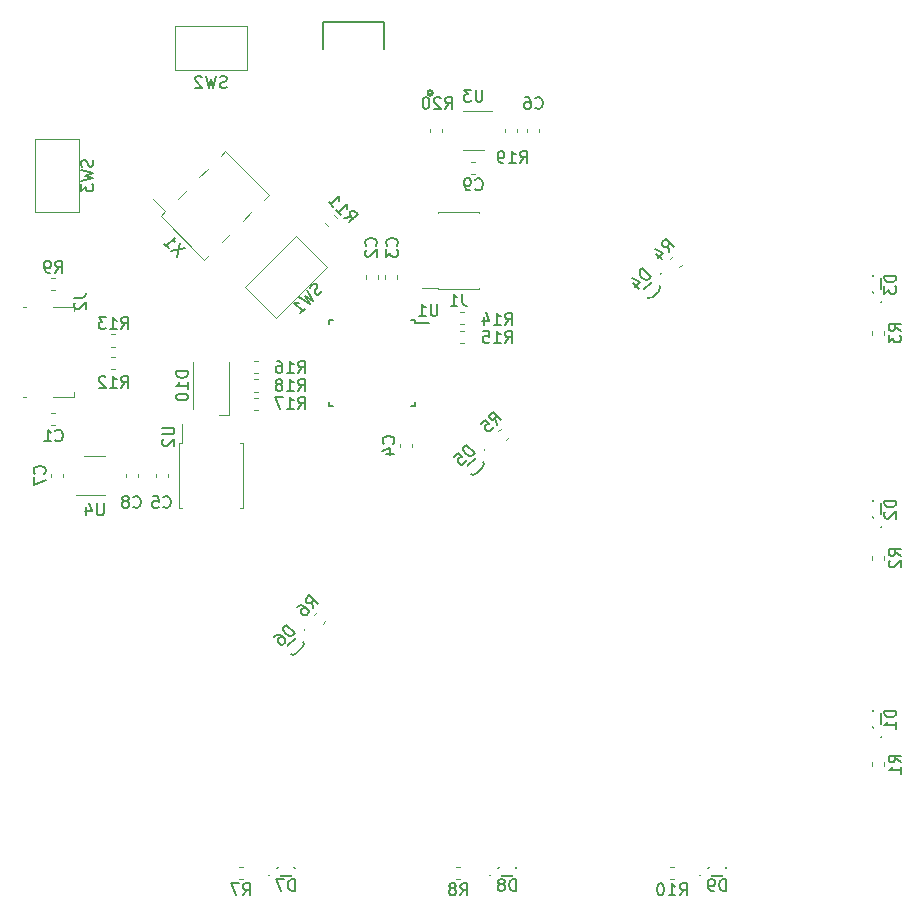
<source format=gbo>
G04 #@! TF.GenerationSoftware,KiCad,Pcbnew,(5.1.4)-1*
G04 #@! TF.CreationDate,2019-10-12T15:48:51-04:00*
G04 #@! TF.ProjectId,helvetica-sao,68656c76-6574-4696-9361-2d73616f2e6b,rev?*
G04 #@! TF.SameCoordinates,Original*
G04 #@! TF.FileFunction,Legend,Bot*
G04 #@! TF.FilePolarity,Positive*
%FSLAX46Y46*%
G04 Gerber Fmt 4.6, Leading zero omitted, Abs format (unit mm)*
G04 Created by KiCad (PCBNEW (5.1.4)-1) date 2019-10-12 15:48:51*
%MOMM*%
%LPD*%
G04 APERTURE LIST*
%ADD10C,0.254000*%
%ADD11C,0.127000*%
%ADD12C,0.120000*%
%ADD13C,0.150000*%
%ADD14C,0.100000*%
%ADD15R,2.812000X2.512000*%
%ADD16C,0.977000*%
%ADD17C,1.102000*%
%ADD18R,1.162000X0.752000*%
%ADD19C,0.702000*%
%ADD20R,0.702000X1.302000*%
%ADD21R,1.302000X0.702000*%
%ADD22R,1.602000X1.602000*%
%ADD23C,1.602000*%
%ADD24R,2.002000X1.277000*%
%ADD25R,2.002000X2.477000*%
%ADD26R,2.202000X1.577000*%
%ADD27R,1.482000X0.552000*%
%ADD28R,2.502000X0.842000*%
%ADD29R,1.202000X1.602000*%
%ADD30R,0.902000X0.752000*%
%ADD31C,0.752000*%
%ADD32R,0.752000X0.902000*%
G04 APERTURE END LIST*
D10*
X129890000Y-56515000D02*
G75*
G03X129890000Y-56515000I-200000J0D01*
G01*
D11*
X120590000Y-50515000D02*
X125790000Y-50515000D01*
X120590000Y-52815000D02*
X120590000Y-50515000D01*
X125790000Y-50515000D02*
X125790000Y-52815000D01*
D12*
X133187221Y-62355000D02*
X133512779Y-62355000D01*
X133187221Y-63375000D02*
X133512779Y-63375000D01*
X113818379Y-67341076D02*
X114539628Y-66619828D01*
X110141424Y-63664121D02*
X110862672Y-62942872D01*
X112022328Y-69137128D02*
X112743576Y-68415879D01*
X108345372Y-65460172D02*
X109066621Y-64738924D01*
X115614430Y-65545025D02*
X116017481Y-65141974D01*
X111937475Y-61868070D02*
X112340526Y-61465019D01*
X110544474Y-70614981D02*
X110947525Y-70211930D01*
X106867519Y-66938026D02*
X107270570Y-66534975D01*
X106252336Y-65516741D02*
X107270570Y-66534975D01*
X112340526Y-61465019D02*
X116017481Y-65141974D01*
X106867519Y-66938026D02*
X110544474Y-70614981D01*
X102182500Y-90510000D02*
X99732500Y-90510000D01*
X100382500Y-87290000D02*
X102182500Y-87290000D01*
X132450000Y-58080000D02*
X134900000Y-58080000D01*
X134250000Y-61300000D02*
X132450000Y-61300000D01*
X108660000Y-86175000D02*
X108660000Y-84500000D01*
X108400000Y-86175000D02*
X108660000Y-86175000D01*
X108400000Y-88900000D02*
X108400000Y-86175000D01*
X108400000Y-91625000D02*
X108660000Y-91625000D01*
X108400000Y-88900000D02*
X108400000Y-91625000D01*
X113850000Y-86175000D02*
X113590000Y-86175000D01*
X113850000Y-88900000D02*
X113850000Y-86175000D01*
X113850000Y-91625000D02*
X113590000Y-91625000D01*
X113850000Y-88900000D02*
X113850000Y-91625000D01*
D13*
X128402500Y-75975000D02*
X129627500Y-75975000D01*
X121152500Y-75750000D02*
X121452500Y-75750000D01*
X121152500Y-83000000D02*
X121452500Y-83000000D01*
X128402500Y-83000000D02*
X128102500Y-83000000D01*
X128402500Y-75750000D02*
X128102500Y-75750000D01*
X128402500Y-83000000D02*
X128402500Y-82700000D01*
X121152500Y-83000000D02*
X121152500Y-82700000D01*
X121152500Y-75750000D02*
X121152500Y-76050000D01*
X128402500Y-75750000D02*
X128402500Y-75975000D01*
D12*
X96257500Y-66560000D02*
X99957500Y-66560000D01*
X96257500Y-60440000D02*
X96257500Y-66560000D01*
X99957500Y-60440000D02*
X96257500Y-60440000D01*
X99957500Y-66560000D02*
X99957500Y-60440000D01*
X114185000Y-54555000D02*
X114185000Y-50855000D01*
X108065000Y-54555000D02*
X114185000Y-54555000D01*
X108065000Y-50855000D02*
X108065000Y-54555000D01*
X114185000Y-50855000D02*
X108065000Y-50855000D01*
X114003106Y-72928099D02*
X116619401Y-75544394D01*
X118330599Y-68600606D02*
X114003106Y-72928099D01*
X120946894Y-71216901D02*
X118330599Y-68600606D01*
X116619401Y-75544394D02*
X120946894Y-71216901D01*
X129665000Y-59852779D02*
X129665000Y-59527221D01*
X130685000Y-59852779D02*
X130685000Y-59527221D01*
X137035000Y-59527221D02*
X137035000Y-59852779D01*
X136015000Y-59527221D02*
X136015000Y-59852779D01*
X114772221Y-80770000D02*
X115097779Y-80770000D01*
X114772221Y-81790000D02*
X115097779Y-81790000D01*
X114772221Y-82357500D02*
X115097779Y-82357500D01*
X114772221Y-83377500D02*
X115097779Y-83377500D01*
X114772221Y-79182500D02*
X115097779Y-79182500D01*
X114772221Y-80202500D02*
X115097779Y-80202500D01*
X132560279Y-77662500D02*
X132234721Y-77662500D01*
X132560279Y-76642500D02*
X132234721Y-76642500D01*
X132560279Y-76075000D02*
X132234721Y-76075000D01*
X132560279Y-75055000D02*
X132234721Y-75055000D01*
X103032779Y-77980000D02*
X102707221Y-77980000D01*
X103032779Y-76960000D02*
X102707221Y-76960000D01*
X103032779Y-79885000D02*
X102707221Y-79885000D01*
X103032779Y-78865000D02*
X102707221Y-78865000D01*
X121039478Y-67785727D02*
X120809273Y-67555522D01*
X121760727Y-67064478D02*
X121530522Y-66834273D01*
X150014721Y-122045000D02*
X150340279Y-122045000D01*
X150014721Y-123065000D02*
X150340279Y-123065000D01*
X97952779Y-73217500D02*
X97627221Y-73217500D01*
X97952779Y-72197500D02*
X97627221Y-72197500D01*
X131917221Y-122045000D02*
X132242779Y-122045000D01*
X131917221Y-123065000D02*
X132242779Y-123065000D01*
X113502221Y-122045000D02*
X113827779Y-122045000D01*
X113502221Y-123065000D02*
X113827779Y-123065000D01*
X120808227Y-101210522D02*
X120578022Y-101440727D01*
X120086978Y-100489273D02*
X119856773Y-100719478D01*
X136365727Y-85653022D02*
X136135522Y-85883227D01*
X135644478Y-84931773D02*
X135414273Y-85161978D01*
X150970727Y-71048022D02*
X150740522Y-71278227D01*
X150249478Y-70326773D02*
X150019273Y-70556978D01*
X167130000Y-76997779D02*
X167130000Y-76672221D01*
X168150000Y-76997779D02*
X168150000Y-76672221D01*
X167130000Y-96047779D02*
X167130000Y-95722221D01*
X168150000Y-96047779D02*
X168150000Y-95722221D01*
X167130000Y-113510279D02*
X167130000Y-113184721D01*
X168150000Y-113510279D02*
X168150000Y-113184721D01*
X95190000Y-82232500D02*
X95450000Y-82232500D01*
X97730000Y-82232500D02*
X99500000Y-82232500D01*
X99500000Y-82232500D02*
X99500000Y-81852500D01*
X99500000Y-74612500D02*
X97730000Y-74612500D01*
X95450000Y-74612500D02*
X95190000Y-74612500D01*
X99500000Y-74612500D02*
X99500000Y-74992500D01*
X133845000Y-66680000D02*
X133845000Y-66615000D01*
X130315000Y-66680000D02*
X130315000Y-66615000D01*
X133845000Y-73085000D02*
X133845000Y-73020000D01*
X130315000Y-73085000D02*
X130315000Y-73020000D01*
X128990000Y-73020000D02*
X130315000Y-73020000D01*
X130315000Y-66615000D02*
X133845000Y-66615000D01*
X130315000Y-73085000D02*
X133845000Y-73085000D01*
X109625000Y-83230000D02*
X109625000Y-79330000D01*
X112625000Y-83780044D02*
X112625000Y-79330000D01*
X111825000Y-83780000D02*
X112625000Y-83780000D01*
D13*
X152537500Y-122755000D02*
G75*
G03X152537500Y-122755000I-50000J0D01*
G01*
X154287500Y-121805000D02*
X153687500Y-121805000D01*
X154787500Y-122305000D02*
G75*
G03X154287500Y-121805000I-500000J0D01*
G01*
X153687500Y-121805000D02*
G75*
G03X153187500Y-122305000I0J-500000D01*
G01*
X154487500Y-122805000D02*
X153487500Y-122805000D01*
X134757500Y-122755000D02*
G75*
G03X134757500Y-122755000I-50000J0D01*
G01*
X136507500Y-121805000D02*
X135907500Y-121805000D01*
X137007500Y-122305000D02*
G75*
G03X136507500Y-121805000I-500000J0D01*
G01*
X135907500Y-121805000D02*
G75*
G03X135407500Y-122305000I0J-500000D01*
G01*
X136707500Y-122805000D02*
X135707500Y-122805000D01*
X116025000Y-122755000D02*
G75*
G03X116025000Y-122755000I-50000J0D01*
G01*
X117775000Y-121805000D02*
X117175000Y-121805000D01*
X118275000Y-122305000D02*
G75*
G03X117775000Y-121805000I-500000J0D01*
G01*
X117175000Y-121805000D02*
G75*
G03X116675000Y-122305000I0J-500000D01*
G01*
X117975000Y-122805000D02*
X116975000Y-122805000D01*
X119079239Y-101985418D02*
G75*
G03X119079239Y-101985418I-50000J0D01*
G01*
X118428198Y-103929962D02*
X118852462Y-103505698D01*
X117721092Y-103929962D02*
G75*
G03X118428198Y-103929962I353553J353553D01*
G01*
X118852463Y-103505698D02*
G75*
G03X118852462Y-102798591I-353554J353553D01*
G01*
X117579670Y-103364277D02*
X118286777Y-102657170D01*
X134319239Y-86745418D02*
G75*
G03X134319239Y-86745418I-50000J0D01*
G01*
X133668198Y-88689962D02*
X134092462Y-88265698D01*
X132961092Y-88689962D02*
G75*
G03X133668198Y-88689962I353553J353553D01*
G01*
X134092463Y-88265698D02*
G75*
G03X134092462Y-87558591I-353554J353553D01*
G01*
X132819670Y-88124277D02*
X133526777Y-87417170D01*
X149241739Y-71822918D02*
G75*
G03X149241739Y-71822918I-50000J0D01*
G01*
X148590698Y-73767462D02*
X149014962Y-73343198D01*
X147883592Y-73767462D02*
G75*
G03X148590698Y-73767462I353553J353553D01*
G01*
X149014963Y-73343198D02*
G75*
G03X149014962Y-72636091I-353554J353553D01*
G01*
X147742170Y-73201777D02*
X148449277Y-72494670D01*
X167890000Y-74207500D02*
G75*
G03X167890000Y-74207500I-50000J0D01*
G01*
X166890000Y-72407500D02*
X166890000Y-73007500D01*
X167390000Y-71907500D02*
G75*
G03X166890000Y-72407500I0J-500000D01*
G01*
X166890000Y-73007500D02*
G75*
G03X167390000Y-73507500I500000J0D01*
G01*
X167890000Y-72207500D02*
X167890000Y-73207500D01*
X167890000Y-93257500D02*
G75*
G03X167890000Y-93257500I-50000J0D01*
G01*
X166890000Y-91457500D02*
X166890000Y-92057500D01*
X167390000Y-90957500D02*
G75*
G03X166890000Y-91457500I0J-500000D01*
G01*
X166890000Y-92057500D02*
G75*
G03X167390000Y-92557500I500000J0D01*
G01*
X167890000Y-91257500D02*
X167890000Y-92257500D01*
X167890000Y-111037500D02*
G75*
G03X167890000Y-111037500I-50000J0D01*
G01*
X166890000Y-109237500D02*
X166890000Y-109837500D01*
X167390000Y-108737500D02*
G75*
G03X166890000Y-109237500I0J-500000D01*
G01*
X166890000Y-109837500D02*
G75*
G03X167390000Y-110337500I500000J0D01*
G01*
X167890000Y-109037500D02*
X167890000Y-110037500D01*
D12*
X103947500Y-89062779D02*
X103947500Y-88737221D01*
X104967500Y-89062779D02*
X104967500Y-88737221D01*
X98617500Y-88737221D02*
X98617500Y-89062779D01*
X97597500Y-88737221D02*
X97597500Y-89062779D01*
X138940000Y-59527221D02*
X138940000Y-59852779D01*
X137920000Y-59527221D02*
X137920000Y-59852779D01*
X106487500Y-89062779D02*
X106487500Y-88737221D01*
X107507500Y-89062779D02*
X107507500Y-88737221D01*
X128145000Y-86197221D02*
X128145000Y-86522779D01*
X127125000Y-86197221D02*
X127125000Y-86522779D01*
X125855000Y-72235279D02*
X125855000Y-71909721D01*
X126875000Y-72235279D02*
X126875000Y-71909721D01*
X124267500Y-72235279D02*
X124267500Y-71909721D01*
X125287500Y-72235279D02*
X125287500Y-71909721D01*
X97627221Y-83627500D02*
X97952779Y-83627500D01*
X97627221Y-84647500D02*
X97952779Y-84647500D01*
D13*
X133516666Y-64652142D02*
X133564285Y-64699761D01*
X133707142Y-64747380D01*
X133802380Y-64747380D01*
X133945238Y-64699761D01*
X134040476Y-64604523D01*
X134088095Y-64509285D01*
X134135714Y-64318809D01*
X134135714Y-64175952D01*
X134088095Y-63985476D01*
X134040476Y-63890238D01*
X133945238Y-63795000D01*
X133802380Y-63747380D01*
X133707142Y-63747380D01*
X133564285Y-63795000D01*
X133516666Y-63842619D01*
X133040476Y-64747380D02*
X132850000Y-64747380D01*
X132754761Y-64699761D01*
X132707142Y-64652142D01*
X132611904Y-64509285D01*
X132564285Y-64318809D01*
X132564285Y-63937857D01*
X132611904Y-63842619D01*
X132659523Y-63795000D01*
X132754761Y-63747380D01*
X132945238Y-63747380D01*
X133040476Y-63795000D01*
X133088095Y-63842619D01*
X133135714Y-63937857D01*
X133135714Y-64175952D01*
X133088095Y-64271190D01*
X133040476Y-64318809D01*
X132945238Y-64366428D01*
X132754761Y-64366428D01*
X132659523Y-64318809D01*
X132611904Y-64271190D01*
X132564285Y-64175952D01*
X108958534Y-69668804D02*
X107780023Y-69904506D01*
X108487130Y-69197400D02*
X108251428Y-70375911D01*
X107140260Y-69264743D02*
X107544321Y-69668804D01*
X107342290Y-69466774D02*
X108049397Y-68759667D01*
X108015725Y-68928026D01*
X108015725Y-69062713D01*
X108049397Y-69163728D01*
X102044404Y-91252380D02*
X102044404Y-92061904D01*
X101996785Y-92157142D01*
X101949166Y-92204761D01*
X101853928Y-92252380D01*
X101663452Y-92252380D01*
X101568214Y-92204761D01*
X101520595Y-92157142D01*
X101472976Y-92061904D01*
X101472976Y-91252380D01*
X100568214Y-91585714D02*
X100568214Y-92252380D01*
X100806309Y-91204761D02*
X101044404Y-91919047D01*
X100425357Y-91919047D01*
X134111904Y-56242380D02*
X134111904Y-57051904D01*
X134064285Y-57147142D01*
X134016666Y-57194761D01*
X133921428Y-57242380D01*
X133730952Y-57242380D01*
X133635714Y-57194761D01*
X133588095Y-57147142D01*
X133540476Y-57051904D01*
X133540476Y-56242380D01*
X133159523Y-56242380D02*
X132540476Y-56242380D01*
X132873809Y-56623333D01*
X132730952Y-56623333D01*
X132635714Y-56670952D01*
X132588095Y-56718571D01*
X132540476Y-56813809D01*
X132540476Y-57051904D01*
X132588095Y-57147142D01*
X132635714Y-57194761D01*
X132730952Y-57242380D01*
X133016666Y-57242380D01*
X133111904Y-57194761D01*
X133159523Y-57147142D01*
X107017380Y-84836095D02*
X107826904Y-84836095D01*
X107922142Y-84883714D01*
X107969761Y-84931333D01*
X108017380Y-85026571D01*
X108017380Y-85217047D01*
X107969761Y-85312285D01*
X107922142Y-85359904D01*
X107826904Y-85407523D01*
X107017380Y-85407523D01*
X107112619Y-85836095D02*
X107065000Y-85883714D01*
X107017380Y-85978952D01*
X107017380Y-86217047D01*
X107065000Y-86312285D01*
X107112619Y-86359904D01*
X107207857Y-86407523D01*
X107303095Y-86407523D01*
X107445952Y-86359904D01*
X108017380Y-85788476D01*
X108017380Y-86407523D01*
X130301904Y-74382380D02*
X130301904Y-75191904D01*
X130254285Y-75287142D01*
X130206666Y-75334761D01*
X130111428Y-75382380D01*
X129920952Y-75382380D01*
X129825714Y-75334761D01*
X129778095Y-75287142D01*
X129730476Y-75191904D01*
X129730476Y-74382380D01*
X128730476Y-75382380D02*
X129301904Y-75382380D01*
X129016190Y-75382380D02*
X129016190Y-74382380D01*
X129111428Y-74525238D01*
X129206666Y-74620476D01*
X129301904Y-74668095D01*
X101112261Y-62166666D02*
X101159880Y-62309523D01*
X101159880Y-62547619D01*
X101112261Y-62642857D01*
X101064642Y-62690476D01*
X100969404Y-62738095D01*
X100874166Y-62738095D01*
X100778928Y-62690476D01*
X100731309Y-62642857D01*
X100683690Y-62547619D01*
X100636071Y-62357142D01*
X100588452Y-62261904D01*
X100540833Y-62214285D01*
X100445595Y-62166666D01*
X100350357Y-62166666D01*
X100255119Y-62214285D01*
X100207500Y-62261904D01*
X100159880Y-62357142D01*
X100159880Y-62595238D01*
X100207500Y-62738095D01*
X100159880Y-63071428D02*
X101159880Y-63309523D01*
X100445595Y-63500000D01*
X101159880Y-63690476D01*
X100159880Y-63928571D01*
X100159880Y-64214285D02*
X100159880Y-64833333D01*
X100540833Y-64500000D01*
X100540833Y-64642857D01*
X100588452Y-64738095D01*
X100636071Y-64785714D01*
X100731309Y-64833333D01*
X100969404Y-64833333D01*
X101064642Y-64785714D01*
X101112261Y-64738095D01*
X101159880Y-64642857D01*
X101159880Y-64357142D01*
X101112261Y-64261904D01*
X101064642Y-64214285D01*
X112458333Y-56030761D02*
X112315476Y-56078380D01*
X112077380Y-56078380D01*
X111982142Y-56030761D01*
X111934523Y-55983142D01*
X111886904Y-55887904D01*
X111886904Y-55792666D01*
X111934523Y-55697428D01*
X111982142Y-55649809D01*
X112077380Y-55602190D01*
X112267857Y-55554571D01*
X112363095Y-55506952D01*
X112410714Y-55459333D01*
X112458333Y-55364095D01*
X112458333Y-55268857D01*
X112410714Y-55173619D01*
X112363095Y-55126000D01*
X112267857Y-55078380D01*
X112029761Y-55078380D01*
X111886904Y-55126000D01*
X111553571Y-55078380D02*
X111315476Y-56078380D01*
X111125000Y-55364095D01*
X110934523Y-56078380D01*
X110696428Y-55078380D01*
X110363095Y-55173619D02*
X110315476Y-55126000D01*
X110220238Y-55078380D01*
X109982142Y-55078380D01*
X109886904Y-55126000D01*
X109839285Y-55173619D01*
X109791666Y-55268857D01*
X109791666Y-55364095D01*
X109839285Y-55506952D01*
X110410714Y-56078380D01*
X109791666Y-56078380D01*
X120542496Y-73254378D02*
X120475153Y-73389065D01*
X120306794Y-73557424D01*
X120205779Y-73591096D01*
X120138435Y-73591096D01*
X120037420Y-73557424D01*
X119970077Y-73490081D01*
X119936405Y-73389065D01*
X119936405Y-73321722D01*
X119970077Y-73220707D01*
X120071092Y-73052348D01*
X120104764Y-72951333D01*
X120104764Y-72883989D01*
X120071092Y-72782974D01*
X120003748Y-72715630D01*
X119902733Y-72681959D01*
X119835390Y-72681959D01*
X119734374Y-72715630D01*
X119566016Y-72883989D01*
X119498672Y-73018676D01*
X119229298Y-73220707D02*
X119768046Y-74096172D01*
X119128283Y-73725783D01*
X119498672Y-74365546D01*
X118623207Y-73826798D01*
X118690550Y-75173668D02*
X119094611Y-74769607D01*
X118892581Y-74971638D02*
X118185474Y-74264531D01*
X118353833Y-74298203D01*
X118488520Y-74298203D01*
X118589535Y-74264531D01*
X130944857Y-57856380D02*
X131278190Y-57380190D01*
X131516285Y-57856380D02*
X131516285Y-56856380D01*
X131135333Y-56856380D01*
X131040095Y-56904000D01*
X130992476Y-56951619D01*
X130944857Y-57046857D01*
X130944857Y-57189714D01*
X130992476Y-57284952D01*
X131040095Y-57332571D01*
X131135333Y-57380190D01*
X131516285Y-57380190D01*
X130563904Y-56951619D02*
X130516285Y-56904000D01*
X130421047Y-56856380D01*
X130182952Y-56856380D01*
X130087714Y-56904000D01*
X130040095Y-56951619D01*
X129992476Y-57046857D01*
X129992476Y-57142095D01*
X130040095Y-57284952D01*
X130611523Y-57856380D01*
X129992476Y-57856380D01*
X129373428Y-56856380D02*
X129278190Y-56856380D01*
X129182952Y-56904000D01*
X129135333Y-56951619D01*
X129087714Y-57046857D01*
X129040095Y-57237333D01*
X129040095Y-57475428D01*
X129087714Y-57665904D01*
X129135333Y-57761142D01*
X129182952Y-57808761D01*
X129278190Y-57856380D01*
X129373428Y-57856380D01*
X129468666Y-57808761D01*
X129516285Y-57761142D01*
X129563904Y-57665904D01*
X129611523Y-57475428D01*
X129611523Y-57237333D01*
X129563904Y-57046857D01*
X129516285Y-56951619D01*
X129468666Y-56904000D01*
X129373428Y-56856380D01*
X137294857Y-62428380D02*
X137628190Y-61952190D01*
X137866285Y-62428380D02*
X137866285Y-61428380D01*
X137485333Y-61428380D01*
X137390095Y-61476000D01*
X137342476Y-61523619D01*
X137294857Y-61618857D01*
X137294857Y-61761714D01*
X137342476Y-61856952D01*
X137390095Y-61904571D01*
X137485333Y-61952190D01*
X137866285Y-61952190D01*
X136342476Y-62428380D02*
X136913904Y-62428380D01*
X136628190Y-62428380D02*
X136628190Y-61428380D01*
X136723428Y-61571238D01*
X136818666Y-61666476D01*
X136913904Y-61714095D01*
X135866285Y-62428380D02*
X135675809Y-62428380D01*
X135580571Y-62380761D01*
X135532952Y-62333142D01*
X135437714Y-62190285D01*
X135390095Y-61999809D01*
X135390095Y-61618857D01*
X135437714Y-61523619D01*
X135485333Y-61476000D01*
X135580571Y-61428380D01*
X135771047Y-61428380D01*
X135866285Y-61476000D01*
X135913904Y-61523619D01*
X135961523Y-61618857D01*
X135961523Y-61856952D01*
X135913904Y-61952190D01*
X135866285Y-61999809D01*
X135771047Y-62047428D01*
X135580571Y-62047428D01*
X135485333Y-61999809D01*
X135437714Y-61952190D01*
X135390095Y-61856952D01*
X118498857Y-81732380D02*
X118832190Y-81256190D01*
X119070285Y-81732380D02*
X119070285Y-80732380D01*
X118689333Y-80732380D01*
X118594095Y-80780000D01*
X118546476Y-80827619D01*
X118498857Y-80922857D01*
X118498857Y-81065714D01*
X118546476Y-81160952D01*
X118594095Y-81208571D01*
X118689333Y-81256190D01*
X119070285Y-81256190D01*
X117546476Y-81732380D02*
X118117904Y-81732380D01*
X117832190Y-81732380D02*
X117832190Y-80732380D01*
X117927428Y-80875238D01*
X118022666Y-80970476D01*
X118117904Y-81018095D01*
X116975047Y-81160952D02*
X117070285Y-81113333D01*
X117117904Y-81065714D01*
X117165523Y-80970476D01*
X117165523Y-80922857D01*
X117117904Y-80827619D01*
X117070285Y-80780000D01*
X116975047Y-80732380D01*
X116784571Y-80732380D01*
X116689333Y-80780000D01*
X116641714Y-80827619D01*
X116594095Y-80922857D01*
X116594095Y-80970476D01*
X116641714Y-81065714D01*
X116689333Y-81113333D01*
X116784571Y-81160952D01*
X116975047Y-81160952D01*
X117070285Y-81208571D01*
X117117904Y-81256190D01*
X117165523Y-81351428D01*
X117165523Y-81541904D01*
X117117904Y-81637142D01*
X117070285Y-81684761D01*
X116975047Y-81732380D01*
X116784571Y-81732380D01*
X116689333Y-81684761D01*
X116641714Y-81637142D01*
X116594095Y-81541904D01*
X116594095Y-81351428D01*
X116641714Y-81256190D01*
X116689333Y-81208571D01*
X116784571Y-81160952D01*
X118498857Y-83256380D02*
X118832190Y-82780190D01*
X119070285Y-83256380D02*
X119070285Y-82256380D01*
X118689333Y-82256380D01*
X118594095Y-82304000D01*
X118546476Y-82351619D01*
X118498857Y-82446857D01*
X118498857Y-82589714D01*
X118546476Y-82684952D01*
X118594095Y-82732571D01*
X118689333Y-82780190D01*
X119070285Y-82780190D01*
X117546476Y-83256380D02*
X118117904Y-83256380D01*
X117832190Y-83256380D02*
X117832190Y-82256380D01*
X117927428Y-82399238D01*
X118022666Y-82494476D01*
X118117904Y-82542095D01*
X117213142Y-82256380D02*
X116546476Y-82256380D01*
X116975047Y-83256380D01*
X118498857Y-80208380D02*
X118832190Y-79732190D01*
X119070285Y-80208380D02*
X119070285Y-79208380D01*
X118689333Y-79208380D01*
X118594095Y-79256000D01*
X118546476Y-79303619D01*
X118498857Y-79398857D01*
X118498857Y-79541714D01*
X118546476Y-79636952D01*
X118594095Y-79684571D01*
X118689333Y-79732190D01*
X119070285Y-79732190D01*
X117546476Y-80208380D02*
X118117904Y-80208380D01*
X117832190Y-80208380D02*
X117832190Y-79208380D01*
X117927428Y-79351238D01*
X118022666Y-79446476D01*
X118117904Y-79494095D01*
X116689333Y-79208380D02*
X116879809Y-79208380D01*
X116975047Y-79256000D01*
X117022666Y-79303619D01*
X117117904Y-79446476D01*
X117165523Y-79636952D01*
X117165523Y-80017904D01*
X117117904Y-80113142D01*
X117070285Y-80160761D01*
X116975047Y-80208380D01*
X116784571Y-80208380D01*
X116689333Y-80160761D01*
X116641714Y-80113142D01*
X116594095Y-80017904D01*
X116594095Y-79779809D01*
X116641714Y-79684571D01*
X116689333Y-79636952D01*
X116784571Y-79589333D01*
X116975047Y-79589333D01*
X117070285Y-79636952D01*
X117117904Y-79684571D01*
X117165523Y-79779809D01*
X136024857Y-77668380D02*
X136358190Y-77192190D01*
X136596285Y-77668380D02*
X136596285Y-76668380D01*
X136215333Y-76668380D01*
X136120095Y-76716000D01*
X136072476Y-76763619D01*
X136024857Y-76858857D01*
X136024857Y-77001714D01*
X136072476Y-77096952D01*
X136120095Y-77144571D01*
X136215333Y-77192190D01*
X136596285Y-77192190D01*
X135072476Y-77668380D02*
X135643904Y-77668380D01*
X135358190Y-77668380D02*
X135358190Y-76668380D01*
X135453428Y-76811238D01*
X135548666Y-76906476D01*
X135643904Y-76954095D01*
X134167714Y-76668380D02*
X134643904Y-76668380D01*
X134691523Y-77144571D01*
X134643904Y-77096952D01*
X134548666Y-77049333D01*
X134310571Y-77049333D01*
X134215333Y-77096952D01*
X134167714Y-77144571D01*
X134120095Y-77239809D01*
X134120095Y-77477904D01*
X134167714Y-77573142D01*
X134215333Y-77620761D01*
X134310571Y-77668380D01*
X134548666Y-77668380D01*
X134643904Y-77620761D01*
X134691523Y-77573142D01*
X136024857Y-76144380D02*
X136358190Y-75668190D01*
X136596285Y-76144380D02*
X136596285Y-75144380D01*
X136215333Y-75144380D01*
X136120095Y-75192000D01*
X136072476Y-75239619D01*
X136024857Y-75334857D01*
X136024857Y-75477714D01*
X136072476Y-75572952D01*
X136120095Y-75620571D01*
X136215333Y-75668190D01*
X136596285Y-75668190D01*
X135072476Y-76144380D02*
X135643904Y-76144380D01*
X135358190Y-76144380D02*
X135358190Y-75144380D01*
X135453428Y-75287238D01*
X135548666Y-75382476D01*
X135643904Y-75430095D01*
X134215333Y-75477714D02*
X134215333Y-76144380D01*
X134453428Y-75096761D02*
X134691523Y-75811047D01*
X134072476Y-75811047D01*
X103512857Y-76492380D02*
X103846190Y-76016190D01*
X104084285Y-76492380D02*
X104084285Y-75492380D01*
X103703333Y-75492380D01*
X103608095Y-75540000D01*
X103560476Y-75587619D01*
X103512857Y-75682857D01*
X103512857Y-75825714D01*
X103560476Y-75920952D01*
X103608095Y-75968571D01*
X103703333Y-76016190D01*
X104084285Y-76016190D01*
X102560476Y-76492380D02*
X103131904Y-76492380D01*
X102846190Y-76492380D02*
X102846190Y-75492380D01*
X102941428Y-75635238D01*
X103036666Y-75730476D01*
X103131904Y-75778095D01*
X102227142Y-75492380D02*
X101608095Y-75492380D01*
X101941428Y-75873333D01*
X101798571Y-75873333D01*
X101703333Y-75920952D01*
X101655714Y-75968571D01*
X101608095Y-76063809D01*
X101608095Y-76301904D01*
X101655714Y-76397142D01*
X101703333Y-76444761D01*
X101798571Y-76492380D01*
X102084285Y-76492380D01*
X102179523Y-76444761D01*
X102227142Y-76397142D01*
X103512857Y-81478380D02*
X103846190Y-81002190D01*
X104084285Y-81478380D02*
X104084285Y-80478380D01*
X103703333Y-80478380D01*
X103608095Y-80526000D01*
X103560476Y-80573619D01*
X103512857Y-80668857D01*
X103512857Y-80811714D01*
X103560476Y-80906952D01*
X103608095Y-80954571D01*
X103703333Y-81002190D01*
X104084285Y-81002190D01*
X102560476Y-81478380D02*
X103131904Y-81478380D01*
X102846190Y-81478380D02*
X102846190Y-80478380D01*
X102941428Y-80621238D01*
X103036666Y-80716476D01*
X103131904Y-80764095D01*
X102179523Y-80573619D02*
X102131904Y-80526000D01*
X102036666Y-80478380D01*
X101798571Y-80478380D01*
X101703333Y-80526000D01*
X101655714Y-80573619D01*
X101608095Y-80668857D01*
X101608095Y-80764095D01*
X101655714Y-80906952D01*
X102227142Y-81478380D01*
X101608095Y-81478380D01*
X122430850Y-67073287D02*
X123003269Y-66972272D01*
X122834911Y-67477348D02*
X123542017Y-66770241D01*
X123272643Y-66500867D01*
X123171628Y-66467195D01*
X123104285Y-66467195D01*
X123003269Y-66500867D01*
X122902254Y-66601882D01*
X122868582Y-66702898D01*
X122868582Y-66770241D01*
X122902254Y-66871256D01*
X123171628Y-67140630D01*
X121757414Y-66399852D02*
X122161475Y-66803913D01*
X121959445Y-66601882D02*
X122666552Y-65894775D01*
X122632880Y-66063134D01*
X122632880Y-66197821D01*
X122666552Y-66298837D01*
X121083979Y-65726417D02*
X121488040Y-66130478D01*
X121286010Y-65928447D02*
X121993117Y-65221340D01*
X121959445Y-65389699D01*
X121959445Y-65524386D01*
X121993117Y-65625401D01*
X150820357Y-124437380D02*
X151153690Y-123961190D01*
X151391785Y-124437380D02*
X151391785Y-123437380D01*
X151010833Y-123437380D01*
X150915595Y-123485000D01*
X150867976Y-123532619D01*
X150820357Y-123627857D01*
X150820357Y-123770714D01*
X150867976Y-123865952D01*
X150915595Y-123913571D01*
X151010833Y-123961190D01*
X151391785Y-123961190D01*
X149867976Y-124437380D02*
X150439404Y-124437380D01*
X150153690Y-124437380D02*
X150153690Y-123437380D01*
X150248928Y-123580238D01*
X150344166Y-123675476D01*
X150439404Y-123723095D01*
X149248928Y-123437380D02*
X149153690Y-123437380D01*
X149058452Y-123485000D01*
X149010833Y-123532619D01*
X148963214Y-123627857D01*
X148915595Y-123818333D01*
X148915595Y-124056428D01*
X148963214Y-124246904D01*
X149010833Y-124342142D01*
X149058452Y-124389761D01*
X149153690Y-124437380D01*
X149248928Y-124437380D01*
X149344166Y-124389761D01*
X149391785Y-124342142D01*
X149439404Y-124246904D01*
X149487023Y-124056428D01*
X149487023Y-123818333D01*
X149439404Y-123627857D01*
X149391785Y-123532619D01*
X149344166Y-123485000D01*
X149248928Y-123437380D01*
X97956666Y-71729880D02*
X98290000Y-71253690D01*
X98528095Y-71729880D02*
X98528095Y-70729880D01*
X98147142Y-70729880D01*
X98051904Y-70777500D01*
X98004285Y-70825119D01*
X97956666Y-70920357D01*
X97956666Y-71063214D01*
X98004285Y-71158452D01*
X98051904Y-71206071D01*
X98147142Y-71253690D01*
X98528095Y-71253690D01*
X97480476Y-71729880D02*
X97290000Y-71729880D01*
X97194761Y-71682261D01*
X97147142Y-71634642D01*
X97051904Y-71491785D01*
X97004285Y-71301309D01*
X97004285Y-70920357D01*
X97051904Y-70825119D01*
X97099523Y-70777500D01*
X97194761Y-70729880D01*
X97385238Y-70729880D01*
X97480476Y-70777500D01*
X97528095Y-70825119D01*
X97575714Y-70920357D01*
X97575714Y-71158452D01*
X97528095Y-71253690D01*
X97480476Y-71301309D01*
X97385238Y-71348928D01*
X97194761Y-71348928D01*
X97099523Y-71301309D01*
X97051904Y-71253690D01*
X97004285Y-71158452D01*
X132246666Y-124437380D02*
X132580000Y-123961190D01*
X132818095Y-124437380D02*
X132818095Y-123437380D01*
X132437142Y-123437380D01*
X132341904Y-123485000D01*
X132294285Y-123532619D01*
X132246666Y-123627857D01*
X132246666Y-123770714D01*
X132294285Y-123865952D01*
X132341904Y-123913571D01*
X132437142Y-123961190D01*
X132818095Y-123961190D01*
X131675238Y-123865952D02*
X131770476Y-123818333D01*
X131818095Y-123770714D01*
X131865714Y-123675476D01*
X131865714Y-123627857D01*
X131818095Y-123532619D01*
X131770476Y-123485000D01*
X131675238Y-123437380D01*
X131484761Y-123437380D01*
X131389523Y-123485000D01*
X131341904Y-123532619D01*
X131294285Y-123627857D01*
X131294285Y-123675476D01*
X131341904Y-123770714D01*
X131389523Y-123818333D01*
X131484761Y-123865952D01*
X131675238Y-123865952D01*
X131770476Y-123913571D01*
X131818095Y-123961190D01*
X131865714Y-124056428D01*
X131865714Y-124246904D01*
X131818095Y-124342142D01*
X131770476Y-124389761D01*
X131675238Y-124437380D01*
X131484761Y-124437380D01*
X131389523Y-124389761D01*
X131341904Y-124342142D01*
X131294285Y-124246904D01*
X131294285Y-124056428D01*
X131341904Y-123961190D01*
X131389523Y-123913571D01*
X131484761Y-123865952D01*
X113831666Y-124437380D02*
X114165000Y-123961190D01*
X114403095Y-124437380D02*
X114403095Y-123437380D01*
X114022142Y-123437380D01*
X113926904Y-123485000D01*
X113879285Y-123532619D01*
X113831666Y-123627857D01*
X113831666Y-123770714D01*
X113879285Y-123865952D01*
X113926904Y-123913571D01*
X114022142Y-123961190D01*
X114403095Y-123961190D01*
X113498333Y-123437380D02*
X112831666Y-123437380D01*
X113260238Y-124437380D01*
X119759069Y-100155867D02*
X119658054Y-99583447D01*
X120163130Y-99751806D02*
X119456024Y-99044699D01*
X119186649Y-99314073D01*
X119152978Y-99415088D01*
X119152978Y-99482432D01*
X119186649Y-99583447D01*
X119287665Y-99684462D01*
X119388680Y-99718134D01*
X119456024Y-99718134D01*
X119557039Y-99684462D01*
X119826413Y-99415088D01*
X118445871Y-100054852D02*
X118580558Y-99920165D01*
X118681573Y-99886493D01*
X118748917Y-99886493D01*
X118917275Y-99920165D01*
X119085634Y-100021180D01*
X119355008Y-100290554D01*
X119388680Y-100391569D01*
X119388680Y-100458913D01*
X119355008Y-100559928D01*
X119220321Y-100694615D01*
X119119306Y-100728287D01*
X119051962Y-100728287D01*
X118950947Y-100694615D01*
X118782588Y-100526256D01*
X118748917Y-100425241D01*
X118748917Y-100357898D01*
X118782588Y-100256882D01*
X118917275Y-100122195D01*
X119018291Y-100088524D01*
X119085634Y-100088524D01*
X119186649Y-100122195D01*
X135316569Y-84598367D02*
X135215554Y-84025947D01*
X135720630Y-84194306D02*
X135013524Y-83487199D01*
X134744149Y-83756573D01*
X134710478Y-83857588D01*
X134710478Y-83924932D01*
X134744149Y-84025947D01*
X134845165Y-84126962D01*
X134946180Y-84160634D01*
X135013524Y-84160634D01*
X135114539Y-84126962D01*
X135383913Y-83857588D01*
X133969699Y-84531024D02*
X134306417Y-84194306D01*
X134676806Y-84497352D01*
X134609462Y-84497352D01*
X134508447Y-84531024D01*
X134340088Y-84699382D01*
X134306417Y-84800398D01*
X134306417Y-84867741D01*
X134340088Y-84968756D01*
X134508447Y-85137115D01*
X134609462Y-85170787D01*
X134676806Y-85170787D01*
X134777821Y-85137115D01*
X134946180Y-84968756D01*
X134979852Y-84867741D01*
X134979852Y-84800398D01*
X149921569Y-69993367D02*
X149820554Y-69420947D01*
X150325630Y-69589306D02*
X149618524Y-68882199D01*
X149349149Y-69151573D01*
X149315478Y-69252588D01*
X149315478Y-69319932D01*
X149349149Y-69420947D01*
X149450165Y-69521962D01*
X149551180Y-69555634D01*
X149618524Y-69555634D01*
X149719539Y-69521962D01*
X149988913Y-69252588D01*
X148844073Y-70128054D02*
X149315478Y-70599459D01*
X148743058Y-69690321D02*
X149416493Y-70027039D01*
X148978760Y-70464772D01*
X169522380Y-76668333D02*
X169046190Y-76335000D01*
X169522380Y-76096904D02*
X168522380Y-76096904D01*
X168522380Y-76477857D01*
X168570000Y-76573095D01*
X168617619Y-76620714D01*
X168712857Y-76668333D01*
X168855714Y-76668333D01*
X168950952Y-76620714D01*
X168998571Y-76573095D01*
X169046190Y-76477857D01*
X169046190Y-76096904D01*
X168522380Y-77001666D02*
X168522380Y-77620714D01*
X168903333Y-77287380D01*
X168903333Y-77430238D01*
X168950952Y-77525476D01*
X168998571Y-77573095D01*
X169093809Y-77620714D01*
X169331904Y-77620714D01*
X169427142Y-77573095D01*
X169474761Y-77525476D01*
X169522380Y-77430238D01*
X169522380Y-77144523D01*
X169474761Y-77049285D01*
X169427142Y-77001666D01*
X169522380Y-95718333D02*
X169046190Y-95385000D01*
X169522380Y-95146904D02*
X168522380Y-95146904D01*
X168522380Y-95527857D01*
X168570000Y-95623095D01*
X168617619Y-95670714D01*
X168712857Y-95718333D01*
X168855714Y-95718333D01*
X168950952Y-95670714D01*
X168998571Y-95623095D01*
X169046190Y-95527857D01*
X169046190Y-95146904D01*
X168617619Y-96099285D02*
X168570000Y-96146904D01*
X168522380Y-96242142D01*
X168522380Y-96480238D01*
X168570000Y-96575476D01*
X168617619Y-96623095D01*
X168712857Y-96670714D01*
X168808095Y-96670714D01*
X168950952Y-96623095D01*
X169522380Y-96051666D01*
X169522380Y-96670714D01*
X169522380Y-113180833D02*
X169046190Y-112847500D01*
X169522380Y-112609404D02*
X168522380Y-112609404D01*
X168522380Y-112990357D01*
X168570000Y-113085595D01*
X168617619Y-113133214D01*
X168712857Y-113180833D01*
X168855714Y-113180833D01*
X168950952Y-113133214D01*
X168998571Y-113085595D01*
X169046190Y-112990357D01*
X169046190Y-112609404D01*
X169522380Y-114133214D02*
X169522380Y-113561785D01*
X169522380Y-113847500D02*
X168522380Y-113847500D01*
X168665238Y-113752261D01*
X168760476Y-113657023D01*
X168808095Y-113561785D01*
X99528380Y-73834666D02*
X100242666Y-73834666D01*
X100385523Y-73787047D01*
X100480761Y-73691809D01*
X100528380Y-73548952D01*
X100528380Y-73453714D01*
X99623619Y-74263238D02*
X99576000Y-74310857D01*
X99528380Y-74406095D01*
X99528380Y-74644190D01*
X99576000Y-74739428D01*
X99623619Y-74787047D01*
X99718857Y-74834666D01*
X99814095Y-74834666D01*
X99956952Y-74787047D01*
X100528380Y-74215619D01*
X100528380Y-74834666D01*
X132413333Y-73537380D02*
X132413333Y-74251666D01*
X132460952Y-74394523D01*
X132556190Y-74489761D01*
X132699047Y-74537380D01*
X132794285Y-74537380D01*
X131413333Y-74537380D02*
X131984761Y-74537380D01*
X131699047Y-74537380D02*
X131699047Y-73537380D01*
X131794285Y-73680238D01*
X131889523Y-73775476D01*
X131984761Y-73823095D01*
X109164380Y-80065714D02*
X108164380Y-80065714D01*
X108164380Y-80303809D01*
X108212000Y-80446666D01*
X108307238Y-80541904D01*
X108402476Y-80589523D01*
X108592952Y-80637142D01*
X108735809Y-80637142D01*
X108926285Y-80589523D01*
X109021523Y-80541904D01*
X109116761Y-80446666D01*
X109164380Y-80303809D01*
X109164380Y-80065714D01*
X109164380Y-81589523D02*
X109164380Y-81018095D01*
X109164380Y-81303809D02*
X108164380Y-81303809D01*
X108307238Y-81208571D01*
X108402476Y-81113333D01*
X108450095Y-81018095D01*
X108164380Y-82208571D02*
X108164380Y-82303809D01*
X108212000Y-82399047D01*
X108259619Y-82446666D01*
X108354857Y-82494285D01*
X108545333Y-82541904D01*
X108783428Y-82541904D01*
X108973904Y-82494285D01*
X109069142Y-82446666D01*
X109116761Y-82399047D01*
X109164380Y-82303809D01*
X109164380Y-82208571D01*
X109116761Y-82113333D01*
X109069142Y-82065714D01*
X108973904Y-82018095D01*
X108783428Y-81970476D01*
X108545333Y-81970476D01*
X108354857Y-82018095D01*
X108259619Y-82065714D01*
X108212000Y-82113333D01*
X108164380Y-82208571D01*
X154725595Y-124057380D02*
X154725595Y-123057380D01*
X154487500Y-123057380D01*
X154344642Y-123105000D01*
X154249404Y-123200238D01*
X154201785Y-123295476D01*
X154154166Y-123485952D01*
X154154166Y-123628809D01*
X154201785Y-123819285D01*
X154249404Y-123914523D01*
X154344642Y-124009761D01*
X154487500Y-124057380D01*
X154725595Y-124057380D01*
X153677976Y-124057380D02*
X153487500Y-124057380D01*
X153392261Y-124009761D01*
X153344642Y-123962142D01*
X153249404Y-123819285D01*
X153201785Y-123628809D01*
X153201785Y-123247857D01*
X153249404Y-123152619D01*
X153297023Y-123105000D01*
X153392261Y-123057380D01*
X153582738Y-123057380D01*
X153677976Y-123105000D01*
X153725595Y-123152619D01*
X153773214Y-123247857D01*
X153773214Y-123485952D01*
X153725595Y-123581190D01*
X153677976Y-123628809D01*
X153582738Y-123676428D01*
X153392261Y-123676428D01*
X153297023Y-123628809D01*
X153249404Y-123581190D01*
X153201785Y-123485952D01*
X136945595Y-124057380D02*
X136945595Y-123057380D01*
X136707500Y-123057380D01*
X136564642Y-123105000D01*
X136469404Y-123200238D01*
X136421785Y-123295476D01*
X136374166Y-123485952D01*
X136374166Y-123628809D01*
X136421785Y-123819285D01*
X136469404Y-123914523D01*
X136564642Y-124009761D01*
X136707500Y-124057380D01*
X136945595Y-124057380D01*
X135802738Y-123485952D02*
X135897976Y-123438333D01*
X135945595Y-123390714D01*
X135993214Y-123295476D01*
X135993214Y-123247857D01*
X135945595Y-123152619D01*
X135897976Y-123105000D01*
X135802738Y-123057380D01*
X135612261Y-123057380D01*
X135517023Y-123105000D01*
X135469404Y-123152619D01*
X135421785Y-123247857D01*
X135421785Y-123295476D01*
X135469404Y-123390714D01*
X135517023Y-123438333D01*
X135612261Y-123485952D01*
X135802738Y-123485952D01*
X135897976Y-123533571D01*
X135945595Y-123581190D01*
X135993214Y-123676428D01*
X135993214Y-123866904D01*
X135945595Y-123962142D01*
X135897976Y-124009761D01*
X135802738Y-124057380D01*
X135612261Y-124057380D01*
X135517023Y-124009761D01*
X135469404Y-123962142D01*
X135421785Y-123866904D01*
X135421785Y-123676428D01*
X135469404Y-123581190D01*
X135517023Y-123533571D01*
X135612261Y-123485952D01*
X118213095Y-124057380D02*
X118213095Y-123057380D01*
X117975000Y-123057380D01*
X117832142Y-123105000D01*
X117736904Y-123200238D01*
X117689285Y-123295476D01*
X117641666Y-123485952D01*
X117641666Y-123628809D01*
X117689285Y-123819285D01*
X117736904Y-123914523D01*
X117832142Y-124009761D01*
X117975000Y-124057380D01*
X118213095Y-124057380D01*
X117308333Y-123057380D02*
X116641666Y-123057380D01*
X117070238Y-124057380D01*
X118209331Y-102243007D02*
X117502225Y-101535900D01*
X117333866Y-101704259D01*
X117266522Y-101838946D01*
X117266522Y-101973633D01*
X117300194Y-102074648D01*
X117401209Y-102243007D01*
X117502225Y-102344022D01*
X117670583Y-102445038D01*
X117771599Y-102478709D01*
X117906286Y-102478709D01*
X118040973Y-102411366D01*
X118209331Y-102243007D01*
X116492072Y-102546053D02*
X116626759Y-102411366D01*
X116727774Y-102377694D01*
X116795118Y-102377694D01*
X116963476Y-102411366D01*
X117131835Y-102512381D01*
X117401209Y-102781755D01*
X117434881Y-102882770D01*
X117434881Y-102950114D01*
X117401209Y-103051129D01*
X117266522Y-103185816D01*
X117165507Y-103219488D01*
X117098163Y-103219488D01*
X116997148Y-103185816D01*
X116828789Y-103017457D01*
X116795118Y-102916442D01*
X116795118Y-102849099D01*
X116828789Y-102748083D01*
X116963476Y-102613396D01*
X117064492Y-102579725D01*
X117131835Y-102579725D01*
X117232850Y-102613396D01*
X133449331Y-87003007D02*
X132742225Y-86295900D01*
X132573866Y-86464259D01*
X132506522Y-86598946D01*
X132506522Y-86733633D01*
X132540194Y-86834648D01*
X132641209Y-87003007D01*
X132742225Y-87104022D01*
X132910583Y-87205038D01*
X133011599Y-87238709D01*
X133146286Y-87238709D01*
X133280973Y-87171366D01*
X133449331Y-87003007D01*
X131698400Y-87339725D02*
X132035118Y-87003007D01*
X132405507Y-87306053D01*
X132338163Y-87306053D01*
X132237148Y-87339725D01*
X132068789Y-87508083D01*
X132035118Y-87609099D01*
X132035118Y-87676442D01*
X132068789Y-87777457D01*
X132237148Y-87945816D01*
X132338163Y-87979488D01*
X132405507Y-87979488D01*
X132506522Y-87945816D01*
X132674881Y-87777457D01*
X132708553Y-87676442D01*
X132708553Y-87609099D01*
X148371831Y-72080507D02*
X147664725Y-71373400D01*
X147496366Y-71541759D01*
X147429022Y-71676446D01*
X147429022Y-71811133D01*
X147462694Y-71912148D01*
X147563709Y-72080507D01*
X147664725Y-72181522D01*
X147833083Y-72282538D01*
X147934099Y-72316209D01*
X148068786Y-72316209D01*
X148203473Y-72248866D01*
X148371831Y-72080507D01*
X146890274Y-72619255D02*
X147361679Y-73090660D01*
X146789259Y-72181522D02*
X147462694Y-72518240D01*
X147024961Y-72955973D01*
X169142380Y-71969404D02*
X168142380Y-71969404D01*
X168142380Y-72207500D01*
X168190000Y-72350357D01*
X168285238Y-72445595D01*
X168380476Y-72493214D01*
X168570952Y-72540833D01*
X168713809Y-72540833D01*
X168904285Y-72493214D01*
X168999523Y-72445595D01*
X169094761Y-72350357D01*
X169142380Y-72207500D01*
X169142380Y-71969404D01*
X168142380Y-72874166D02*
X168142380Y-73493214D01*
X168523333Y-73159880D01*
X168523333Y-73302738D01*
X168570952Y-73397976D01*
X168618571Y-73445595D01*
X168713809Y-73493214D01*
X168951904Y-73493214D01*
X169047142Y-73445595D01*
X169094761Y-73397976D01*
X169142380Y-73302738D01*
X169142380Y-73017023D01*
X169094761Y-72921785D01*
X169047142Y-72874166D01*
X169142380Y-91019404D02*
X168142380Y-91019404D01*
X168142380Y-91257500D01*
X168190000Y-91400357D01*
X168285238Y-91495595D01*
X168380476Y-91543214D01*
X168570952Y-91590833D01*
X168713809Y-91590833D01*
X168904285Y-91543214D01*
X168999523Y-91495595D01*
X169094761Y-91400357D01*
X169142380Y-91257500D01*
X169142380Y-91019404D01*
X168237619Y-91971785D02*
X168190000Y-92019404D01*
X168142380Y-92114642D01*
X168142380Y-92352738D01*
X168190000Y-92447976D01*
X168237619Y-92495595D01*
X168332857Y-92543214D01*
X168428095Y-92543214D01*
X168570952Y-92495595D01*
X169142380Y-91924166D01*
X169142380Y-92543214D01*
X169142380Y-108799404D02*
X168142380Y-108799404D01*
X168142380Y-109037500D01*
X168190000Y-109180357D01*
X168285238Y-109275595D01*
X168380476Y-109323214D01*
X168570952Y-109370833D01*
X168713809Y-109370833D01*
X168904285Y-109323214D01*
X168999523Y-109275595D01*
X169094761Y-109180357D01*
X169142380Y-109037500D01*
X169142380Y-108799404D01*
X169142380Y-110323214D02*
X169142380Y-109751785D01*
X169142380Y-110037500D02*
X168142380Y-110037500D01*
X168285238Y-109942261D01*
X168380476Y-109847023D01*
X168428095Y-109751785D01*
X104560666Y-91543142D02*
X104608285Y-91590761D01*
X104751142Y-91638380D01*
X104846380Y-91638380D01*
X104989238Y-91590761D01*
X105084476Y-91495523D01*
X105132095Y-91400285D01*
X105179714Y-91209809D01*
X105179714Y-91066952D01*
X105132095Y-90876476D01*
X105084476Y-90781238D01*
X104989238Y-90686000D01*
X104846380Y-90638380D01*
X104751142Y-90638380D01*
X104608285Y-90686000D01*
X104560666Y-90733619D01*
X103989238Y-91066952D02*
X104084476Y-91019333D01*
X104132095Y-90971714D01*
X104179714Y-90876476D01*
X104179714Y-90828857D01*
X104132095Y-90733619D01*
X104084476Y-90686000D01*
X103989238Y-90638380D01*
X103798761Y-90638380D01*
X103703523Y-90686000D01*
X103655904Y-90733619D01*
X103608285Y-90828857D01*
X103608285Y-90876476D01*
X103655904Y-90971714D01*
X103703523Y-91019333D01*
X103798761Y-91066952D01*
X103989238Y-91066952D01*
X104084476Y-91114571D01*
X104132095Y-91162190D01*
X104179714Y-91257428D01*
X104179714Y-91447904D01*
X104132095Y-91543142D01*
X104084476Y-91590761D01*
X103989238Y-91638380D01*
X103798761Y-91638380D01*
X103703523Y-91590761D01*
X103655904Y-91543142D01*
X103608285Y-91447904D01*
X103608285Y-91257428D01*
X103655904Y-91162190D01*
X103703523Y-91114571D01*
X103798761Y-91066952D01*
X97034642Y-88733333D02*
X97082261Y-88685714D01*
X97129880Y-88542857D01*
X97129880Y-88447619D01*
X97082261Y-88304761D01*
X96987023Y-88209523D01*
X96891785Y-88161904D01*
X96701309Y-88114285D01*
X96558452Y-88114285D01*
X96367976Y-88161904D01*
X96272738Y-88209523D01*
X96177500Y-88304761D01*
X96129880Y-88447619D01*
X96129880Y-88542857D01*
X96177500Y-88685714D01*
X96225119Y-88733333D01*
X96129880Y-89066666D02*
X96129880Y-89733333D01*
X97129880Y-89304761D01*
X138596666Y-57761142D02*
X138644285Y-57808761D01*
X138787142Y-57856380D01*
X138882380Y-57856380D01*
X139025238Y-57808761D01*
X139120476Y-57713523D01*
X139168095Y-57618285D01*
X139215714Y-57427809D01*
X139215714Y-57284952D01*
X139168095Y-57094476D01*
X139120476Y-56999238D01*
X139025238Y-56904000D01*
X138882380Y-56856380D01*
X138787142Y-56856380D01*
X138644285Y-56904000D01*
X138596666Y-56951619D01*
X137739523Y-56856380D02*
X137930000Y-56856380D01*
X138025238Y-56904000D01*
X138072857Y-56951619D01*
X138168095Y-57094476D01*
X138215714Y-57284952D01*
X138215714Y-57665904D01*
X138168095Y-57761142D01*
X138120476Y-57808761D01*
X138025238Y-57856380D01*
X137834761Y-57856380D01*
X137739523Y-57808761D01*
X137691904Y-57761142D01*
X137644285Y-57665904D01*
X137644285Y-57427809D01*
X137691904Y-57332571D01*
X137739523Y-57284952D01*
X137834761Y-57237333D01*
X138025238Y-57237333D01*
X138120476Y-57284952D01*
X138168095Y-57332571D01*
X138215714Y-57427809D01*
X107100666Y-91543142D02*
X107148285Y-91590761D01*
X107291142Y-91638380D01*
X107386380Y-91638380D01*
X107529238Y-91590761D01*
X107624476Y-91495523D01*
X107672095Y-91400285D01*
X107719714Y-91209809D01*
X107719714Y-91066952D01*
X107672095Y-90876476D01*
X107624476Y-90781238D01*
X107529238Y-90686000D01*
X107386380Y-90638380D01*
X107291142Y-90638380D01*
X107148285Y-90686000D01*
X107100666Y-90733619D01*
X106195904Y-90638380D02*
X106672095Y-90638380D01*
X106719714Y-91114571D01*
X106672095Y-91066952D01*
X106576857Y-91019333D01*
X106338761Y-91019333D01*
X106243523Y-91066952D01*
X106195904Y-91114571D01*
X106148285Y-91209809D01*
X106148285Y-91447904D01*
X106195904Y-91543142D01*
X106243523Y-91590761D01*
X106338761Y-91638380D01*
X106576857Y-91638380D01*
X106672095Y-91590761D01*
X106719714Y-91543142D01*
X126562142Y-86193333D02*
X126609761Y-86145714D01*
X126657380Y-86002857D01*
X126657380Y-85907619D01*
X126609761Y-85764761D01*
X126514523Y-85669523D01*
X126419285Y-85621904D01*
X126228809Y-85574285D01*
X126085952Y-85574285D01*
X125895476Y-85621904D01*
X125800238Y-85669523D01*
X125705000Y-85764761D01*
X125657380Y-85907619D01*
X125657380Y-86002857D01*
X125705000Y-86145714D01*
X125752619Y-86193333D01*
X125990714Y-87050476D02*
X126657380Y-87050476D01*
X125609761Y-86812380D02*
X126324047Y-86574285D01*
X126324047Y-87193333D01*
X126849142Y-69429333D02*
X126896761Y-69381714D01*
X126944380Y-69238857D01*
X126944380Y-69143619D01*
X126896761Y-69000761D01*
X126801523Y-68905523D01*
X126706285Y-68857904D01*
X126515809Y-68810285D01*
X126372952Y-68810285D01*
X126182476Y-68857904D01*
X126087238Y-68905523D01*
X125992000Y-69000761D01*
X125944380Y-69143619D01*
X125944380Y-69238857D01*
X125992000Y-69381714D01*
X126039619Y-69429333D01*
X125944380Y-69762666D02*
X125944380Y-70381714D01*
X126325333Y-70048380D01*
X126325333Y-70191238D01*
X126372952Y-70286476D01*
X126420571Y-70334095D01*
X126515809Y-70381714D01*
X126753904Y-70381714D01*
X126849142Y-70334095D01*
X126896761Y-70286476D01*
X126944380Y-70191238D01*
X126944380Y-69905523D01*
X126896761Y-69810285D01*
X126849142Y-69762666D01*
X125071142Y-69429333D02*
X125118761Y-69381714D01*
X125166380Y-69238857D01*
X125166380Y-69143619D01*
X125118761Y-69000761D01*
X125023523Y-68905523D01*
X124928285Y-68857904D01*
X124737809Y-68810285D01*
X124594952Y-68810285D01*
X124404476Y-68857904D01*
X124309238Y-68905523D01*
X124214000Y-69000761D01*
X124166380Y-69143619D01*
X124166380Y-69238857D01*
X124214000Y-69381714D01*
X124261619Y-69429333D01*
X124261619Y-69810285D02*
X124214000Y-69857904D01*
X124166380Y-69953142D01*
X124166380Y-70191238D01*
X124214000Y-70286476D01*
X124261619Y-70334095D01*
X124356857Y-70381714D01*
X124452095Y-70381714D01*
X124594952Y-70334095D01*
X125166380Y-69762666D01*
X125166380Y-70381714D01*
X97956666Y-85924642D02*
X98004285Y-85972261D01*
X98147142Y-86019880D01*
X98242380Y-86019880D01*
X98385238Y-85972261D01*
X98480476Y-85877023D01*
X98528095Y-85781785D01*
X98575714Y-85591309D01*
X98575714Y-85448452D01*
X98528095Y-85257976D01*
X98480476Y-85162738D01*
X98385238Y-85067500D01*
X98242380Y-85019880D01*
X98147142Y-85019880D01*
X98004285Y-85067500D01*
X97956666Y-85115119D01*
X97004285Y-86019880D02*
X97575714Y-86019880D01*
X97290000Y-86019880D02*
X97290000Y-85019880D01*
X97385238Y-85162738D01*
X97480476Y-85257976D01*
X97575714Y-85305595D01*
%LPC*%
D14*
G36*
X167005000Y-121920000D02*
G01*
X100330000Y-121920000D01*
X167005000Y-55562500D01*
X167005000Y-121920000D01*
G37*
X167005000Y-121920000D02*
X100330000Y-121920000D01*
X167005000Y-55562500D01*
X167005000Y-121920000D01*
D15*
X119040000Y-56515000D03*
X127340000Y-56515000D03*
D14*
G36*
X134405691Y-62340176D02*
G01*
X134429401Y-62343693D01*
X134452652Y-62349517D01*
X134475220Y-62357592D01*
X134496889Y-62367841D01*
X134517448Y-62380164D01*
X134536701Y-62394442D01*
X134554461Y-62410539D01*
X134570558Y-62428299D01*
X134584836Y-62447552D01*
X134597159Y-62468111D01*
X134607408Y-62489780D01*
X134615483Y-62512348D01*
X134621307Y-62535599D01*
X134624824Y-62559309D01*
X134626000Y-62583250D01*
X134626000Y-63146750D01*
X134624824Y-63170691D01*
X134621307Y-63194401D01*
X134615483Y-63217652D01*
X134607408Y-63240220D01*
X134597159Y-63261889D01*
X134584836Y-63282448D01*
X134570558Y-63301701D01*
X134554461Y-63319461D01*
X134536701Y-63335558D01*
X134517448Y-63349836D01*
X134496889Y-63362159D01*
X134475220Y-63372408D01*
X134452652Y-63380483D01*
X134429401Y-63386307D01*
X134405691Y-63389824D01*
X134381750Y-63391000D01*
X133893250Y-63391000D01*
X133869309Y-63389824D01*
X133845599Y-63386307D01*
X133822348Y-63380483D01*
X133799780Y-63372408D01*
X133778111Y-63362159D01*
X133757552Y-63349836D01*
X133738299Y-63335558D01*
X133720539Y-63319461D01*
X133704442Y-63301701D01*
X133690164Y-63282448D01*
X133677841Y-63261889D01*
X133667592Y-63240220D01*
X133659517Y-63217652D01*
X133653693Y-63194401D01*
X133650176Y-63170691D01*
X133649000Y-63146750D01*
X133649000Y-62583250D01*
X133650176Y-62559309D01*
X133653693Y-62535599D01*
X133659517Y-62512348D01*
X133667592Y-62489780D01*
X133677841Y-62468111D01*
X133690164Y-62447552D01*
X133704442Y-62428299D01*
X133720539Y-62410539D01*
X133738299Y-62394442D01*
X133757552Y-62380164D01*
X133778111Y-62367841D01*
X133799780Y-62357592D01*
X133822348Y-62349517D01*
X133845599Y-62343693D01*
X133869309Y-62340176D01*
X133893250Y-62339000D01*
X134381750Y-62339000D01*
X134405691Y-62340176D01*
X134405691Y-62340176D01*
G37*
D16*
X134137500Y-62865000D03*
D14*
G36*
X132830691Y-62340176D02*
G01*
X132854401Y-62343693D01*
X132877652Y-62349517D01*
X132900220Y-62357592D01*
X132921889Y-62367841D01*
X132942448Y-62380164D01*
X132961701Y-62394442D01*
X132979461Y-62410539D01*
X132995558Y-62428299D01*
X133009836Y-62447552D01*
X133022159Y-62468111D01*
X133032408Y-62489780D01*
X133040483Y-62512348D01*
X133046307Y-62535599D01*
X133049824Y-62559309D01*
X133051000Y-62583250D01*
X133051000Y-63146750D01*
X133049824Y-63170691D01*
X133046307Y-63194401D01*
X133040483Y-63217652D01*
X133032408Y-63240220D01*
X133022159Y-63261889D01*
X133009836Y-63282448D01*
X132995558Y-63301701D01*
X132979461Y-63319461D01*
X132961701Y-63335558D01*
X132942448Y-63349836D01*
X132921889Y-63362159D01*
X132900220Y-63372408D01*
X132877652Y-63380483D01*
X132854401Y-63386307D01*
X132830691Y-63389824D01*
X132806750Y-63391000D01*
X132318250Y-63391000D01*
X132294309Y-63389824D01*
X132270599Y-63386307D01*
X132247348Y-63380483D01*
X132224780Y-63372408D01*
X132203111Y-63362159D01*
X132182552Y-63349836D01*
X132163299Y-63335558D01*
X132145539Y-63319461D01*
X132129442Y-63301701D01*
X132115164Y-63282448D01*
X132102841Y-63261889D01*
X132092592Y-63240220D01*
X132084517Y-63217652D01*
X132078693Y-63194401D01*
X132075176Y-63170691D01*
X132074000Y-63146750D01*
X132074000Y-62583250D01*
X132075176Y-62559309D01*
X132078693Y-62535599D01*
X132084517Y-62512348D01*
X132092592Y-62489780D01*
X132102841Y-62468111D01*
X132115164Y-62447552D01*
X132129442Y-62428299D01*
X132145539Y-62410539D01*
X132163299Y-62394442D01*
X132182552Y-62380164D01*
X132203111Y-62367841D01*
X132224780Y-62357592D01*
X132247348Y-62349517D01*
X132270599Y-62343693D01*
X132294309Y-62340176D01*
X132318250Y-62339000D01*
X132806750Y-62339000D01*
X132830691Y-62340176D01*
X132830691Y-62340176D01*
G37*
D16*
X132562500Y-62865000D03*
D17*
X115023996Y-66029393D03*
D14*
G36*
X113484625Y-65269253D02*
G01*
X114263856Y-64490022D01*
X116563367Y-66789533D01*
X115784136Y-67568764D01*
X113484625Y-65269253D01*
X113484625Y-65269253D01*
G37*
D17*
X111453107Y-62458504D03*
D14*
G36*
X109913736Y-61698364D02*
G01*
X110692967Y-60919133D01*
X112992478Y-63218644D01*
X112213247Y-63997875D01*
X109913736Y-61698364D01*
X109913736Y-61698364D01*
G37*
D17*
X113227945Y-67825445D03*
D14*
G36*
X111688574Y-67065305D02*
G01*
X112467805Y-66286074D01*
X114767316Y-68585585D01*
X113988085Y-69364816D01*
X111688574Y-67065305D01*
X111688574Y-67065305D01*
G37*
D17*
X109657055Y-64254555D03*
D14*
G36*
X108117684Y-63494415D02*
G01*
X108896915Y-62715184D01*
X111196426Y-65014695D01*
X110417195Y-65793926D01*
X108117684Y-63494415D01*
X108117684Y-63494415D01*
G37*
D17*
X111431893Y-69621496D03*
D14*
G36*
X109892522Y-68861356D02*
G01*
X110671753Y-68082125D01*
X112971264Y-70381636D01*
X112192033Y-71160867D01*
X109892522Y-68861356D01*
X109892522Y-68861356D01*
G37*
D17*
X107861004Y-66050607D03*
D14*
G36*
X106321633Y-65290467D02*
G01*
X107100864Y-64511236D01*
X109400375Y-66810747D01*
X108621144Y-67589978D01*
X106321633Y-65290467D01*
X106321633Y-65290467D01*
G37*
D18*
X102382500Y-89850000D03*
X102382500Y-87950000D03*
X100182500Y-87950000D03*
X100182500Y-88900000D03*
X100182500Y-89850000D03*
X132250000Y-59690000D03*
X132250000Y-58740000D03*
X132250000Y-60640000D03*
X134450000Y-60640000D03*
X134450000Y-59690000D03*
X134450000Y-58740000D03*
D14*
G36*
X109412702Y-91649845D02*
G01*
X109429738Y-91652372D01*
X109446445Y-91656557D01*
X109462661Y-91662359D01*
X109478230Y-91669723D01*
X109493003Y-91678577D01*
X109506836Y-91688837D01*
X109519597Y-91700403D01*
X109531163Y-91713164D01*
X109541423Y-91726997D01*
X109550277Y-91741770D01*
X109557641Y-91757339D01*
X109563443Y-91773555D01*
X109567628Y-91790262D01*
X109570155Y-91807298D01*
X109571000Y-91824500D01*
X109571000Y-93175500D01*
X109570155Y-93192702D01*
X109567628Y-93209738D01*
X109563443Y-93226445D01*
X109557641Y-93242661D01*
X109550277Y-93258230D01*
X109541423Y-93273003D01*
X109531163Y-93286836D01*
X109519597Y-93299597D01*
X109506836Y-93311163D01*
X109493003Y-93321423D01*
X109478230Y-93330277D01*
X109462661Y-93337641D01*
X109446445Y-93343443D01*
X109429738Y-93347628D01*
X109412702Y-93350155D01*
X109395500Y-93351000D01*
X109044500Y-93351000D01*
X109027298Y-93350155D01*
X109010262Y-93347628D01*
X108993555Y-93343443D01*
X108977339Y-93337641D01*
X108961770Y-93330277D01*
X108946997Y-93321423D01*
X108933164Y-93311163D01*
X108920403Y-93299597D01*
X108908837Y-93286836D01*
X108898577Y-93273003D01*
X108889723Y-93258230D01*
X108882359Y-93242661D01*
X108876557Y-93226445D01*
X108872372Y-93209738D01*
X108869845Y-93192702D01*
X108869000Y-93175500D01*
X108869000Y-91824500D01*
X108869845Y-91807298D01*
X108872372Y-91790262D01*
X108876557Y-91773555D01*
X108882359Y-91757339D01*
X108889723Y-91741770D01*
X108898577Y-91726997D01*
X108908837Y-91713164D01*
X108920403Y-91700403D01*
X108933164Y-91688837D01*
X108946997Y-91678577D01*
X108961770Y-91669723D01*
X108977339Y-91662359D01*
X108993555Y-91656557D01*
X109010262Y-91652372D01*
X109027298Y-91649845D01*
X109044500Y-91649000D01*
X109395500Y-91649000D01*
X109412702Y-91649845D01*
X109412702Y-91649845D01*
G37*
D19*
X109220000Y-92500000D03*
D14*
G36*
X110682702Y-91649845D02*
G01*
X110699738Y-91652372D01*
X110716445Y-91656557D01*
X110732661Y-91662359D01*
X110748230Y-91669723D01*
X110763003Y-91678577D01*
X110776836Y-91688837D01*
X110789597Y-91700403D01*
X110801163Y-91713164D01*
X110811423Y-91726997D01*
X110820277Y-91741770D01*
X110827641Y-91757339D01*
X110833443Y-91773555D01*
X110837628Y-91790262D01*
X110840155Y-91807298D01*
X110841000Y-91824500D01*
X110841000Y-93175500D01*
X110840155Y-93192702D01*
X110837628Y-93209738D01*
X110833443Y-93226445D01*
X110827641Y-93242661D01*
X110820277Y-93258230D01*
X110811423Y-93273003D01*
X110801163Y-93286836D01*
X110789597Y-93299597D01*
X110776836Y-93311163D01*
X110763003Y-93321423D01*
X110748230Y-93330277D01*
X110732661Y-93337641D01*
X110716445Y-93343443D01*
X110699738Y-93347628D01*
X110682702Y-93350155D01*
X110665500Y-93351000D01*
X110314500Y-93351000D01*
X110297298Y-93350155D01*
X110280262Y-93347628D01*
X110263555Y-93343443D01*
X110247339Y-93337641D01*
X110231770Y-93330277D01*
X110216997Y-93321423D01*
X110203164Y-93311163D01*
X110190403Y-93299597D01*
X110178837Y-93286836D01*
X110168577Y-93273003D01*
X110159723Y-93258230D01*
X110152359Y-93242661D01*
X110146557Y-93226445D01*
X110142372Y-93209738D01*
X110139845Y-93192702D01*
X110139000Y-93175500D01*
X110139000Y-91824500D01*
X110139845Y-91807298D01*
X110142372Y-91790262D01*
X110146557Y-91773555D01*
X110152359Y-91757339D01*
X110159723Y-91741770D01*
X110168577Y-91726997D01*
X110178837Y-91713164D01*
X110190403Y-91700403D01*
X110203164Y-91688837D01*
X110216997Y-91678577D01*
X110231770Y-91669723D01*
X110247339Y-91662359D01*
X110263555Y-91656557D01*
X110280262Y-91652372D01*
X110297298Y-91649845D01*
X110314500Y-91649000D01*
X110665500Y-91649000D01*
X110682702Y-91649845D01*
X110682702Y-91649845D01*
G37*
D19*
X110490000Y-92500000D03*
D14*
G36*
X111952702Y-91649845D02*
G01*
X111969738Y-91652372D01*
X111986445Y-91656557D01*
X112002661Y-91662359D01*
X112018230Y-91669723D01*
X112033003Y-91678577D01*
X112046836Y-91688837D01*
X112059597Y-91700403D01*
X112071163Y-91713164D01*
X112081423Y-91726997D01*
X112090277Y-91741770D01*
X112097641Y-91757339D01*
X112103443Y-91773555D01*
X112107628Y-91790262D01*
X112110155Y-91807298D01*
X112111000Y-91824500D01*
X112111000Y-93175500D01*
X112110155Y-93192702D01*
X112107628Y-93209738D01*
X112103443Y-93226445D01*
X112097641Y-93242661D01*
X112090277Y-93258230D01*
X112081423Y-93273003D01*
X112071163Y-93286836D01*
X112059597Y-93299597D01*
X112046836Y-93311163D01*
X112033003Y-93321423D01*
X112018230Y-93330277D01*
X112002661Y-93337641D01*
X111986445Y-93343443D01*
X111969738Y-93347628D01*
X111952702Y-93350155D01*
X111935500Y-93351000D01*
X111584500Y-93351000D01*
X111567298Y-93350155D01*
X111550262Y-93347628D01*
X111533555Y-93343443D01*
X111517339Y-93337641D01*
X111501770Y-93330277D01*
X111486997Y-93321423D01*
X111473164Y-93311163D01*
X111460403Y-93299597D01*
X111448837Y-93286836D01*
X111438577Y-93273003D01*
X111429723Y-93258230D01*
X111422359Y-93242661D01*
X111416557Y-93226445D01*
X111412372Y-93209738D01*
X111409845Y-93192702D01*
X111409000Y-93175500D01*
X111409000Y-91824500D01*
X111409845Y-91807298D01*
X111412372Y-91790262D01*
X111416557Y-91773555D01*
X111422359Y-91757339D01*
X111429723Y-91741770D01*
X111438577Y-91726997D01*
X111448837Y-91713164D01*
X111460403Y-91700403D01*
X111473164Y-91688837D01*
X111486997Y-91678577D01*
X111501770Y-91669723D01*
X111517339Y-91662359D01*
X111533555Y-91656557D01*
X111550262Y-91652372D01*
X111567298Y-91649845D01*
X111584500Y-91649000D01*
X111935500Y-91649000D01*
X111952702Y-91649845D01*
X111952702Y-91649845D01*
G37*
D19*
X111760000Y-92500000D03*
D14*
G36*
X113222702Y-91649845D02*
G01*
X113239738Y-91652372D01*
X113256445Y-91656557D01*
X113272661Y-91662359D01*
X113288230Y-91669723D01*
X113303003Y-91678577D01*
X113316836Y-91688837D01*
X113329597Y-91700403D01*
X113341163Y-91713164D01*
X113351423Y-91726997D01*
X113360277Y-91741770D01*
X113367641Y-91757339D01*
X113373443Y-91773555D01*
X113377628Y-91790262D01*
X113380155Y-91807298D01*
X113381000Y-91824500D01*
X113381000Y-93175500D01*
X113380155Y-93192702D01*
X113377628Y-93209738D01*
X113373443Y-93226445D01*
X113367641Y-93242661D01*
X113360277Y-93258230D01*
X113351423Y-93273003D01*
X113341163Y-93286836D01*
X113329597Y-93299597D01*
X113316836Y-93311163D01*
X113303003Y-93321423D01*
X113288230Y-93330277D01*
X113272661Y-93337641D01*
X113256445Y-93343443D01*
X113239738Y-93347628D01*
X113222702Y-93350155D01*
X113205500Y-93351000D01*
X112854500Y-93351000D01*
X112837298Y-93350155D01*
X112820262Y-93347628D01*
X112803555Y-93343443D01*
X112787339Y-93337641D01*
X112771770Y-93330277D01*
X112756997Y-93321423D01*
X112743164Y-93311163D01*
X112730403Y-93299597D01*
X112718837Y-93286836D01*
X112708577Y-93273003D01*
X112699723Y-93258230D01*
X112692359Y-93242661D01*
X112686557Y-93226445D01*
X112682372Y-93209738D01*
X112679845Y-93192702D01*
X112679000Y-93175500D01*
X112679000Y-91824500D01*
X112679845Y-91807298D01*
X112682372Y-91790262D01*
X112686557Y-91773555D01*
X112692359Y-91757339D01*
X112699723Y-91741770D01*
X112708577Y-91726997D01*
X112718837Y-91713164D01*
X112730403Y-91700403D01*
X112743164Y-91688837D01*
X112756997Y-91678577D01*
X112771770Y-91669723D01*
X112787339Y-91662359D01*
X112803555Y-91656557D01*
X112820262Y-91652372D01*
X112837298Y-91649845D01*
X112854500Y-91649000D01*
X113205500Y-91649000D01*
X113222702Y-91649845D01*
X113222702Y-91649845D01*
G37*
D19*
X113030000Y-92500000D03*
D14*
G36*
X113222702Y-84449845D02*
G01*
X113239738Y-84452372D01*
X113256445Y-84456557D01*
X113272661Y-84462359D01*
X113288230Y-84469723D01*
X113303003Y-84478577D01*
X113316836Y-84488837D01*
X113329597Y-84500403D01*
X113341163Y-84513164D01*
X113351423Y-84526997D01*
X113360277Y-84541770D01*
X113367641Y-84557339D01*
X113373443Y-84573555D01*
X113377628Y-84590262D01*
X113380155Y-84607298D01*
X113381000Y-84624500D01*
X113381000Y-85975500D01*
X113380155Y-85992702D01*
X113377628Y-86009738D01*
X113373443Y-86026445D01*
X113367641Y-86042661D01*
X113360277Y-86058230D01*
X113351423Y-86073003D01*
X113341163Y-86086836D01*
X113329597Y-86099597D01*
X113316836Y-86111163D01*
X113303003Y-86121423D01*
X113288230Y-86130277D01*
X113272661Y-86137641D01*
X113256445Y-86143443D01*
X113239738Y-86147628D01*
X113222702Y-86150155D01*
X113205500Y-86151000D01*
X112854500Y-86151000D01*
X112837298Y-86150155D01*
X112820262Y-86147628D01*
X112803555Y-86143443D01*
X112787339Y-86137641D01*
X112771770Y-86130277D01*
X112756997Y-86121423D01*
X112743164Y-86111163D01*
X112730403Y-86099597D01*
X112718837Y-86086836D01*
X112708577Y-86073003D01*
X112699723Y-86058230D01*
X112692359Y-86042661D01*
X112686557Y-86026445D01*
X112682372Y-86009738D01*
X112679845Y-85992702D01*
X112679000Y-85975500D01*
X112679000Y-84624500D01*
X112679845Y-84607298D01*
X112682372Y-84590262D01*
X112686557Y-84573555D01*
X112692359Y-84557339D01*
X112699723Y-84541770D01*
X112708577Y-84526997D01*
X112718837Y-84513164D01*
X112730403Y-84500403D01*
X112743164Y-84488837D01*
X112756997Y-84478577D01*
X112771770Y-84469723D01*
X112787339Y-84462359D01*
X112803555Y-84456557D01*
X112820262Y-84452372D01*
X112837298Y-84449845D01*
X112854500Y-84449000D01*
X113205500Y-84449000D01*
X113222702Y-84449845D01*
X113222702Y-84449845D01*
G37*
D19*
X113030000Y-85300000D03*
D14*
G36*
X111952702Y-84449845D02*
G01*
X111969738Y-84452372D01*
X111986445Y-84456557D01*
X112002661Y-84462359D01*
X112018230Y-84469723D01*
X112033003Y-84478577D01*
X112046836Y-84488837D01*
X112059597Y-84500403D01*
X112071163Y-84513164D01*
X112081423Y-84526997D01*
X112090277Y-84541770D01*
X112097641Y-84557339D01*
X112103443Y-84573555D01*
X112107628Y-84590262D01*
X112110155Y-84607298D01*
X112111000Y-84624500D01*
X112111000Y-85975500D01*
X112110155Y-85992702D01*
X112107628Y-86009738D01*
X112103443Y-86026445D01*
X112097641Y-86042661D01*
X112090277Y-86058230D01*
X112081423Y-86073003D01*
X112071163Y-86086836D01*
X112059597Y-86099597D01*
X112046836Y-86111163D01*
X112033003Y-86121423D01*
X112018230Y-86130277D01*
X112002661Y-86137641D01*
X111986445Y-86143443D01*
X111969738Y-86147628D01*
X111952702Y-86150155D01*
X111935500Y-86151000D01*
X111584500Y-86151000D01*
X111567298Y-86150155D01*
X111550262Y-86147628D01*
X111533555Y-86143443D01*
X111517339Y-86137641D01*
X111501770Y-86130277D01*
X111486997Y-86121423D01*
X111473164Y-86111163D01*
X111460403Y-86099597D01*
X111448837Y-86086836D01*
X111438577Y-86073003D01*
X111429723Y-86058230D01*
X111422359Y-86042661D01*
X111416557Y-86026445D01*
X111412372Y-86009738D01*
X111409845Y-85992702D01*
X111409000Y-85975500D01*
X111409000Y-84624500D01*
X111409845Y-84607298D01*
X111412372Y-84590262D01*
X111416557Y-84573555D01*
X111422359Y-84557339D01*
X111429723Y-84541770D01*
X111438577Y-84526997D01*
X111448837Y-84513164D01*
X111460403Y-84500403D01*
X111473164Y-84488837D01*
X111486997Y-84478577D01*
X111501770Y-84469723D01*
X111517339Y-84462359D01*
X111533555Y-84456557D01*
X111550262Y-84452372D01*
X111567298Y-84449845D01*
X111584500Y-84449000D01*
X111935500Y-84449000D01*
X111952702Y-84449845D01*
X111952702Y-84449845D01*
G37*
D19*
X111760000Y-85300000D03*
D14*
G36*
X110682702Y-84449845D02*
G01*
X110699738Y-84452372D01*
X110716445Y-84456557D01*
X110732661Y-84462359D01*
X110748230Y-84469723D01*
X110763003Y-84478577D01*
X110776836Y-84488837D01*
X110789597Y-84500403D01*
X110801163Y-84513164D01*
X110811423Y-84526997D01*
X110820277Y-84541770D01*
X110827641Y-84557339D01*
X110833443Y-84573555D01*
X110837628Y-84590262D01*
X110840155Y-84607298D01*
X110841000Y-84624500D01*
X110841000Y-85975500D01*
X110840155Y-85992702D01*
X110837628Y-86009738D01*
X110833443Y-86026445D01*
X110827641Y-86042661D01*
X110820277Y-86058230D01*
X110811423Y-86073003D01*
X110801163Y-86086836D01*
X110789597Y-86099597D01*
X110776836Y-86111163D01*
X110763003Y-86121423D01*
X110748230Y-86130277D01*
X110732661Y-86137641D01*
X110716445Y-86143443D01*
X110699738Y-86147628D01*
X110682702Y-86150155D01*
X110665500Y-86151000D01*
X110314500Y-86151000D01*
X110297298Y-86150155D01*
X110280262Y-86147628D01*
X110263555Y-86143443D01*
X110247339Y-86137641D01*
X110231770Y-86130277D01*
X110216997Y-86121423D01*
X110203164Y-86111163D01*
X110190403Y-86099597D01*
X110178837Y-86086836D01*
X110168577Y-86073003D01*
X110159723Y-86058230D01*
X110152359Y-86042661D01*
X110146557Y-86026445D01*
X110142372Y-86009738D01*
X110139845Y-85992702D01*
X110139000Y-85975500D01*
X110139000Y-84624500D01*
X110139845Y-84607298D01*
X110142372Y-84590262D01*
X110146557Y-84573555D01*
X110152359Y-84557339D01*
X110159723Y-84541770D01*
X110168577Y-84526997D01*
X110178837Y-84513164D01*
X110190403Y-84500403D01*
X110203164Y-84488837D01*
X110216997Y-84478577D01*
X110231770Y-84469723D01*
X110247339Y-84462359D01*
X110263555Y-84456557D01*
X110280262Y-84452372D01*
X110297298Y-84449845D01*
X110314500Y-84449000D01*
X110665500Y-84449000D01*
X110682702Y-84449845D01*
X110682702Y-84449845D01*
G37*
D19*
X110490000Y-85300000D03*
D14*
G36*
X109412702Y-84449845D02*
G01*
X109429738Y-84452372D01*
X109446445Y-84456557D01*
X109462661Y-84462359D01*
X109478230Y-84469723D01*
X109493003Y-84478577D01*
X109506836Y-84488837D01*
X109519597Y-84500403D01*
X109531163Y-84513164D01*
X109541423Y-84526997D01*
X109550277Y-84541770D01*
X109557641Y-84557339D01*
X109563443Y-84573555D01*
X109567628Y-84590262D01*
X109570155Y-84607298D01*
X109571000Y-84624500D01*
X109571000Y-85975500D01*
X109570155Y-85992702D01*
X109567628Y-86009738D01*
X109563443Y-86026445D01*
X109557641Y-86042661D01*
X109550277Y-86058230D01*
X109541423Y-86073003D01*
X109531163Y-86086836D01*
X109519597Y-86099597D01*
X109506836Y-86111163D01*
X109493003Y-86121423D01*
X109478230Y-86130277D01*
X109462661Y-86137641D01*
X109446445Y-86143443D01*
X109429738Y-86147628D01*
X109412702Y-86150155D01*
X109395500Y-86151000D01*
X109044500Y-86151000D01*
X109027298Y-86150155D01*
X109010262Y-86147628D01*
X108993555Y-86143443D01*
X108977339Y-86137641D01*
X108961770Y-86130277D01*
X108946997Y-86121423D01*
X108933164Y-86111163D01*
X108920403Y-86099597D01*
X108908837Y-86086836D01*
X108898577Y-86073003D01*
X108889723Y-86058230D01*
X108882359Y-86042661D01*
X108876557Y-86026445D01*
X108872372Y-86009738D01*
X108869845Y-85992702D01*
X108869000Y-85975500D01*
X108869000Y-84624500D01*
X108869845Y-84607298D01*
X108872372Y-84590262D01*
X108876557Y-84573555D01*
X108882359Y-84557339D01*
X108889723Y-84541770D01*
X108898577Y-84526997D01*
X108908837Y-84513164D01*
X108920403Y-84500403D01*
X108933164Y-84488837D01*
X108946997Y-84478577D01*
X108961770Y-84469723D01*
X108977339Y-84462359D01*
X108993555Y-84456557D01*
X109010262Y-84452372D01*
X109027298Y-84449845D01*
X109044500Y-84449000D01*
X109395500Y-84449000D01*
X109412702Y-84449845D01*
X109412702Y-84449845D01*
G37*
D19*
X109220000Y-85300000D03*
D20*
X127577500Y-75125000D03*
X126777500Y-75125000D03*
X125977500Y-75125000D03*
X125177500Y-75125000D03*
X124377500Y-75125000D03*
X123577500Y-75125000D03*
X122777500Y-75125000D03*
X121977500Y-75125000D03*
D21*
X120527500Y-76575000D03*
X120527500Y-77375000D03*
X120527500Y-78175000D03*
X120527500Y-78975000D03*
X120527500Y-79775000D03*
X120527500Y-80575000D03*
X120527500Y-81375000D03*
X120527500Y-82175000D03*
D20*
X121977500Y-83625000D03*
X122777500Y-83625000D03*
X123577500Y-83625000D03*
X124377500Y-83625000D03*
X125177500Y-83625000D03*
X125977500Y-83625000D03*
X126777500Y-83625000D03*
X127577500Y-83625000D03*
D21*
X129027500Y-82175000D03*
X129027500Y-81375000D03*
X129027500Y-80575000D03*
X129027500Y-79775000D03*
X129027500Y-78975000D03*
X129027500Y-78175000D03*
X129027500Y-77375000D03*
X129027500Y-76575000D03*
D22*
X98107500Y-59600000D03*
X98107500Y-67400000D03*
X107225000Y-52705000D03*
X115025000Y-52705000D03*
D23*
X120232716Y-69314784D03*
D14*
G36*
X120232716Y-70447569D02*
G01*
X119099931Y-69314784D01*
X120232716Y-68181999D01*
X121365501Y-69314784D01*
X120232716Y-70447569D01*
X120232716Y-70447569D01*
G37*
D23*
X114717284Y-74830216D03*
D14*
G36*
X114717284Y-75963001D02*
G01*
X113584499Y-74830216D01*
X114717284Y-73697431D01*
X115850069Y-74830216D01*
X114717284Y-75963001D01*
X114717284Y-75963001D01*
G37*
G36*
X130480691Y-58415176D02*
G01*
X130504401Y-58418693D01*
X130527652Y-58424517D01*
X130550220Y-58432592D01*
X130571889Y-58442841D01*
X130592448Y-58455164D01*
X130611701Y-58469442D01*
X130629461Y-58485539D01*
X130645558Y-58503299D01*
X130659836Y-58522552D01*
X130672159Y-58543111D01*
X130682408Y-58564780D01*
X130690483Y-58587348D01*
X130696307Y-58610599D01*
X130699824Y-58634309D01*
X130701000Y-58658250D01*
X130701000Y-59146750D01*
X130699824Y-59170691D01*
X130696307Y-59194401D01*
X130690483Y-59217652D01*
X130682408Y-59240220D01*
X130672159Y-59261889D01*
X130659836Y-59282448D01*
X130645558Y-59301701D01*
X130629461Y-59319461D01*
X130611701Y-59335558D01*
X130592448Y-59349836D01*
X130571889Y-59362159D01*
X130550220Y-59372408D01*
X130527652Y-59380483D01*
X130504401Y-59386307D01*
X130480691Y-59389824D01*
X130456750Y-59391000D01*
X129893250Y-59391000D01*
X129869309Y-59389824D01*
X129845599Y-59386307D01*
X129822348Y-59380483D01*
X129799780Y-59372408D01*
X129778111Y-59362159D01*
X129757552Y-59349836D01*
X129738299Y-59335558D01*
X129720539Y-59319461D01*
X129704442Y-59301701D01*
X129690164Y-59282448D01*
X129677841Y-59261889D01*
X129667592Y-59240220D01*
X129659517Y-59217652D01*
X129653693Y-59194401D01*
X129650176Y-59170691D01*
X129649000Y-59146750D01*
X129649000Y-58658250D01*
X129650176Y-58634309D01*
X129653693Y-58610599D01*
X129659517Y-58587348D01*
X129667592Y-58564780D01*
X129677841Y-58543111D01*
X129690164Y-58522552D01*
X129704442Y-58503299D01*
X129720539Y-58485539D01*
X129738299Y-58469442D01*
X129757552Y-58455164D01*
X129778111Y-58442841D01*
X129799780Y-58432592D01*
X129822348Y-58424517D01*
X129845599Y-58418693D01*
X129869309Y-58415176D01*
X129893250Y-58414000D01*
X130456750Y-58414000D01*
X130480691Y-58415176D01*
X130480691Y-58415176D01*
G37*
D16*
X130175000Y-58902500D03*
D14*
G36*
X130480691Y-59990176D02*
G01*
X130504401Y-59993693D01*
X130527652Y-59999517D01*
X130550220Y-60007592D01*
X130571889Y-60017841D01*
X130592448Y-60030164D01*
X130611701Y-60044442D01*
X130629461Y-60060539D01*
X130645558Y-60078299D01*
X130659836Y-60097552D01*
X130672159Y-60118111D01*
X130682408Y-60139780D01*
X130690483Y-60162348D01*
X130696307Y-60185599D01*
X130699824Y-60209309D01*
X130701000Y-60233250D01*
X130701000Y-60721750D01*
X130699824Y-60745691D01*
X130696307Y-60769401D01*
X130690483Y-60792652D01*
X130682408Y-60815220D01*
X130672159Y-60836889D01*
X130659836Y-60857448D01*
X130645558Y-60876701D01*
X130629461Y-60894461D01*
X130611701Y-60910558D01*
X130592448Y-60924836D01*
X130571889Y-60937159D01*
X130550220Y-60947408D01*
X130527652Y-60955483D01*
X130504401Y-60961307D01*
X130480691Y-60964824D01*
X130456750Y-60966000D01*
X129893250Y-60966000D01*
X129869309Y-60964824D01*
X129845599Y-60961307D01*
X129822348Y-60955483D01*
X129799780Y-60947408D01*
X129778111Y-60937159D01*
X129757552Y-60924836D01*
X129738299Y-60910558D01*
X129720539Y-60894461D01*
X129704442Y-60876701D01*
X129690164Y-60857448D01*
X129677841Y-60836889D01*
X129667592Y-60815220D01*
X129659517Y-60792652D01*
X129653693Y-60769401D01*
X129650176Y-60745691D01*
X129649000Y-60721750D01*
X129649000Y-60233250D01*
X129650176Y-60209309D01*
X129653693Y-60185599D01*
X129659517Y-60162348D01*
X129667592Y-60139780D01*
X129677841Y-60118111D01*
X129690164Y-60097552D01*
X129704442Y-60078299D01*
X129720539Y-60060539D01*
X129738299Y-60044442D01*
X129757552Y-60030164D01*
X129778111Y-60017841D01*
X129799780Y-60007592D01*
X129822348Y-59999517D01*
X129845599Y-59993693D01*
X129869309Y-59990176D01*
X129893250Y-59989000D01*
X130456750Y-59989000D01*
X130480691Y-59990176D01*
X130480691Y-59990176D01*
G37*
D16*
X130175000Y-60477500D03*
D14*
G36*
X136830691Y-59990176D02*
G01*
X136854401Y-59993693D01*
X136877652Y-59999517D01*
X136900220Y-60007592D01*
X136921889Y-60017841D01*
X136942448Y-60030164D01*
X136961701Y-60044442D01*
X136979461Y-60060539D01*
X136995558Y-60078299D01*
X137009836Y-60097552D01*
X137022159Y-60118111D01*
X137032408Y-60139780D01*
X137040483Y-60162348D01*
X137046307Y-60185599D01*
X137049824Y-60209309D01*
X137051000Y-60233250D01*
X137051000Y-60721750D01*
X137049824Y-60745691D01*
X137046307Y-60769401D01*
X137040483Y-60792652D01*
X137032408Y-60815220D01*
X137022159Y-60836889D01*
X137009836Y-60857448D01*
X136995558Y-60876701D01*
X136979461Y-60894461D01*
X136961701Y-60910558D01*
X136942448Y-60924836D01*
X136921889Y-60937159D01*
X136900220Y-60947408D01*
X136877652Y-60955483D01*
X136854401Y-60961307D01*
X136830691Y-60964824D01*
X136806750Y-60966000D01*
X136243250Y-60966000D01*
X136219309Y-60964824D01*
X136195599Y-60961307D01*
X136172348Y-60955483D01*
X136149780Y-60947408D01*
X136128111Y-60937159D01*
X136107552Y-60924836D01*
X136088299Y-60910558D01*
X136070539Y-60894461D01*
X136054442Y-60876701D01*
X136040164Y-60857448D01*
X136027841Y-60836889D01*
X136017592Y-60815220D01*
X136009517Y-60792652D01*
X136003693Y-60769401D01*
X136000176Y-60745691D01*
X135999000Y-60721750D01*
X135999000Y-60233250D01*
X136000176Y-60209309D01*
X136003693Y-60185599D01*
X136009517Y-60162348D01*
X136017592Y-60139780D01*
X136027841Y-60118111D01*
X136040164Y-60097552D01*
X136054442Y-60078299D01*
X136070539Y-60060539D01*
X136088299Y-60044442D01*
X136107552Y-60030164D01*
X136128111Y-60017841D01*
X136149780Y-60007592D01*
X136172348Y-59999517D01*
X136195599Y-59993693D01*
X136219309Y-59990176D01*
X136243250Y-59989000D01*
X136806750Y-59989000D01*
X136830691Y-59990176D01*
X136830691Y-59990176D01*
G37*
D16*
X136525000Y-60477500D03*
D14*
G36*
X136830691Y-58415176D02*
G01*
X136854401Y-58418693D01*
X136877652Y-58424517D01*
X136900220Y-58432592D01*
X136921889Y-58442841D01*
X136942448Y-58455164D01*
X136961701Y-58469442D01*
X136979461Y-58485539D01*
X136995558Y-58503299D01*
X137009836Y-58522552D01*
X137022159Y-58543111D01*
X137032408Y-58564780D01*
X137040483Y-58587348D01*
X137046307Y-58610599D01*
X137049824Y-58634309D01*
X137051000Y-58658250D01*
X137051000Y-59146750D01*
X137049824Y-59170691D01*
X137046307Y-59194401D01*
X137040483Y-59217652D01*
X137032408Y-59240220D01*
X137022159Y-59261889D01*
X137009836Y-59282448D01*
X136995558Y-59301701D01*
X136979461Y-59319461D01*
X136961701Y-59335558D01*
X136942448Y-59349836D01*
X136921889Y-59362159D01*
X136900220Y-59372408D01*
X136877652Y-59380483D01*
X136854401Y-59386307D01*
X136830691Y-59389824D01*
X136806750Y-59391000D01*
X136243250Y-59391000D01*
X136219309Y-59389824D01*
X136195599Y-59386307D01*
X136172348Y-59380483D01*
X136149780Y-59372408D01*
X136128111Y-59362159D01*
X136107552Y-59349836D01*
X136088299Y-59335558D01*
X136070539Y-59319461D01*
X136054442Y-59301701D01*
X136040164Y-59282448D01*
X136027841Y-59261889D01*
X136017592Y-59240220D01*
X136009517Y-59217652D01*
X136003693Y-59194401D01*
X136000176Y-59170691D01*
X135999000Y-59146750D01*
X135999000Y-58658250D01*
X136000176Y-58634309D01*
X136003693Y-58610599D01*
X136009517Y-58587348D01*
X136017592Y-58564780D01*
X136027841Y-58543111D01*
X136040164Y-58522552D01*
X136054442Y-58503299D01*
X136070539Y-58485539D01*
X136088299Y-58469442D01*
X136107552Y-58455164D01*
X136128111Y-58442841D01*
X136149780Y-58432592D01*
X136172348Y-58424517D01*
X136195599Y-58418693D01*
X136219309Y-58415176D01*
X136243250Y-58414000D01*
X136806750Y-58414000D01*
X136830691Y-58415176D01*
X136830691Y-58415176D01*
G37*
D16*
X136525000Y-58902500D03*
D14*
G36*
X115990691Y-80755176D02*
G01*
X116014401Y-80758693D01*
X116037652Y-80764517D01*
X116060220Y-80772592D01*
X116081889Y-80782841D01*
X116102448Y-80795164D01*
X116121701Y-80809442D01*
X116139461Y-80825539D01*
X116155558Y-80843299D01*
X116169836Y-80862552D01*
X116182159Y-80883111D01*
X116192408Y-80904780D01*
X116200483Y-80927348D01*
X116206307Y-80950599D01*
X116209824Y-80974309D01*
X116211000Y-80998250D01*
X116211000Y-81561750D01*
X116209824Y-81585691D01*
X116206307Y-81609401D01*
X116200483Y-81632652D01*
X116192408Y-81655220D01*
X116182159Y-81676889D01*
X116169836Y-81697448D01*
X116155558Y-81716701D01*
X116139461Y-81734461D01*
X116121701Y-81750558D01*
X116102448Y-81764836D01*
X116081889Y-81777159D01*
X116060220Y-81787408D01*
X116037652Y-81795483D01*
X116014401Y-81801307D01*
X115990691Y-81804824D01*
X115966750Y-81806000D01*
X115478250Y-81806000D01*
X115454309Y-81804824D01*
X115430599Y-81801307D01*
X115407348Y-81795483D01*
X115384780Y-81787408D01*
X115363111Y-81777159D01*
X115342552Y-81764836D01*
X115323299Y-81750558D01*
X115305539Y-81734461D01*
X115289442Y-81716701D01*
X115275164Y-81697448D01*
X115262841Y-81676889D01*
X115252592Y-81655220D01*
X115244517Y-81632652D01*
X115238693Y-81609401D01*
X115235176Y-81585691D01*
X115234000Y-81561750D01*
X115234000Y-80998250D01*
X115235176Y-80974309D01*
X115238693Y-80950599D01*
X115244517Y-80927348D01*
X115252592Y-80904780D01*
X115262841Y-80883111D01*
X115275164Y-80862552D01*
X115289442Y-80843299D01*
X115305539Y-80825539D01*
X115323299Y-80809442D01*
X115342552Y-80795164D01*
X115363111Y-80782841D01*
X115384780Y-80772592D01*
X115407348Y-80764517D01*
X115430599Y-80758693D01*
X115454309Y-80755176D01*
X115478250Y-80754000D01*
X115966750Y-80754000D01*
X115990691Y-80755176D01*
X115990691Y-80755176D01*
G37*
D16*
X115722500Y-81280000D03*
D14*
G36*
X114415691Y-80755176D02*
G01*
X114439401Y-80758693D01*
X114462652Y-80764517D01*
X114485220Y-80772592D01*
X114506889Y-80782841D01*
X114527448Y-80795164D01*
X114546701Y-80809442D01*
X114564461Y-80825539D01*
X114580558Y-80843299D01*
X114594836Y-80862552D01*
X114607159Y-80883111D01*
X114617408Y-80904780D01*
X114625483Y-80927348D01*
X114631307Y-80950599D01*
X114634824Y-80974309D01*
X114636000Y-80998250D01*
X114636000Y-81561750D01*
X114634824Y-81585691D01*
X114631307Y-81609401D01*
X114625483Y-81632652D01*
X114617408Y-81655220D01*
X114607159Y-81676889D01*
X114594836Y-81697448D01*
X114580558Y-81716701D01*
X114564461Y-81734461D01*
X114546701Y-81750558D01*
X114527448Y-81764836D01*
X114506889Y-81777159D01*
X114485220Y-81787408D01*
X114462652Y-81795483D01*
X114439401Y-81801307D01*
X114415691Y-81804824D01*
X114391750Y-81806000D01*
X113903250Y-81806000D01*
X113879309Y-81804824D01*
X113855599Y-81801307D01*
X113832348Y-81795483D01*
X113809780Y-81787408D01*
X113788111Y-81777159D01*
X113767552Y-81764836D01*
X113748299Y-81750558D01*
X113730539Y-81734461D01*
X113714442Y-81716701D01*
X113700164Y-81697448D01*
X113687841Y-81676889D01*
X113677592Y-81655220D01*
X113669517Y-81632652D01*
X113663693Y-81609401D01*
X113660176Y-81585691D01*
X113659000Y-81561750D01*
X113659000Y-80998250D01*
X113660176Y-80974309D01*
X113663693Y-80950599D01*
X113669517Y-80927348D01*
X113677592Y-80904780D01*
X113687841Y-80883111D01*
X113700164Y-80862552D01*
X113714442Y-80843299D01*
X113730539Y-80825539D01*
X113748299Y-80809442D01*
X113767552Y-80795164D01*
X113788111Y-80782841D01*
X113809780Y-80772592D01*
X113832348Y-80764517D01*
X113855599Y-80758693D01*
X113879309Y-80755176D01*
X113903250Y-80754000D01*
X114391750Y-80754000D01*
X114415691Y-80755176D01*
X114415691Y-80755176D01*
G37*
D16*
X114147500Y-81280000D03*
D14*
G36*
X115990691Y-82342676D02*
G01*
X116014401Y-82346193D01*
X116037652Y-82352017D01*
X116060220Y-82360092D01*
X116081889Y-82370341D01*
X116102448Y-82382664D01*
X116121701Y-82396942D01*
X116139461Y-82413039D01*
X116155558Y-82430799D01*
X116169836Y-82450052D01*
X116182159Y-82470611D01*
X116192408Y-82492280D01*
X116200483Y-82514848D01*
X116206307Y-82538099D01*
X116209824Y-82561809D01*
X116211000Y-82585750D01*
X116211000Y-83149250D01*
X116209824Y-83173191D01*
X116206307Y-83196901D01*
X116200483Y-83220152D01*
X116192408Y-83242720D01*
X116182159Y-83264389D01*
X116169836Y-83284948D01*
X116155558Y-83304201D01*
X116139461Y-83321961D01*
X116121701Y-83338058D01*
X116102448Y-83352336D01*
X116081889Y-83364659D01*
X116060220Y-83374908D01*
X116037652Y-83382983D01*
X116014401Y-83388807D01*
X115990691Y-83392324D01*
X115966750Y-83393500D01*
X115478250Y-83393500D01*
X115454309Y-83392324D01*
X115430599Y-83388807D01*
X115407348Y-83382983D01*
X115384780Y-83374908D01*
X115363111Y-83364659D01*
X115342552Y-83352336D01*
X115323299Y-83338058D01*
X115305539Y-83321961D01*
X115289442Y-83304201D01*
X115275164Y-83284948D01*
X115262841Y-83264389D01*
X115252592Y-83242720D01*
X115244517Y-83220152D01*
X115238693Y-83196901D01*
X115235176Y-83173191D01*
X115234000Y-83149250D01*
X115234000Y-82585750D01*
X115235176Y-82561809D01*
X115238693Y-82538099D01*
X115244517Y-82514848D01*
X115252592Y-82492280D01*
X115262841Y-82470611D01*
X115275164Y-82450052D01*
X115289442Y-82430799D01*
X115305539Y-82413039D01*
X115323299Y-82396942D01*
X115342552Y-82382664D01*
X115363111Y-82370341D01*
X115384780Y-82360092D01*
X115407348Y-82352017D01*
X115430599Y-82346193D01*
X115454309Y-82342676D01*
X115478250Y-82341500D01*
X115966750Y-82341500D01*
X115990691Y-82342676D01*
X115990691Y-82342676D01*
G37*
D16*
X115722500Y-82867500D03*
D14*
G36*
X114415691Y-82342676D02*
G01*
X114439401Y-82346193D01*
X114462652Y-82352017D01*
X114485220Y-82360092D01*
X114506889Y-82370341D01*
X114527448Y-82382664D01*
X114546701Y-82396942D01*
X114564461Y-82413039D01*
X114580558Y-82430799D01*
X114594836Y-82450052D01*
X114607159Y-82470611D01*
X114617408Y-82492280D01*
X114625483Y-82514848D01*
X114631307Y-82538099D01*
X114634824Y-82561809D01*
X114636000Y-82585750D01*
X114636000Y-83149250D01*
X114634824Y-83173191D01*
X114631307Y-83196901D01*
X114625483Y-83220152D01*
X114617408Y-83242720D01*
X114607159Y-83264389D01*
X114594836Y-83284948D01*
X114580558Y-83304201D01*
X114564461Y-83321961D01*
X114546701Y-83338058D01*
X114527448Y-83352336D01*
X114506889Y-83364659D01*
X114485220Y-83374908D01*
X114462652Y-83382983D01*
X114439401Y-83388807D01*
X114415691Y-83392324D01*
X114391750Y-83393500D01*
X113903250Y-83393500D01*
X113879309Y-83392324D01*
X113855599Y-83388807D01*
X113832348Y-83382983D01*
X113809780Y-83374908D01*
X113788111Y-83364659D01*
X113767552Y-83352336D01*
X113748299Y-83338058D01*
X113730539Y-83321961D01*
X113714442Y-83304201D01*
X113700164Y-83284948D01*
X113687841Y-83264389D01*
X113677592Y-83242720D01*
X113669517Y-83220152D01*
X113663693Y-83196901D01*
X113660176Y-83173191D01*
X113659000Y-83149250D01*
X113659000Y-82585750D01*
X113660176Y-82561809D01*
X113663693Y-82538099D01*
X113669517Y-82514848D01*
X113677592Y-82492280D01*
X113687841Y-82470611D01*
X113700164Y-82450052D01*
X113714442Y-82430799D01*
X113730539Y-82413039D01*
X113748299Y-82396942D01*
X113767552Y-82382664D01*
X113788111Y-82370341D01*
X113809780Y-82360092D01*
X113832348Y-82352017D01*
X113855599Y-82346193D01*
X113879309Y-82342676D01*
X113903250Y-82341500D01*
X114391750Y-82341500D01*
X114415691Y-82342676D01*
X114415691Y-82342676D01*
G37*
D16*
X114147500Y-82867500D03*
D14*
G36*
X115990691Y-79167676D02*
G01*
X116014401Y-79171193D01*
X116037652Y-79177017D01*
X116060220Y-79185092D01*
X116081889Y-79195341D01*
X116102448Y-79207664D01*
X116121701Y-79221942D01*
X116139461Y-79238039D01*
X116155558Y-79255799D01*
X116169836Y-79275052D01*
X116182159Y-79295611D01*
X116192408Y-79317280D01*
X116200483Y-79339848D01*
X116206307Y-79363099D01*
X116209824Y-79386809D01*
X116211000Y-79410750D01*
X116211000Y-79974250D01*
X116209824Y-79998191D01*
X116206307Y-80021901D01*
X116200483Y-80045152D01*
X116192408Y-80067720D01*
X116182159Y-80089389D01*
X116169836Y-80109948D01*
X116155558Y-80129201D01*
X116139461Y-80146961D01*
X116121701Y-80163058D01*
X116102448Y-80177336D01*
X116081889Y-80189659D01*
X116060220Y-80199908D01*
X116037652Y-80207983D01*
X116014401Y-80213807D01*
X115990691Y-80217324D01*
X115966750Y-80218500D01*
X115478250Y-80218500D01*
X115454309Y-80217324D01*
X115430599Y-80213807D01*
X115407348Y-80207983D01*
X115384780Y-80199908D01*
X115363111Y-80189659D01*
X115342552Y-80177336D01*
X115323299Y-80163058D01*
X115305539Y-80146961D01*
X115289442Y-80129201D01*
X115275164Y-80109948D01*
X115262841Y-80089389D01*
X115252592Y-80067720D01*
X115244517Y-80045152D01*
X115238693Y-80021901D01*
X115235176Y-79998191D01*
X115234000Y-79974250D01*
X115234000Y-79410750D01*
X115235176Y-79386809D01*
X115238693Y-79363099D01*
X115244517Y-79339848D01*
X115252592Y-79317280D01*
X115262841Y-79295611D01*
X115275164Y-79275052D01*
X115289442Y-79255799D01*
X115305539Y-79238039D01*
X115323299Y-79221942D01*
X115342552Y-79207664D01*
X115363111Y-79195341D01*
X115384780Y-79185092D01*
X115407348Y-79177017D01*
X115430599Y-79171193D01*
X115454309Y-79167676D01*
X115478250Y-79166500D01*
X115966750Y-79166500D01*
X115990691Y-79167676D01*
X115990691Y-79167676D01*
G37*
D16*
X115722500Y-79692500D03*
D14*
G36*
X114415691Y-79167676D02*
G01*
X114439401Y-79171193D01*
X114462652Y-79177017D01*
X114485220Y-79185092D01*
X114506889Y-79195341D01*
X114527448Y-79207664D01*
X114546701Y-79221942D01*
X114564461Y-79238039D01*
X114580558Y-79255799D01*
X114594836Y-79275052D01*
X114607159Y-79295611D01*
X114617408Y-79317280D01*
X114625483Y-79339848D01*
X114631307Y-79363099D01*
X114634824Y-79386809D01*
X114636000Y-79410750D01*
X114636000Y-79974250D01*
X114634824Y-79998191D01*
X114631307Y-80021901D01*
X114625483Y-80045152D01*
X114617408Y-80067720D01*
X114607159Y-80089389D01*
X114594836Y-80109948D01*
X114580558Y-80129201D01*
X114564461Y-80146961D01*
X114546701Y-80163058D01*
X114527448Y-80177336D01*
X114506889Y-80189659D01*
X114485220Y-80199908D01*
X114462652Y-80207983D01*
X114439401Y-80213807D01*
X114415691Y-80217324D01*
X114391750Y-80218500D01*
X113903250Y-80218500D01*
X113879309Y-80217324D01*
X113855599Y-80213807D01*
X113832348Y-80207983D01*
X113809780Y-80199908D01*
X113788111Y-80189659D01*
X113767552Y-80177336D01*
X113748299Y-80163058D01*
X113730539Y-80146961D01*
X113714442Y-80129201D01*
X113700164Y-80109948D01*
X113687841Y-80089389D01*
X113677592Y-80067720D01*
X113669517Y-80045152D01*
X113663693Y-80021901D01*
X113660176Y-79998191D01*
X113659000Y-79974250D01*
X113659000Y-79410750D01*
X113660176Y-79386809D01*
X113663693Y-79363099D01*
X113669517Y-79339848D01*
X113677592Y-79317280D01*
X113687841Y-79295611D01*
X113700164Y-79275052D01*
X113714442Y-79255799D01*
X113730539Y-79238039D01*
X113748299Y-79221942D01*
X113767552Y-79207664D01*
X113788111Y-79195341D01*
X113809780Y-79185092D01*
X113832348Y-79177017D01*
X113855599Y-79171193D01*
X113879309Y-79167676D01*
X113903250Y-79166500D01*
X114391750Y-79166500D01*
X114415691Y-79167676D01*
X114415691Y-79167676D01*
G37*
D16*
X114147500Y-79692500D03*
D14*
G36*
X131878191Y-76627676D02*
G01*
X131901901Y-76631193D01*
X131925152Y-76637017D01*
X131947720Y-76645092D01*
X131969389Y-76655341D01*
X131989948Y-76667664D01*
X132009201Y-76681942D01*
X132026961Y-76698039D01*
X132043058Y-76715799D01*
X132057336Y-76735052D01*
X132069659Y-76755611D01*
X132079908Y-76777280D01*
X132087983Y-76799848D01*
X132093807Y-76823099D01*
X132097324Y-76846809D01*
X132098500Y-76870750D01*
X132098500Y-77434250D01*
X132097324Y-77458191D01*
X132093807Y-77481901D01*
X132087983Y-77505152D01*
X132079908Y-77527720D01*
X132069659Y-77549389D01*
X132057336Y-77569948D01*
X132043058Y-77589201D01*
X132026961Y-77606961D01*
X132009201Y-77623058D01*
X131989948Y-77637336D01*
X131969389Y-77649659D01*
X131947720Y-77659908D01*
X131925152Y-77667983D01*
X131901901Y-77673807D01*
X131878191Y-77677324D01*
X131854250Y-77678500D01*
X131365750Y-77678500D01*
X131341809Y-77677324D01*
X131318099Y-77673807D01*
X131294848Y-77667983D01*
X131272280Y-77659908D01*
X131250611Y-77649659D01*
X131230052Y-77637336D01*
X131210799Y-77623058D01*
X131193039Y-77606961D01*
X131176942Y-77589201D01*
X131162664Y-77569948D01*
X131150341Y-77549389D01*
X131140092Y-77527720D01*
X131132017Y-77505152D01*
X131126193Y-77481901D01*
X131122676Y-77458191D01*
X131121500Y-77434250D01*
X131121500Y-76870750D01*
X131122676Y-76846809D01*
X131126193Y-76823099D01*
X131132017Y-76799848D01*
X131140092Y-76777280D01*
X131150341Y-76755611D01*
X131162664Y-76735052D01*
X131176942Y-76715799D01*
X131193039Y-76698039D01*
X131210799Y-76681942D01*
X131230052Y-76667664D01*
X131250611Y-76655341D01*
X131272280Y-76645092D01*
X131294848Y-76637017D01*
X131318099Y-76631193D01*
X131341809Y-76627676D01*
X131365750Y-76626500D01*
X131854250Y-76626500D01*
X131878191Y-76627676D01*
X131878191Y-76627676D01*
G37*
D16*
X131610000Y-77152500D03*
D14*
G36*
X133453191Y-76627676D02*
G01*
X133476901Y-76631193D01*
X133500152Y-76637017D01*
X133522720Y-76645092D01*
X133544389Y-76655341D01*
X133564948Y-76667664D01*
X133584201Y-76681942D01*
X133601961Y-76698039D01*
X133618058Y-76715799D01*
X133632336Y-76735052D01*
X133644659Y-76755611D01*
X133654908Y-76777280D01*
X133662983Y-76799848D01*
X133668807Y-76823099D01*
X133672324Y-76846809D01*
X133673500Y-76870750D01*
X133673500Y-77434250D01*
X133672324Y-77458191D01*
X133668807Y-77481901D01*
X133662983Y-77505152D01*
X133654908Y-77527720D01*
X133644659Y-77549389D01*
X133632336Y-77569948D01*
X133618058Y-77589201D01*
X133601961Y-77606961D01*
X133584201Y-77623058D01*
X133564948Y-77637336D01*
X133544389Y-77649659D01*
X133522720Y-77659908D01*
X133500152Y-77667983D01*
X133476901Y-77673807D01*
X133453191Y-77677324D01*
X133429250Y-77678500D01*
X132940750Y-77678500D01*
X132916809Y-77677324D01*
X132893099Y-77673807D01*
X132869848Y-77667983D01*
X132847280Y-77659908D01*
X132825611Y-77649659D01*
X132805052Y-77637336D01*
X132785799Y-77623058D01*
X132768039Y-77606961D01*
X132751942Y-77589201D01*
X132737664Y-77569948D01*
X132725341Y-77549389D01*
X132715092Y-77527720D01*
X132707017Y-77505152D01*
X132701193Y-77481901D01*
X132697676Y-77458191D01*
X132696500Y-77434250D01*
X132696500Y-76870750D01*
X132697676Y-76846809D01*
X132701193Y-76823099D01*
X132707017Y-76799848D01*
X132715092Y-76777280D01*
X132725341Y-76755611D01*
X132737664Y-76735052D01*
X132751942Y-76715799D01*
X132768039Y-76698039D01*
X132785799Y-76681942D01*
X132805052Y-76667664D01*
X132825611Y-76655341D01*
X132847280Y-76645092D01*
X132869848Y-76637017D01*
X132893099Y-76631193D01*
X132916809Y-76627676D01*
X132940750Y-76626500D01*
X133429250Y-76626500D01*
X133453191Y-76627676D01*
X133453191Y-76627676D01*
G37*
D16*
X133185000Y-77152500D03*
D14*
G36*
X131878191Y-75040176D02*
G01*
X131901901Y-75043693D01*
X131925152Y-75049517D01*
X131947720Y-75057592D01*
X131969389Y-75067841D01*
X131989948Y-75080164D01*
X132009201Y-75094442D01*
X132026961Y-75110539D01*
X132043058Y-75128299D01*
X132057336Y-75147552D01*
X132069659Y-75168111D01*
X132079908Y-75189780D01*
X132087983Y-75212348D01*
X132093807Y-75235599D01*
X132097324Y-75259309D01*
X132098500Y-75283250D01*
X132098500Y-75846750D01*
X132097324Y-75870691D01*
X132093807Y-75894401D01*
X132087983Y-75917652D01*
X132079908Y-75940220D01*
X132069659Y-75961889D01*
X132057336Y-75982448D01*
X132043058Y-76001701D01*
X132026961Y-76019461D01*
X132009201Y-76035558D01*
X131989948Y-76049836D01*
X131969389Y-76062159D01*
X131947720Y-76072408D01*
X131925152Y-76080483D01*
X131901901Y-76086307D01*
X131878191Y-76089824D01*
X131854250Y-76091000D01*
X131365750Y-76091000D01*
X131341809Y-76089824D01*
X131318099Y-76086307D01*
X131294848Y-76080483D01*
X131272280Y-76072408D01*
X131250611Y-76062159D01*
X131230052Y-76049836D01*
X131210799Y-76035558D01*
X131193039Y-76019461D01*
X131176942Y-76001701D01*
X131162664Y-75982448D01*
X131150341Y-75961889D01*
X131140092Y-75940220D01*
X131132017Y-75917652D01*
X131126193Y-75894401D01*
X131122676Y-75870691D01*
X131121500Y-75846750D01*
X131121500Y-75283250D01*
X131122676Y-75259309D01*
X131126193Y-75235599D01*
X131132017Y-75212348D01*
X131140092Y-75189780D01*
X131150341Y-75168111D01*
X131162664Y-75147552D01*
X131176942Y-75128299D01*
X131193039Y-75110539D01*
X131210799Y-75094442D01*
X131230052Y-75080164D01*
X131250611Y-75067841D01*
X131272280Y-75057592D01*
X131294848Y-75049517D01*
X131318099Y-75043693D01*
X131341809Y-75040176D01*
X131365750Y-75039000D01*
X131854250Y-75039000D01*
X131878191Y-75040176D01*
X131878191Y-75040176D01*
G37*
D16*
X131610000Y-75565000D03*
D14*
G36*
X133453191Y-75040176D02*
G01*
X133476901Y-75043693D01*
X133500152Y-75049517D01*
X133522720Y-75057592D01*
X133544389Y-75067841D01*
X133564948Y-75080164D01*
X133584201Y-75094442D01*
X133601961Y-75110539D01*
X133618058Y-75128299D01*
X133632336Y-75147552D01*
X133644659Y-75168111D01*
X133654908Y-75189780D01*
X133662983Y-75212348D01*
X133668807Y-75235599D01*
X133672324Y-75259309D01*
X133673500Y-75283250D01*
X133673500Y-75846750D01*
X133672324Y-75870691D01*
X133668807Y-75894401D01*
X133662983Y-75917652D01*
X133654908Y-75940220D01*
X133644659Y-75961889D01*
X133632336Y-75982448D01*
X133618058Y-76001701D01*
X133601961Y-76019461D01*
X133584201Y-76035558D01*
X133564948Y-76049836D01*
X133544389Y-76062159D01*
X133522720Y-76072408D01*
X133500152Y-76080483D01*
X133476901Y-76086307D01*
X133453191Y-76089824D01*
X133429250Y-76091000D01*
X132940750Y-76091000D01*
X132916809Y-76089824D01*
X132893099Y-76086307D01*
X132869848Y-76080483D01*
X132847280Y-76072408D01*
X132825611Y-76062159D01*
X132805052Y-76049836D01*
X132785799Y-76035558D01*
X132768039Y-76019461D01*
X132751942Y-76001701D01*
X132737664Y-75982448D01*
X132725341Y-75961889D01*
X132715092Y-75940220D01*
X132707017Y-75917652D01*
X132701193Y-75894401D01*
X132697676Y-75870691D01*
X132696500Y-75846750D01*
X132696500Y-75283250D01*
X132697676Y-75259309D01*
X132701193Y-75235599D01*
X132707017Y-75212348D01*
X132715092Y-75189780D01*
X132725341Y-75168111D01*
X132737664Y-75147552D01*
X132751942Y-75128299D01*
X132768039Y-75110539D01*
X132785799Y-75094442D01*
X132805052Y-75080164D01*
X132825611Y-75067841D01*
X132847280Y-75057592D01*
X132869848Y-75049517D01*
X132893099Y-75043693D01*
X132916809Y-75040176D01*
X132940750Y-75039000D01*
X133429250Y-75039000D01*
X133453191Y-75040176D01*
X133453191Y-75040176D01*
G37*
D16*
X133185000Y-75565000D03*
D14*
G36*
X102350691Y-76945176D02*
G01*
X102374401Y-76948693D01*
X102397652Y-76954517D01*
X102420220Y-76962592D01*
X102441889Y-76972841D01*
X102462448Y-76985164D01*
X102481701Y-76999442D01*
X102499461Y-77015539D01*
X102515558Y-77033299D01*
X102529836Y-77052552D01*
X102542159Y-77073111D01*
X102552408Y-77094780D01*
X102560483Y-77117348D01*
X102566307Y-77140599D01*
X102569824Y-77164309D01*
X102571000Y-77188250D01*
X102571000Y-77751750D01*
X102569824Y-77775691D01*
X102566307Y-77799401D01*
X102560483Y-77822652D01*
X102552408Y-77845220D01*
X102542159Y-77866889D01*
X102529836Y-77887448D01*
X102515558Y-77906701D01*
X102499461Y-77924461D01*
X102481701Y-77940558D01*
X102462448Y-77954836D01*
X102441889Y-77967159D01*
X102420220Y-77977408D01*
X102397652Y-77985483D01*
X102374401Y-77991307D01*
X102350691Y-77994824D01*
X102326750Y-77996000D01*
X101838250Y-77996000D01*
X101814309Y-77994824D01*
X101790599Y-77991307D01*
X101767348Y-77985483D01*
X101744780Y-77977408D01*
X101723111Y-77967159D01*
X101702552Y-77954836D01*
X101683299Y-77940558D01*
X101665539Y-77924461D01*
X101649442Y-77906701D01*
X101635164Y-77887448D01*
X101622841Y-77866889D01*
X101612592Y-77845220D01*
X101604517Y-77822652D01*
X101598693Y-77799401D01*
X101595176Y-77775691D01*
X101594000Y-77751750D01*
X101594000Y-77188250D01*
X101595176Y-77164309D01*
X101598693Y-77140599D01*
X101604517Y-77117348D01*
X101612592Y-77094780D01*
X101622841Y-77073111D01*
X101635164Y-77052552D01*
X101649442Y-77033299D01*
X101665539Y-77015539D01*
X101683299Y-76999442D01*
X101702552Y-76985164D01*
X101723111Y-76972841D01*
X101744780Y-76962592D01*
X101767348Y-76954517D01*
X101790599Y-76948693D01*
X101814309Y-76945176D01*
X101838250Y-76944000D01*
X102326750Y-76944000D01*
X102350691Y-76945176D01*
X102350691Y-76945176D01*
G37*
D16*
X102082500Y-77470000D03*
D14*
G36*
X103925691Y-76945176D02*
G01*
X103949401Y-76948693D01*
X103972652Y-76954517D01*
X103995220Y-76962592D01*
X104016889Y-76972841D01*
X104037448Y-76985164D01*
X104056701Y-76999442D01*
X104074461Y-77015539D01*
X104090558Y-77033299D01*
X104104836Y-77052552D01*
X104117159Y-77073111D01*
X104127408Y-77094780D01*
X104135483Y-77117348D01*
X104141307Y-77140599D01*
X104144824Y-77164309D01*
X104146000Y-77188250D01*
X104146000Y-77751750D01*
X104144824Y-77775691D01*
X104141307Y-77799401D01*
X104135483Y-77822652D01*
X104127408Y-77845220D01*
X104117159Y-77866889D01*
X104104836Y-77887448D01*
X104090558Y-77906701D01*
X104074461Y-77924461D01*
X104056701Y-77940558D01*
X104037448Y-77954836D01*
X104016889Y-77967159D01*
X103995220Y-77977408D01*
X103972652Y-77985483D01*
X103949401Y-77991307D01*
X103925691Y-77994824D01*
X103901750Y-77996000D01*
X103413250Y-77996000D01*
X103389309Y-77994824D01*
X103365599Y-77991307D01*
X103342348Y-77985483D01*
X103319780Y-77977408D01*
X103298111Y-77967159D01*
X103277552Y-77954836D01*
X103258299Y-77940558D01*
X103240539Y-77924461D01*
X103224442Y-77906701D01*
X103210164Y-77887448D01*
X103197841Y-77866889D01*
X103187592Y-77845220D01*
X103179517Y-77822652D01*
X103173693Y-77799401D01*
X103170176Y-77775691D01*
X103169000Y-77751750D01*
X103169000Y-77188250D01*
X103170176Y-77164309D01*
X103173693Y-77140599D01*
X103179517Y-77117348D01*
X103187592Y-77094780D01*
X103197841Y-77073111D01*
X103210164Y-77052552D01*
X103224442Y-77033299D01*
X103240539Y-77015539D01*
X103258299Y-76999442D01*
X103277552Y-76985164D01*
X103298111Y-76972841D01*
X103319780Y-76962592D01*
X103342348Y-76954517D01*
X103365599Y-76948693D01*
X103389309Y-76945176D01*
X103413250Y-76944000D01*
X103901750Y-76944000D01*
X103925691Y-76945176D01*
X103925691Y-76945176D01*
G37*
D16*
X103657500Y-77470000D03*
D14*
G36*
X102350691Y-78850176D02*
G01*
X102374401Y-78853693D01*
X102397652Y-78859517D01*
X102420220Y-78867592D01*
X102441889Y-78877841D01*
X102462448Y-78890164D01*
X102481701Y-78904442D01*
X102499461Y-78920539D01*
X102515558Y-78938299D01*
X102529836Y-78957552D01*
X102542159Y-78978111D01*
X102552408Y-78999780D01*
X102560483Y-79022348D01*
X102566307Y-79045599D01*
X102569824Y-79069309D01*
X102571000Y-79093250D01*
X102571000Y-79656750D01*
X102569824Y-79680691D01*
X102566307Y-79704401D01*
X102560483Y-79727652D01*
X102552408Y-79750220D01*
X102542159Y-79771889D01*
X102529836Y-79792448D01*
X102515558Y-79811701D01*
X102499461Y-79829461D01*
X102481701Y-79845558D01*
X102462448Y-79859836D01*
X102441889Y-79872159D01*
X102420220Y-79882408D01*
X102397652Y-79890483D01*
X102374401Y-79896307D01*
X102350691Y-79899824D01*
X102326750Y-79901000D01*
X101838250Y-79901000D01*
X101814309Y-79899824D01*
X101790599Y-79896307D01*
X101767348Y-79890483D01*
X101744780Y-79882408D01*
X101723111Y-79872159D01*
X101702552Y-79859836D01*
X101683299Y-79845558D01*
X101665539Y-79829461D01*
X101649442Y-79811701D01*
X101635164Y-79792448D01*
X101622841Y-79771889D01*
X101612592Y-79750220D01*
X101604517Y-79727652D01*
X101598693Y-79704401D01*
X101595176Y-79680691D01*
X101594000Y-79656750D01*
X101594000Y-79093250D01*
X101595176Y-79069309D01*
X101598693Y-79045599D01*
X101604517Y-79022348D01*
X101612592Y-78999780D01*
X101622841Y-78978111D01*
X101635164Y-78957552D01*
X101649442Y-78938299D01*
X101665539Y-78920539D01*
X101683299Y-78904442D01*
X101702552Y-78890164D01*
X101723111Y-78877841D01*
X101744780Y-78867592D01*
X101767348Y-78859517D01*
X101790599Y-78853693D01*
X101814309Y-78850176D01*
X101838250Y-78849000D01*
X102326750Y-78849000D01*
X102350691Y-78850176D01*
X102350691Y-78850176D01*
G37*
D16*
X102082500Y-79375000D03*
D14*
G36*
X103925691Y-78850176D02*
G01*
X103949401Y-78853693D01*
X103972652Y-78859517D01*
X103995220Y-78867592D01*
X104016889Y-78877841D01*
X104037448Y-78890164D01*
X104056701Y-78904442D01*
X104074461Y-78920539D01*
X104090558Y-78938299D01*
X104104836Y-78957552D01*
X104117159Y-78978111D01*
X104127408Y-78999780D01*
X104135483Y-79022348D01*
X104141307Y-79045599D01*
X104144824Y-79069309D01*
X104146000Y-79093250D01*
X104146000Y-79656750D01*
X104144824Y-79680691D01*
X104141307Y-79704401D01*
X104135483Y-79727652D01*
X104127408Y-79750220D01*
X104117159Y-79771889D01*
X104104836Y-79792448D01*
X104090558Y-79811701D01*
X104074461Y-79829461D01*
X104056701Y-79845558D01*
X104037448Y-79859836D01*
X104016889Y-79872159D01*
X103995220Y-79882408D01*
X103972652Y-79890483D01*
X103949401Y-79896307D01*
X103925691Y-79899824D01*
X103901750Y-79901000D01*
X103413250Y-79901000D01*
X103389309Y-79899824D01*
X103365599Y-79896307D01*
X103342348Y-79890483D01*
X103319780Y-79882408D01*
X103298111Y-79872159D01*
X103277552Y-79859836D01*
X103258299Y-79845558D01*
X103240539Y-79829461D01*
X103224442Y-79811701D01*
X103210164Y-79792448D01*
X103197841Y-79771889D01*
X103187592Y-79750220D01*
X103179517Y-79727652D01*
X103173693Y-79704401D01*
X103170176Y-79680691D01*
X103169000Y-79656750D01*
X103169000Y-79093250D01*
X103170176Y-79069309D01*
X103173693Y-79045599D01*
X103179517Y-79022348D01*
X103187592Y-78999780D01*
X103197841Y-78978111D01*
X103210164Y-78957552D01*
X103224442Y-78938299D01*
X103240539Y-78920539D01*
X103258299Y-78904442D01*
X103277552Y-78890164D01*
X103298111Y-78877841D01*
X103319780Y-78867592D01*
X103342348Y-78859517D01*
X103365599Y-78853693D01*
X103389309Y-78850176D01*
X103413250Y-78849000D01*
X103901750Y-78849000D01*
X103925691Y-78850176D01*
X103925691Y-78850176D01*
G37*
D16*
X103657500Y-79375000D03*
D14*
G36*
X120778611Y-66138141D02*
G01*
X120802321Y-66141658D01*
X120825572Y-66147482D01*
X120848140Y-66155557D01*
X120869809Y-66165806D01*
X120890368Y-66178129D01*
X120909621Y-66192407D01*
X120927381Y-66208504D01*
X121272802Y-66553925D01*
X121288899Y-66571685D01*
X121303177Y-66590938D01*
X121315500Y-66611497D01*
X121325749Y-66633166D01*
X121333824Y-66655734D01*
X121339648Y-66678985D01*
X121343165Y-66702695D01*
X121344341Y-66726636D01*
X121343165Y-66750577D01*
X121339648Y-66774287D01*
X121333824Y-66797538D01*
X121325749Y-66820106D01*
X121315500Y-66841775D01*
X121303177Y-66862334D01*
X121288899Y-66881587D01*
X121272802Y-66899347D01*
X120874347Y-67297802D01*
X120856587Y-67313899D01*
X120837334Y-67328177D01*
X120816775Y-67340500D01*
X120795106Y-67350749D01*
X120772538Y-67358824D01*
X120749287Y-67364648D01*
X120725577Y-67368165D01*
X120701636Y-67369341D01*
X120677695Y-67368165D01*
X120653985Y-67364648D01*
X120630734Y-67358824D01*
X120608166Y-67350749D01*
X120586497Y-67340500D01*
X120565938Y-67328177D01*
X120546685Y-67313899D01*
X120528925Y-67297802D01*
X120183504Y-66952381D01*
X120167407Y-66934621D01*
X120153129Y-66915368D01*
X120140806Y-66894809D01*
X120130557Y-66873140D01*
X120122482Y-66850572D01*
X120116658Y-66827321D01*
X120113141Y-66803611D01*
X120111965Y-66779670D01*
X120113141Y-66755729D01*
X120116658Y-66732019D01*
X120122482Y-66708768D01*
X120130557Y-66686200D01*
X120140806Y-66664531D01*
X120153129Y-66643972D01*
X120167407Y-66624719D01*
X120183504Y-66606959D01*
X120581959Y-66208504D01*
X120599719Y-66192407D01*
X120618972Y-66178129D01*
X120639531Y-66165806D01*
X120661200Y-66155557D01*
X120683768Y-66147482D01*
X120707019Y-66141658D01*
X120730729Y-66138141D01*
X120754670Y-66136965D01*
X120778611Y-66138141D01*
X120778611Y-66138141D01*
G37*
D16*
X120728153Y-66753153D03*
D14*
G36*
X121892305Y-67251835D02*
G01*
X121916015Y-67255352D01*
X121939266Y-67261176D01*
X121961834Y-67269251D01*
X121983503Y-67279500D01*
X122004062Y-67291823D01*
X122023315Y-67306101D01*
X122041075Y-67322198D01*
X122386496Y-67667619D01*
X122402593Y-67685379D01*
X122416871Y-67704632D01*
X122429194Y-67725191D01*
X122439443Y-67746860D01*
X122447518Y-67769428D01*
X122453342Y-67792679D01*
X122456859Y-67816389D01*
X122458035Y-67840330D01*
X122456859Y-67864271D01*
X122453342Y-67887981D01*
X122447518Y-67911232D01*
X122439443Y-67933800D01*
X122429194Y-67955469D01*
X122416871Y-67976028D01*
X122402593Y-67995281D01*
X122386496Y-68013041D01*
X121988041Y-68411496D01*
X121970281Y-68427593D01*
X121951028Y-68441871D01*
X121930469Y-68454194D01*
X121908800Y-68464443D01*
X121886232Y-68472518D01*
X121862981Y-68478342D01*
X121839271Y-68481859D01*
X121815330Y-68483035D01*
X121791389Y-68481859D01*
X121767679Y-68478342D01*
X121744428Y-68472518D01*
X121721860Y-68464443D01*
X121700191Y-68454194D01*
X121679632Y-68441871D01*
X121660379Y-68427593D01*
X121642619Y-68411496D01*
X121297198Y-68066075D01*
X121281101Y-68048315D01*
X121266823Y-68029062D01*
X121254500Y-68008503D01*
X121244251Y-67986834D01*
X121236176Y-67964266D01*
X121230352Y-67941015D01*
X121226835Y-67917305D01*
X121225659Y-67893364D01*
X121226835Y-67869423D01*
X121230352Y-67845713D01*
X121236176Y-67822462D01*
X121244251Y-67799894D01*
X121254500Y-67778225D01*
X121266823Y-67757666D01*
X121281101Y-67738413D01*
X121297198Y-67720653D01*
X121695653Y-67322198D01*
X121713413Y-67306101D01*
X121732666Y-67291823D01*
X121753225Y-67279500D01*
X121774894Y-67269251D01*
X121797462Y-67261176D01*
X121820713Y-67255352D01*
X121844423Y-67251835D01*
X121868364Y-67250659D01*
X121892305Y-67251835D01*
X121892305Y-67251835D01*
G37*
D16*
X121841847Y-67866847D03*
D14*
G36*
X151233191Y-122030176D02*
G01*
X151256901Y-122033693D01*
X151280152Y-122039517D01*
X151302720Y-122047592D01*
X151324389Y-122057841D01*
X151344948Y-122070164D01*
X151364201Y-122084442D01*
X151381961Y-122100539D01*
X151398058Y-122118299D01*
X151412336Y-122137552D01*
X151424659Y-122158111D01*
X151434908Y-122179780D01*
X151442983Y-122202348D01*
X151448807Y-122225599D01*
X151452324Y-122249309D01*
X151453500Y-122273250D01*
X151453500Y-122836750D01*
X151452324Y-122860691D01*
X151448807Y-122884401D01*
X151442983Y-122907652D01*
X151434908Y-122930220D01*
X151424659Y-122951889D01*
X151412336Y-122972448D01*
X151398058Y-122991701D01*
X151381961Y-123009461D01*
X151364201Y-123025558D01*
X151344948Y-123039836D01*
X151324389Y-123052159D01*
X151302720Y-123062408D01*
X151280152Y-123070483D01*
X151256901Y-123076307D01*
X151233191Y-123079824D01*
X151209250Y-123081000D01*
X150720750Y-123081000D01*
X150696809Y-123079824D01*
X150673099Y-123076307D01*
X150649848Y-123070483D01*
X150627280Y-123062408D01*
X150605611Y-123052159D01*
X150585052Y-123039836D01*
X150565799Y-123025558D01*
X150548039Y-123009461D01*
X150531942Y-122991701D01*
X150517664Y-122972448D01*
X150505341Y-122951889D01*
X150495092Y-122930220D01*
X150487017Y-122907652D01*
X150481193Y-122884401D01*
X150477676Y-122860691D01*
X150476500Y-122836750D01*
X150476500Y-122273250D01*
X150477676Y-122249309D01*
X150481193Y-122225599D01*
X150487017Y-122202348D01*
X150495092Y-122179780D01*
X150505341Y-122158111D01*
X150517664Y-122137552D01*
X150531942Y-122118299D01*
X150548039Y-122100539D01*
X150565799Y-122084442D01*
X150585052Y-122070164D01*
X150605611Y-122057841D01*
X150627280Y-122047592D01*
X150649848Y-122039517D01*
X150673099Y-122033693D01*
X150696809Y-122030176D01*
X150720750Y-122029000D01*
X151209250Y-122029000D01*
X151233191Y-122030176D01*
X151233191Y-122030176D01*
G37*
D16*
X150965000Y-122555000D03*
D14*
G36*
X149658191Y-122030176D02*
G01*
X149681901Y-122033693D01*
X149705152Y-122039517D01*
X149727720Y-122047592D01*
X149749389Y-122057841D01*
X149769948Y-122070164D01*
X149789201Y-122084442D01*
X149806961Y-122100539D01*
X149823058Y-122118299D01*
X149837336Y-122137552D01*
X149849659Y-122158111D01*
X149859908Y-122179780D01*
X149867983Y-122202348D01*
X149873807Y-122225599D01*
X149877324Y-122249309D01*
X149878500Y-122273250D01*
X149878500Y-122836750D01*
X149877324Y-122860691D01*
X149873807Y-122884401D01*
X149867983Y-122907652D01*
X149859908Y-122930220D01*
X149849659Y-122951889D01*
X149837336Y-122972448D01*
X149823058Y-122991701D01*
X149806961Y-123009461D01*
X149789201Y-123025558D01*
X149769948Y-123039836D01*
X149749389Y-123052159D01*
X149727720Y-123062408D01*
X149705152Y-123070483D01*
X149681901Y-123076307D01*
X149658191Y-123079824D01*
X149634250Y-123081000D01*
X149145750Y-123081000D01*
X149121809Y-123079824D01*
X149098099Y-123076307D01*
X149074848Y-123070483D01*
X149052280Y-123062408D01*
X149030611Y-123052159D01*
X149010052Y-123039836D01*
X148990799Y-123025558D01*
X148973039Y-123009461D01*
X148956942Y-122991701D01*
X148942664Y-122972448D01*
X148930341Y-122951889D01*
X148920092Y-122930220D01*
X148912017Y-122907652D01*
X148906193Y-122884401D01*
X148902676Y-122860691D01*
X148901500Y-122836750D01*
X148901500Y-122273250D01*
X148902676Y-122249309D01*
X148906193Y-122225599D01*
X148912017Y-122202348D01*
X148920092Y-122179780D01*
X148930341Y-122158111D01*
X148942664Y-122137552D01*
X148956942Y-122118299D01*
X148973039Y-122100539D01*
X148990799Y-122084442D01*
X149010052Y-122070164D01*
X149030611Y-122057841D01*
X149052280Y-122047592D01*
X149074848Y-122039517D01*
X149098099Y-122033693D01*
X149121809Y-122030176D01*
X149145750Y-122029000D01*
X149634250Y-122029000D01*
X149658191Y-122030176D01*
X149658191Y-122030176D01*
G37*
D16*
X149390000Y-122555000D03*
D14*
G36*
X97270691Y-72182676D02*
G01*
X97294401Y-72186193D01*
X97317652Y-72192017D01*
X97340220Y-72200092D01*
X97361889Y-72210341D01*
X97382448Y-72222664D01*
X97401701Y-72236942D01*
X97419461Y-72253039D01*
X97435558Y-72270799D01*
X97449836Y-72290052D01*
X97462159Y-72310611D01*
X97472408Y-72332280D01*
X97480483Y-72354848D01*
X97486307Y-72378099D01*
X97489824Y-72401809D01*
X97491000Y-72425750D01*
X97491000Y-72989250D01*
X97489824Y-73013191D01*
X97486307Y-73036901D01*
X97480483Y-73060152D01*
X97472408Y-73082720D01*
X97462159Y-73104389D01*
X97449836Y-73124948D01*
X97435558Y-73144201D01*
X97419461Y-73161961D01*
X97401701Y-73178058D01*
X97382448Y-73192336D01*
X97361889Y-73204659D01*
X97340220Y-73214908D01*
X97317652Y-73222983D01*
X97294401Y-73228807D01*
X97270691Y-73232324D01*
X97246750Y-73233500D01*
X96758250Y-73233500D01*
X96734309Y-73232324D01*
X96710599Y-73228807D01*
X96687348Y-73222983D01*
X96664780Y-73214908D01*
X96643111Y-73204659D01*
X96622552Y-73192336D01*
X96603299Y-73178058D01*
X96585539Y-73161961D01*
X96569442Y-73144201D01*
X96555164Y-73124948D01*
X96542841Y-73104389D01*
X96532592Y-73082720D01*
X96524517Y-73060152D01*
X96518693Y-73036901D01*
X96515176Y-73013191D01*
X96514000Y-72989250D01*
X96514000Y-72425750D01*
X96515176Y-72401809D01*
X96518693Y-72378099D01*
X96524517Y-72354848D01*
X96532592Y-72332280D01*
X96542841Y-72310611D01*
X96555164Y-72290052D01*
X96569442Y-72270799D01*
X96585539Y-72253039D01*
X96603299Y-72236942D01*
X96622552Y-72222664D01*
X96643111Y-72210341D01*
X96664780Y-72200092D01*
X96687348Y-72192017D01*
X96710599Y-72186193D01*
X96734309Y-72182676D01*
X96758250Y-72181500D01*
X97246750Y-72181500D01*
X97270691Y-72182676D01*
X97270691Y-72182676D01*
G37*
D16*
X97002500Y-72707500D03*
D14*
G36*
X98845691Y-72182676D02*
G01*
X98869401Y-72186193D01*
X98892652Y-72192017D01*
X98915220Y-72200092D01*
X98936889Y-72210341D01*
X98957448Y-72222664D01*
X98976701Y-72236942D01*
X98994461Y-72253039D01*
X99010558Y-72270799D01*
X99024836Y-72290052D01*
X99037159Y-72310611D01*
X99047408Y-72332280D01*
X99055483Y-72354848D01*
X99061307Y-72378099D01*
X99064824Y-72401809D01*
X99066000Y-72425750D01*
X99066000Y-72989250D01*
X99064824Y-73013191D01*
X99061307Y-73036901D01*
X99055483Y-73060152D01*
X99047408Y-73082720D01*
X99037159Y-73104389D01*
X99024836Y-73124948D01*
X99010558Y-73144201D01*
X98994461Y-73161961D01*
X98976701Y-73178058D01*
X98957448Y-73192336D01*
X98936889Y-73204659D01*
X98915220Y-73214908D01*
X98892652Y-73222983D01*
X98869401Y-73228807D01*
X98845691Y-73232324D01*
X98821750Y-73233500D01*
X98333250Y-73233500D01*
X98309309Y-73232324D01*
X98285599Y-73228807D01*
X98262348Y-73222983D01*
X98239780Y-73214908D01*
X98218111Y-73204659D01*
X98197552Y-73192336D01*
X98178299Y-73178058D01*
X98160539Y-73161961D01*
X98144442Y-73144201D01*
X98130164Y-73124948D01*
X98117841Y-73104389D01*
X98107592Y-73082720D01*
X98099517Y-73060152D01*
X98093693Y-73036901D01*
X98090176Y-73013191D01*
X98089000Y-72989250D01*
X98089000Y-72425750D01*
X98090176Y-72401809D01*
X98093693Y-72378099D01*
X98099517Y-72354848D01*
X98107592Y-72332280D01*
X98117841Y-72310611D01*
X98130164Y-72290052D01*
X98144442Y-72270799D01*
X98160539Y-72253039D01*
X98178299Y-72236942D01*
X98197552Y-72222664D01*
X98218111Y-72210341D01*
X98239780Y-72200092D01*
X98262348Y-72192017D01*
X98285599Y-72186193D01*
X98309309Y-72182676D01*
X98333250Y-72181500D01*
X98821750Y-72181500D01*
X98845691Y-72182676D01*
X98845691Y-72182676D01*
G37*
D16*
X98577500Y-72707500D03*
D14*
G36*
X133135691Y-122030176D02*
G01*
X133159401Y-122033693D01*
X133182652Y-122039517D01*
X133205220Y-122047592D01*
X133226889Y-122057841D01*
X133247448Y-122070164D01*
X133266701Y-122084442D01*
X133284461Y-122100539D01*
X133300558Y-122118299D01*
X133314836Y-122137552D01*
X133327159Y-122158111D01*
X133337408Y-122179780D01*
X133345483Y-122202348D01*
X133351307Y-122225599D01*
X133354824Y-122249309D01*
X133356000Y-122273250D01*
X133356000Y-122836750D01*
X133354824Y-122860691D01*
X133351307Y-122884401D01*
X133345483Y-122907652D01*
X133337408Y-122930220D01*
X133327159Y-122951889D01*
X133314836Y-122972448D01*
X133300558Y-122991701D01*
X133284461Y-123009461D01*
X133266701Y-123025558D01*
X133247448Y-123039836D01*
X133226889Y-123052159D01*
X133205220Y-123062408D01*
X133182652Y-123070483D01*
X133159401Y-123076307D01*
X133135691Y-123079824D01*
X133111750Y-123081000D01*
X132623250Y-123081000D01*
X132599309Y-123079824D01*
X132575599Y-123076307D01*
X132552348Y-123070483D01*
X132529780Y-123062408D01*
X132508111Y-123052159D01*
X132487552Y-123039836D01*
X132468299Y-123025558D01*
X132450539Y-123009461D01*
X132434442Y-122991701D01*
X132420164Y-122972448D01*
X132407841Y-122951889D01*
X132397592Y-122930220D01*
X132389517Y-122907652D01*
X132383693Y-122884401D01*
X132380176Y-122860691D01*
X132379000Y-122836750D01*
X132379000Y-122273250D01*
X132380176Y-122249309D01*
X132383693Y-122225599D01*
X132389517Y-122202348D01*
X132397592Y-122179780D01*
X132407841Y-122158111D01*
X132420164Y-122137552D01*
X132434442Y-122118299D01*
X132450539Y-122100539D01*
X132468299Y-122084442D01*
X132487552Y-122070164D01*
X132508111Y-122057841D01*
X132529780Y-122047592D01*
X132552348Y-122039517D01*
X132575599Y-122033693D01*
X132599309Y-122030176D01*
X132623250Y-122029000D01*
X133111750Y-122029000D01*
X133135691Y-122030176D01*
X133135691Y-122030176D01*
G37*
D16*
X132867500Y-122555000D03*
D14*
G36*
X131560691Y-122030176D02*
G01*
X131584401Y-122033693D01*
X131607652Y-122039517D01*
X131630220Y-122047592D01*
X131651889Y-122057841D01*
X131672448Y-122070164D01*
X131691701Y-122084442D01*
X131709461Y-122100539D01*
X131725558Y-122118299D01*
X131739836Y-122137552D01*
X131752159Y-122158111D01*
X131762408Y-122179780D01*
X131770483Y-122202348D01*
X131776307Y-122225599D01*
X131779824Y-122249309D01*
X131781000Y-122273250D01*
X131781000Y-122836750D01*
X131779824Y-122860691D01*
X131776307Y-122884401D01*
X131770483Y-122907652D01*
X131762408Y-122930220D01*
X131752159Y-122951889D01*
X131739836Y-122972448D01*
X131725558Y-122991701D01*
X131709461Y-123009461D01*
X131691701Y-123025558D01*
X131672448Y-123039836D01*
X131651889Y-123052159D01*
X131630220Y-123062408D01*
X131607652Y-123070483D01*
X131584401Y-123076307D01*
X131560691Y-123079824D01*
X131536750Y-123081000D01*
X131048250Y-123081000D01*
X131024309Y-123079824D01*
X131000599Y-123076307D01*
X130977348Y-123070483D01*
X130954780Y-123062408D01*
X130933111Y-123052159D01*
X130912552Y-123039836D01*
X130893299Y-123025558D01*
X130875539Y-123009461D01*
X130859442Y-122991701D01*
X130845164Y-122972448D01*
X130832841Y-122951889D01*
X130822592Y-122930220D01*
X130814517Y-122907652D01*
X130808693Y-122884401D01*
X130805176Y-122860691D01*
X130804000Y-122836750D01*
X130804000Y-122273250D01*
X130805176Y-122249309D01*
X130808693Y-122225599D01*
X130814517Y-122202348D01*
X130822592Y-122179780D01*
X130832841Y-122158111D01*
X130845164Y-122137552D01*
X130859442Y-122118299D01*
X130875539Y-122100539D01*
X130893299Y-122084442D01*
X130912552Y-122070164D01*
X130933111Y-122057841D01*
X130954780Y-122047592D01*
X130977348Y-122039517D01*
X131000599Y-122033693D01*
X131024309Y-122030176D01*
X131048250Y-122029000D01*
X131536750Y-122029000D01*
X131560691Y-122030176D01*
X131560691Y-122030176D01*
G37*
D16*
X131292500Y-122555000D03*
D14*
G36*
X114720691Y-122030176D02*
G01*
X114744401Y-122033693D01*
X114767652Y-122039517D01*
X114790220Y-122047592D01*
X114811889Y-122057841D01*
X114832448Y-122070164D01*
X114851701Y-122084442D01*
X114869461Y-122100539D01*
X114885558Y-122118299D01*
X114899836Y-122137552D01*
X114912159Y-122158111D01*
X114922408Y-122179780D01*
X114930483Y-122202348D01*
X114936307Y-122225599D01*
X114939824Y-122249309D01*
X114941000Y-122273250D01*
X114941000Y-122836750D01*
X114939824Y-122860691D01*
X114936307Y-122884401D01*
X114930483Y-122907652D01*
X114922408Y-122930220D01*
X114912159Y-122951889D01*
X114899836Y-122972448D01*
X114885558Y-122991701D01*
X114869461Y-123009461D01*
X114851701Y-123025558D01*
X114832448Y-123039836D01*
X114811889Y-123052159D01*
X114790220Y-123062408D01*
X114767652Y-123070483D01*
X114744401Y-123076307D01*
X114720691Y-123079824D01*
X114696750Y-123081000D01*
X114208250Y-123081000D01*
X114184309Y-123079824D01*
X114160599Y-123076307D01*
X114137348Y-123070483D01*
X114114780Y-123062408D01*
X114093111Y-123052159D01*
X114072552Y-123039836D01*
X114053299Y-123025558D01*
X114035539Y-123009461D01*
X114019442Y-122991701D01*
X114005164Y-122972448D01*
X113992841Y-122951889D01*
X113982592Y-122930220D01*
X113974517Y-122907652D01*
X113968693Y-122884401D01*
X113965176Y-122860691D01*
X113964000Y-122836750D01*
X113964000Y-122273250D01*
X113965176Y-122249309D01*
X113968693Y-122225599D01*
X113974517Y-122202348D01*
X113982592Y-122179780D01*
X113992841Y-122158111D01*
X114005164Y-122137552D01*
X114019442Y-122118299D01*
X114035539Y-122100539D01*
X114053299Y-122084442D01*
X114072552Y-122070164D01*
X114093111Y-122057841D01*
X114114780Y-122047592D01*
X114137348Y-122039517D01*
X114160599Y-122033693D01*
X114184309Y-122030176D01*
X114208250Y-122029000D01*
X114696750Y-122029000D01*
X114720691Y-122030176D01*
X114720691Y-122030176D01*
G37*
D16*
X114452500Y-122555000D03*
D14*
G36*
X113145691Y-122030176D02*
G01*
X113169401Y-122033693D01*
X113192652Y-122039517D01*
X113215220Y-122047592D01*
X113236889Y-122057841D01*
X113257448Y-122070164D01*
X113276701Y-122084442D01*
X113294461Y-122100539D01*
X113310558Y-122118299D01*
X113324836Y-122137552D01*
X113337159Y-122158111D01*
X113347408Y-122179780D01*
X113355483Y-122202348D01*
X113361307Y-122225599D01*
X113364824Y-122249309D01*
X113366000Y-122273250D01*
X113366000Y-122836750D01*
X113364824Y-122860691D01*
X113361307Y-122884401D01*
X113355483Y-122907652D01*
X113347408Y-122930220D01*
X113337159Y-122951889D01*
X113324836Y-122972448D01*
X113310558Y-122991701D01*
X113294461Y-123009461D01*
X113276701Y-123025558D01*
X113257448Y-123039836D01*
X113236889Y-123052159D01*
X113215220Y-123062408D01*
X113192652Y-123070483D01*
X113169401Y-123076307D01*
X113145691Y-123079824D01*
X113121750Y-123081000D01*
X112633250Y-123081000D01*
X112609309Y-123079824D01*
X112585599Y-123076307D01*
X112562348Y-123070483D01*
X112539780Y-123062408D01*
X112518111Y-123052159D01*
X112497552Y-123039836D01*
X112478299Y-123025558D01*
X112460539Y-123009461D01*
X112444442Y-122991701D01*
X112430164Y-122972448D01*
X112417841Y-122951889D01*
X112407592Y-122930220D01*
X112399517Y-122907652D01*
X112393693Y-122884401D01*
X112390176Y-122860691D01*
X112389000Y-122836750D01*
X112389000Y-122273250D01*
X112390176Y-122249309D01*
X112393693Y-122225599D01*
X112399517Y-122202348D01*
X112407592Y-122179780D01*
X112417841Y-122158111D01*
X112430164Y-122137552D01*
X112444442Y-122118299D01*
X112460539Y-122100539D01*
X112478299Y-122084442D01*
X112497552Y-122070164D01*
X112518111Y-122057841D01*
X112539780Y-122047592D01*
X112562348Y-122039517D01*
X112585599Y-122033693D01*
X112609309Y-122030176D01*
X112633250Y-122029000D01*
X113121750Y-122029000D01*
X113145691Y-122030176D01*
X113145691Y-122030176D01*
G37*
D16*
X112877500Y-122555000D03*
D14*
G36*
X119773077Y-100906835D02*
G01*
X119796787Y-100910352D01*
X119820038Y-100916176D01*
X119842606Y-100924251D01*
X119864275Y-100934500D01*
X119884834Y-100946823D01*
X119904087Y-100961101D01*
X119921847Y-100977198D01*
X120320302Y-101375653D01*
X120336399Y-101393413D01*
X120350677Y-101412666D01*
X120363000Y-101433225D01*
X120373249Y-101454894D01*
X120381324Y-101477462D01*
X120387148Y-101500713D01*
X120390665Y-101524423D01*
X120391841Y-101548364D01*
X120390665Y-101572305D01*
X120387148Y-101596015D01*
X120381324Y-101619266D01*
X120373249Y-101641834D01*
X120363000Y-101663503D01*
X120350677Y-101684062D01*
X120336399Y-101703315D01*
X120320302Y-101721075D01*
X119974881Y-102066496D01*
X119957121Y-102082593D01*
X119937868Y-102096871D01*
X119917309Y-102109194D01*
X119895640Y-102119443D01*
X119873072Y-102127518D01*
X119849821Y-102133342D01*
X119826111Y-102136859D01*
X119802170Y-102138035D01*
X119778229Y-102136859D01*
X119754519Y-102133342D01*
X119731268Y-102127518D01*
X119708700Y-102119443D01*
X119687031Y-102109194D01*
X119666472Y-102096871D01*
X119647219Y-102082593D01*
X119629459Y-102066496D01*
X119231004Y-101668041D01*
X119214907Y-101650281D01*
X119200629Y-101631028D01*
X119188306Y-101610469D01*
X119178057Y-101588800D01*
X119169982Y-101566232D01*
X119164158Y-101542981D01*
X119160641Y-101519271D01*
X119159465Y-101495330D01*
X119160641Y-101471389D01*
X119164158Y-101447679D01*
X119169982Y-101424428D01*
X119178057Y-101401860D01*
X119188306Y-101380191D01*
X119200629Y-101359632D01*
X119214907Y-101340379D01*
X119231004Y-101322619D01*
X119576425Y-100977198D01*
X119594185Y-100961101D01*
X119613438Y-100946823D01*
X119633997Y-100934500D01*
X119655666Y-100924251D01*
X119678234Y-100916176D01*
X119701485Y-100910352D01*
X119725195Y-100906835D01*
X119749136Y-100905659D01*
X119773077Y-100906835D01*
X119773077Y-100906835D01*
G37*
D16*
X119775653Y-101521847D03*
D14*
G36*
X120886771Y-99793141D02*
G01*
X120910481Y-99796658D01*
X120933732Y-99802482D01*
X120956300Y-99810557D01*
X120977969Y-99820806D01*
X120998528Y-99833129D01*
X121017781Y-99847407D01*
X121035541Y-99863504D01*
X121433996Y-100261959D01*
X121450093Y-100279719D01*
X121464371Y-100298972D01*
X121476694Y-100319531D01*
X121486943Y-100341200D01*
X121495018Y-100363768D01*
X121500842Y-100387019D01*
X121504359Y-100410729D01*
X121505535Y-100434670D01*
X121504359Y-100458611D01*
X121500842Y-100482321D01*
X121495018Y-100505572D01*
X121486943Y-100528140D01*
X121476694Y-100549809D01*
X121464371Y-100570368D01*
X121450093Y-100589621D01*
X121433996Y-100607381D01*
X121088575Y-100952802D01*
X121070815Y-100968899D01*
X121051562Y-100983177D01*
X121031003Y-100995500D01*
X121009334Y-101005749D01*
X120986766Y-101013824D01*
X120963515Y-101019648D01*
X120939805Y-101023165D01*
X120915864Y-101024341D01*
X120891923Y-101023165D01*
X120868213Y-101019648D01*
X120844962Y-101013824D01*
X120822394Y-101005749D01*
X120800725Y-100995500D01*
X120780166Y-100983177D01*
X120760913Y-100968899D01*
X120743153Y-100952802D01*
X120344698Y-100554347D01*
X120328601Y-100536587D01*
X120314323Y-100517334D01*
X120302000Y-100496775D01*
X120291751Y-100475106D01*
X120283676Y-100452538D01*
X120277852Y-100429287D01*
X120274335Y-100405577D01*
X120273159Y-100381636D01*
X120274335Y-100357695D01*
X120277852Y-100333985D01*
X120283676Y-100310734D01*
X120291751Y-100288166D01*
X120302000Y-100266497D01*
X120314323Y-100245938D01*
X120328601Y-100226685D01*
X120344698Y-100208925D01*
X120690119Y-99863504D01*
X120707879Y-99847407D01*
X120727132Y-99833129D01*
X120747691Y-99820806D01*
X120769360Y-99810557D01*
X120791928Y-99802482D01*
X120815179Y-99796658D01*
X120838889Y-99793141D01*
X120862830Y-99791965D01*
X120886771Y-99793141D01*
X120886771Y-99793141D01*
G37*
D16*
X120889347Y-100408153D03*
D14*
G36*
X135330577Y-85349335D02*
G01*
X135354287Y-85352852D01*
X135377538Y-85358676D01*
X135400106Y-85366751D01*
X135421775Y-85377000D01*
X135442334Y-85389323D01*
X135461587Y-85403601D01*
X135479347Y-85419698D01*
X135877802Y-85818153D01*
X135893899Y-85835913D01*
X135908177Y-85855166D01*
X135920500Y-85875725D01*
X135930749Y-85897394D01*
X135938824Y-85919962D01*
X135944648Y-85943213D01*
X135948165Y-85966923D01*
X135949341Y-85990864D01*
X135948165Y-86014805D01*
X135944648Y-86038515D01*
X135938824Y-86061766D01*
X135930749Y-86084334D01*
X135920500Y-86106003D01*
X135908177Y-86126562D01*
X135893899Y-86145815D01*
X135877802Y-86163575D01*
X135532381Y-86508996D01*
X135514621Y-86525093D01*
X135495368Y-86539371D01*
X135474809Y-86551694D01*
X135453140Y-86561943D01*
X135430572Y-86570018D01*
X135407321Y-86575842D01*
X135383611Y-86579359D01*
X135359670Y-86580535D01*
X135335729Y-86579359D01*
X135312019Y-86575842D01*
X135288768Y-86570018D01*
X135266200Y-86561943D01*
X135244531Y-86551694D01*
X135223972Y-86539371D01*
X135204719Y-86525093D01*
X135186959Y-86508996D01*
X134788504Y-86110541D01*
X134772407Y-86092781D01*
X134758129Y-86073528D01*
X134745806Y-86052969D01*
X134735557Y-86031300D01*
X134727482Y-86008732D01*
X134721658Y-85985481D01*
X134718141Y-85961771D01*
X134716965Y-85937830D01*
X134718141Y-85913889D01*
X134721658Y-85890179D01*
X134727482Y-85866928D01*
X134735557Y-85844360D01*
X134745806Y-85822691D01*
X134758129Y-85802132D01*
X134772407Y-85782879D01*
X134788504Y-85765119D01*
X135133925Y-85419698D01*
X135151685Y-85403601D01*
X135170938Y-85389323D01*
X135191497Y-85377000D01*
X135213166Y-85366751D01*
X135235734Y-85358676D01*
X135258985Y-85352852D01*
X135282695Y-85349335D01*
X135306636Y-85348159D01*
X135330577Y-85349335D01*
X135330577Y-85349335D01*
G37*
D16*
X135333153Y-85964347D03*
D14*
G36*
X136444271Y-84235641D02*
G01*
X136467981Y-84239158D01*
X136491232Y-84244982D01*
X136513800Y-84253057D01*
X136535469Y-84263306D01*
X136556028Y-84275629D01*
X136575281Y-84289907D01*
X136593041Y-84306004D01*
X136991496Y-84704459D01*
X137007593Y-84722219D01*
X137021871Y-84741472D01*
X137034194Y-84762031D01*
X137044443Y-84783700D01*
X137052518Y-84806268D01*
X137058342Y-84829519D01*
X137061859Y-84853229D01*
X137063035Y-84877170D01*
X137061859Y-84901111D01*
X137058342Y-84924821D01*
X137052518Y-84948072D01*
X137044443Y-84970640D01*
X137034194Y-84992309D01*
X137021871Y-85012868D01*
X137007593Y-85032121D01*
X136991496Y-85049881D01*
X136646075Y-85395302D01*
X136628315Y-85411399D01*
X136609062Y-85425677D01*
X136588503Y-85438000D01*
X136566834Y-85448249D01*
X136544266Y-85456324D01*
X136521015Y-85462148D01*
X136497305Y-85465665D01*
X136473364Y-85466841D01*
X136449423Y-85465665D01*
X136425713Y-85462148D01*
X136402462Y-85456324D01*
X136379894Y-85448249D01*
X136358225Y-85438000D01*
X136337666Y-85425677D01*
X136318413Y-85411399D01*
X136300653Y-85395302D01*
X135902198Y-84996847D01*
X135886101Y-84979087D01*
X135871823Y-84959834D01*
X135859500Y-84939275D01*
X135849251Y-84917606D01*
X135841176Y-84895038D01*
X135835352Y-84871787D01*
X135831835Y-84848077D01*
X135830659Y-84824136D01*
X135831835Y-84800195D01*
X135835352Y-84776485D01*
X135841176Y-84753234D01*
X135849251Y-84730666D01*
X135859500Y-84708997D01*
X135871823Y-84688438D01*
X135886101Y-84669185D01*
X135902198Y-84651425D01*
X136247619Y-84306004D01*
X136265379Y-84289907D01*
X136284632Y-84275629D01*
X136305191Y-84263306D01*
X136326860Y-84253057D01*
X136349428Y-84244982D01*
X136372679Y-84239158D01*
X136396389Y-84235641D01*
X136420330Y-84234465D01*
X136444271Y-84235641D01*
X136444271Y-84235641D01*
G37*
D16*
X136446847Y-84850653D03*
D14*
G36*
X149935577Y-70744335D02*
G01*
X149959287Y-70747852D01*
X149982538Y-70753676D01*
X150005106Y-70761751D01*
X150026775Y-70772000D01*
X150047334Y-70784323D01*
X150066587Y-70798601D01*
X150084347Y-70814698D01*
X150482802Y-71213153D01*
X150498899Y-71230913D01*
X150513177Y-71250166D01*
X150525500Y-71270725D01*
X150535749Y-71292394D01*
X150543824Y-71314962D01*
X150549648Y-71338213D01*
X150553165Y-71361923D01*
X150554341Y-71385864D01*
X150553165Y-71409805D01*
X150549648Y-71433515D01*
X150543824Y-71456766D01*
X150535749Y-71479334D01*
X150525500Y-71501003D01*
X150513177Y-71521562D01*
X150498899Y-71540815D01*
X150482802Y-71558575D01*
X150137381Y-71903996D01*
X150119621Y-71920093D01*
X150100368Y-71934371D01*
X150079809Y-71946694D01*
X150058140Y-71956943D01*
X150035572Y-71965018D01*
X150012321Y-71970842D01*
X149988611Y-71974359D01*
X149964670Y-71975535D01*
X149940729Y-71974359D01*
X149917019Y-71970842D01*
X149893768Y-71965018D01*
X149871200Y-71956943D01*
X149849531Y-71946694D01*
X149828972Y-71934371D01*
X149809719Y-71920093D01*
X149791959Y-71903996D01*
X149393504Y-71505541D01*
X149377407Y-71487781D01*
X149363129Y-71468528D01*
X149350806Y-71447969D01*
X149340557Y-71426300D01*
X149332482Y-71403732D01*
X149326658Y-71380481D01*
X149323141Y-71356771D01*
X149321965Y-71332830D01*
X149323141Y-71308889D01*
X149326658Y-71285179D01*
X149332482Y-71261928D01*
X149340557Y-71239360D01*
X149350806Y-71217691D01*
X149363129Y-71197132D01*
X149377407Y-71177879D01*
X149393504Y-71160119D01*
X149738925Y-70814698D01*
X149756685Y-70798601D01*
X149775938Y-70784323D01*
X149796497Y-70772000D01*
X149818166Y-70761751D01*
X149840734Y-70753676D01*
X149863985Y-70747852D01*
X149887695Y-70744335D01*
X149911636Y-70743159D01*
X149935577Y-70744335D01*
X149935577Y-70744335D01*
G37*
D16*
X149938153Y-71359347D03*
D14*
G36*
X151049271Y-69630641D02*
G01*
X151072981Y-69634158D01*
X151096232Y-69639982D01*
X151118800Y-69648057D01*
X151140469Y-69658306D01*
X151161028Y-69670629D01*
X151180281Y-69684907D01*
X151198041Y-69701004D01*
X151596496Y-70099459D01*
X151612593Y-70117219D01*
X151626871Y-70136472D01*
X151639194Y-70157031D01*
X151649443Y-70178700D01*
X151657518Y-70201268D01*
X151663342Y-70224519D01*
X151666859Y-70248229D01*
X151668035Y-70272170D01*
X151666859Y-70296111D01*
X151663342Y-70319821D01*
X151657518Y-70343072D01*
X151649443Y-70365640D01*
X151639194Y-70387309D01*
X151626871Y-70407868D01*
X151612593Y-70427121D01*
X151596496Y-70444881D01*
X151251075Y-70790302D01*
X151233315Y-70806399D01*
X151214062Y-70820677D01*
X151193503Y-70833000D01*
X151171834Y-70843249D01*
X151149266Y-70851324D01*
X151126015Y-70857148D01*
X151102305Y-70860665D01*
X151078364Y-70861841D01*
X151054423Y-70860665D01*
X151030713Y-70857148D01*
X151007462Y-70851324D01*
X150984894Y-70843249D01*
X150963225Y-70833000D01*
X150942666Y-70820677D01*
X150923413Y-70806399D01*
X150905653Y-70790302D01*
X150507198Y-70391847D01*
X150491101Y-70374087D01*
X150476823Y-70354834D01*
X150464500Y-70334275D01*
X150454251Y-70312606D01*
X150446176Y-70290038D01*
X150440352Y-70266787D01*
X150436835Y-70243077D01*
X150435659Y-70219136D01*
X150436835Y-70195195D01*
X150440352Y-70171485D01*
X150446176Y-70148234D01*
X150454251Y-70125666D01*
X150464500Y-70103997D01*
X150476823Y-70083438D01*
X150491101Y-70064185D01*
X150507198Y-70046425D01*
X150852619Y-69701004D01*
X150870379Y-69684907D01*
X150889632Y-69670629D01*
X150910191Y-69658306D01*
X150931860Y-69648057D01*
X150954428Y-69639982D01*
X150977679Y-69634158D01*
X151001389Y-69630641D01*
X151025330Y-69629465D01*
X151049271Y-69630641D01*
X151049271Y-69630641D01*
G37*
D16*
X151051847Y-70245653D03*
D14*
G36*
X167945691Y-75560176D02*
G01*
X167969401Y-75563693D01*
X167992652Y-75569517D01*
X168015220Y-75577592D01*
X168036889Y-75587841D01*
X168057448Y-75600164D01*
X168076701Y-75614442D01*
X168094461Y-75630539D01*
X168110558Y-75648299D01*
X168124836Y-75667552D01*
X168137159Y-75688111D01*
X168147408Y-75709780D01*
X168155483Y-75732348D01*
X168161307Y-75755599D01*
X168164824Y-75779309D01*
X168166000Y-75803250D01*
X168166000Y-76291750D01*
X168164824Y-76315691D01*
X168161307Y-76339401D01*
X168155483Y-76362652D01*
X168147408Y-76385220D01*
X168137159Y-76406889D01*
X168124836Y-76427448D01*
X168110558Y-76446701D01*
X168094461Y-76464461D01*
X168076701Y-76480558D01*
X168057448Y-76494836D01*
X168036889Y-76507159D01*
X168015220Y-76517408D01*
X167992652Y-76525483D01*
X167969401Y-76531307D01*
X167945691Y-76534824D01*
X167921750Y-76536000D01*
X167358250Y-76536000D01*
X167334309Y-76534824D01*
X167310599Y-76531307D01*
X167287348Y-76525483D01*
X167264780Y-76517408D01*
X167243111Y-76507159D01*
X167222552Y-76494836D01*
X167203299Y-76480558D01*
X167185539Y-76464461D01*
X167169442Y-76446701D01*
X167155164Y-76427448D01*
X167142841Y-76406889D01*
X167132592Y-76385220D01*
X167124517Y-76362652D01*
X167118693Y-76339401D01*
X167115176Y-76315691D01*
X167114000Y-76291750D01*
X167114000Y-75803250D01*
X167115176Y-75779309D01*
X167118693Y-75755599D01*
X167124517Y-75732348D01*
X167132592Y-75709780D01*
X167142841Y-75688111D01*
X167155164Y-75667552D01*
X167169442Y-75648299D01*
X167185539Y-75630539D01*
X167203299Y-75614442D01*
X167222552Y-75600164D01*
X167243111Y-75587841D01*
X167264780Y-75577592D01*
X167287348Y-75569517D01*
X167310599Y-75563693D01*
X167334309Y-75560176D01*
X167358250Y-75559000D01*
X167921750Y-75559000D01*
X167945691Y-75560176D01*
X167945691Y-75560176D01*
G37*
D16*
X167640000Y-76047500D03*
D14*
G36*
X167945691Y-77135176D02*
G01*
X167969401Y-77138693D01*
X167992652Y-77144517D01*
X168015220Y-77152592D01*
X168036889Y-77162841D01*
X168057448Y-77175164D01*
X168076701Y-77189442D01*
X168094461Y-77205539D01*
X168110558Y-77223299D01*
X168124836Y-77242552D01*
X168137159Y-77263111D01*
X168147408Y-77284780D01*
X168155483Y-77307348D01*
X168161307Y-77330599D01*
X168164824Y-77354309D01*
X168166000Y-77378250D01*
X168166000Y-77866750D01*
X168164824Y-77890691D01*
X168161307Y-77914401D01*
X168155483Y-77937652D01*
X168147408Y-77960220D01*
X168137159Y-77981889D01*
X168124836Y-78002448D01*
X168110558Y-78021701D01*
X168094461Y-78039461D01*
X168076701Y-78055558D01*
X168057448Y-78069836D01*
X168036889Y-78082159D01*
X168015220Y-78092408D01*
X167992652Y-78100483D01*
X167969401Y-78106307D01*
X167945691Y-78109824D01*
X167921750Y-78111000D01*
X167358250Y-78111000D01*
X167334309Y-78109824D01*
X167310599Y-78106307D01*
X167287348Y-78100483D01*
X167264780Y-78092408D01*
X167243111Y-78082159D01*
X167222552Y-78069836D01*
X167203299Y-78055558D01*
X167185539Y-78039461D01*
X167169442Y-78021701D01*
X167155164Y-78002448D01*
X167142841Y-77981889D01*
X167132592Y-77960220D01*
X167124517Y-77937652D01*
X167118693Y-77914401D01*
X167115176Y-77890691D01*
X167114000Y-77866750D01*
X167114000Y-77378250D01*
X167115176Y-77354309D01*
X167118693Y-77330599D01*
X167124517Y-77307348D01*
X167132592Y-77284780D01*
X167142841Y-77263111D01*
X167155164Y-77242552D01*
X167169442Y-77223299D01*
X167185539Y-77205539D01*
X167203299Y-77189442D01*
X167222552Y-77175164D01*
X167243111Y-77162841D01*
X167264780Y-77152592D01*
X167287348Y-77144517D01*
X167310599Y-77138693D01*
X167334309Y-77135176D01*
X167358250Y-77134000D01*
X167921750Y-77134000D01*
X167945691Y-77135176D01*
X167945691Y-77135176D01*
G37*
D16*
X167640000Y-77622500D03*
D14*
G36*
X167945691Y-94610176D02*
G01*
X167969401Y-94613693D01*
X167992652Y-94619517D01*
X168015220Y-94627592D01*
X168036889Y-94637841D01*
X168057448Y-94650164D01*
X168076701Y-94664442D01*
X168094461Y-94680539D01*
X168110558Y-94698299D01*
X168124836Y-94717552D01*
X168137159Y-94738111D01*
X168147408Y-94759780D01*
X168155483Y-94782348D01*
X168161307Y-94805599D01*
X168164824Y-94829309D01*
X168166000Y-94853250D01*
X168166000Y-95341750D01*
X168164824Y-95365691D01*
X168161307Y-95389401D01*
X168155483Y-95412652D01*
X168147408Y-95435220D01*
X168137159Y-95456889D01*
X168124836Y-95477448D01*
X168110558Y-95496701D01*
X168094461Y-95514461D01*
X168076701Y-95530558D01*
X168057448Y-95544836D01*
X168036889Y-95557159D01*
X168015220Y-95567408D01*
X167992652Y-95575483D01*
X167969401Y-95581307D01*
X167945691Y-95584824D01*
X167921750Y-95586000D01*
X167358250Y-95586000D01*
X167334309Y-95584824D01*
X167310599Y-95581307D01*
X167287348Y-95575483D01*
X167264780Y-95567408D01*
X167243111Y-95557159D01*
X167222552Y-95544836D01*
X167203299Y-95530558D01*
X167185539Y-95514461D01*
X167169442Y-95496701D01*
X167155164Y-95477448D01*
X167142841Y-95456889D01*
X167132592Y-95435220D01*
X167124517Y-95412652D01*
X167118693Y-95389401D01*
X167115176Y-95365691D01*
X167114000Y-95341750D01*
X167114000Y-94853250D01*
X167115176Y-94829309D01*
X167118693Y-94805599D01*
X167124517Y-94782348D01*
X167132592Y-94759780D01*
X167142841Y-94738111D01*
X167155164Y-94717552D01*
X167169442Y-94698299D01*
X167185539Y-94680539D01*
X167203299Y-94664442D01*
X167222552Y-94650164D01*
X167243111Y-94637841D01*
X167264780Y-94627592D01*
X167287348Y-94619517D01*
X167310599Y-94613693D01*
X167334309Y-94610176D01*
X167358250Y-94609000D01*
X167921750Y-94609000D01*
X167945691Y-94610176D01*
X167945691Y-94610176D01*
G37*
D16*
X167640000Y-95097500D03*
D14*
G36*
X167945691Y-96185176D02*
G01*
X167969401Y-96188693D01*
X167992652Y-96194517D01*
X168015220Y-96202592D01*
X168036889Y-96212841D01*
X168057448Y-96225164D01*
X168076701Y-96239442D01*
X168094461Y-96255539D01*
X168110558Y-96273299D01*
X168124836Y-96292552D01*
X168137159Y-96313111D01*
X168147408Y-96334780D01*
X168155483Y-96357348D01*
X168161307Y-96380599D01*
X168164824Y-96404309D01*
X168166000Y-96428250D01*
X168166000Y-96916750D01*
X168164824Y-96940691D01*
X168161307Y-96964401D01*
X168155483Y-96987652D01*
X168147408Y-97010220D01*
X168137159Y-97031889D01*
X168124836Y-97052448D01*
X168110558Y-97071701D01*
X168094461Y-97089461D01*
X168076701Y-97105558D01*
X168057448Y-97119836D01*
X168036889Y-97132159D01*
X168015220Y-97142408D01*
X167992652Y-97150483D01*
X167969401Y-97156307D01*
X167945691Y-97159824D01*
X167921750Y-97161000D01*
X167358250Y-97161000D01*
X167334309Y-97159824D01*
X167310599Y-97156307D01*
X167287348Y-97150483D01*
X167264780Y-97142408D01*
X167243111Y-97132159D01*
X167222552Y-97119836D01*
X167203299Y-97105558D01*
X167185539Y-97089461D01*
X167169442Y-97071701D01*
X167155164Y-97052448D01*
X167142841Y-97031889D01*
X167132592Y-97010220D01*
X167124517Y-96987652D01*
X167118693Y-96964401D01*
X167115176Y-96940691D01*
X167114000Y-96916750D01*
X167114000Y-96428250D01*
X167115176Y-96404309D01*
X167118693Y-96380599D01*
X167124517Y-96357348D01*
X167132592Y-96334780D01*
X167142841Y-96313111D01*
X167155164Y-96292552D01*
X167169442Y-96273299D01*
X167185539Y-96255539D01*
X167203299Y-96239442D01*
X167222552Y-96225164D01*
X167243111Y-96212841D01*
X167264780Y-96202592D01*
X167287348Y-96194517D01*
X167310599Y-96188693D01*
X167334309Y-96185176D01*
X167358250Y-96184000D01*
X167921750Y-96184000D01*
X167945691Y-96185176D01*
X167945691Y-96185176D01*
G37*
D16*
X167640000Y-96672500D03*
D14*
G36*
X167945691Y-112072676D02*
G01*
X167969401Y-112076193D01*
X167992652Y-112082017D01*
X168015220Y-112090092D01*
X168036889Y-112100341D01*
X168057448Y-112112664D01*
X168076701Y-112126942D01*
X168094461Y-112143039D01*
X168110558Y-112160799D01*
X168124836Y-112180052D01*
X168137159Y-112200611D01*
X168147408Y-112222280D01*
X168155483Y-112244848D01*
X168161307Y-112268099D01*
X168164824Y-112291809D01*
X168166000Y-112315750D01*
X168166000Y-112804250D01*
X168164824Y-112828191D01*
X168161307Y-112851901D01*
X168155483Y-112875152D01*
X168147408Y-112897720D01*
X168137159Y-112919389D01*
X168124836Y-112939948D01*
X168110558Y-112959201D01*
X168094461Y-112976961D01*
X168076701Y-112993058D01*
X168057448Y-113007336D01*
X168036889Y-113019659D01*
X168015220Y-113029908D01*
X167992652Y-113037983D01*
X167969401Y-113043807D01*
X167945691Y-113047324D01*
X167921750Y-113048500D01*
X167358250Y-113048500D01*
X167334309Y-113047324D01*
X167310599Y-113043807D01*
X167287348Y-113037983D01*
X167264780Y-113029908D01*
X167243111Y-113019659D01*
X167222552Y-113007336D01*
X167203299Y-112993058D01*
X167185539Y-112976961D01*
X167169442Y-112959201D01*
X167155164Y-112939948D01*
X167142841Y-112919389D01*
X167132592Y-112897720D01*
X167124517Y-112875152D01*
X167118693Y-112851901D01*
X167115176Y-112828191D01*
X167114000Y-112804250D01*
X167114000Y-112315750D01*
X167115176Y-112291809D01*
X167118693Y-112268099D01*
X167124517Y-112244848D01*
X167132592Y-112222280D01*
X167142841Y-112200611D01*
X167155164Y-112180052D01*
X167169442Y-112160799D01*
X167185539Y-112143039D01*
X167203299Y-112126942D01*
X167222552Y-112112664D01*
X167243111Y-112100341D01*
X167264780Y-112090092D01*
X167287348Y-112082017D01*
X167310599Y-112076193D01*
X167334309Y-112072676D01*
X167358250Y-112071500D01*
X167921750Y-112071500D01*
X167945691Y-112072676D01*
X167945691Y-112072676D01*
G37*
D16*
X167640000Y-112560000D03*
D14*
G36*
X167945691Y-113647676D02*
G01*
X167969401Y-113651193D01*
X167992652Y-113657017D01*
X168015220Y-113665092D01*
X168036889Y-113675341D01*
X168057448Y-113687664D01*
X168076701Y-113701942D01*
X168094461Y-113718039D01*
X168110558Y-113735799D01*
X168124836Y-113755052D01*
X168137159Y-113775611D01*
X168147408Y-113797280D01*
X168155483Y-113819848D01*
X168161307Y-113843099D01*
X168164824Y-113866809D01*
X168166000Y-113890750D01*
X168166000Y-114379250D01*
X168164824Y-114403191D01*
X168161307Y-114426901D01*
X168155483Y-114450152D01*
X168147408Y-114472720D01*
X168137159Y-114494389D01*
X168124836Y-114514948D01*
X168110558Y-114534201D01*
X168094461Y-114551961D01*
X168076701Y-114568058D01*
X168057448Y-114582336D01*
X168036889Y-114594659D01*
X168015220Y-114604908D01*
X167992652Y-114612983D01*
X167969401Y-114618807D01*
X167945691Y-114622324D01*
X167921750Y-114623500D01*
X167358250Y-114623500D01*
X167334309Y-114622324D01*
X167310599Y-114618807D01*
X167287348Y-114612983D01*
X167264780Y-114604908D01*
X167243111Y-114594659D01*
X167222552Y-114582336D01*
X167203299Y-114568058D01*
X167185539Y-114551961D01*
X167169442Y-114534201D01*
X167155164Y-114514948D01*
X167142841Y-114494389D01*
X167132592Y-114472720D01*
X167124517Y-114450152D01*
X167118693Y-114426901D01*
X167115176Y-114403191D01*
X167114000Y-114379250D01*
X167114000Y-113890750D01*
X167115176Y-113866809D01*
X167118693Y-113843099D01*
X167124517Y-113819848D01*
X167132592Y-113797280D01*
X167142841Y-113775611D01*
X167155164Y-113755052D01*
X167169442Y-113735799D01*
X167185539Y-113718039D01*
X167203299Y-113701942D01*
X167222552Y-113687664D01*
X167243111Y-113675341D01*
X167264780Y-113665092D01*
X167287348Y-113657017D01*
X167310599Y-113651193D01*
X167334309Y-113647676D01*
X167358250Y-113646500D01*
X167921750Y-113646500D01*
X167945691Y-113647676D01*
X167945691Y-113647676D01*
G37*
D16*
X167640000Y-114135000D03*
D24*
X96590000Y-77582500D03*
X96590000Y-79262500D03*
D25*
X96590000Y-75512500D03*
X96590000Y-81332500D03*
D26*
X98890000Y-75960000D03*
X98890000Y-80885000D03*
D27*
X99250000Y-77122500D03*
X99250000Y-77772500D03*
X99250000Y-78422500D03*
X99250000Y-79072500D03*
X99250000Y-79722500D03*
D28*
X134030000Y-67310000D03*
X130130000Y-67310000D03*
X134030000Y-68580000D03*
X130130000Y-68580000D03*
X134030000Y-69850000D03*
X130130000Y-69850000D03*
X134030000Y-71120000D03*
X130130000Y-71120000D03*
X134030000Y-72390000D03*
X130130000Y-72390000D03*
D29*
X110375000Y-82780000D03*
X110375000Y-79780000D03*
X111875000Y-79780000D03*
X111875000Y-82780000D03*
D30*
X154937500Y-122555000D03*
X153037500Y-122555000D03*
X137157500Y-122555000D03*
X135257500Y-122555000D03*
X118425000Y-122555000D03*
X116525000Y-122555000D03*
D31*
X117438249Y-103859251D03*
D14*
G36*
X117385216Y-104444028D02*
G01*
X116853472Y-103912284D01*
X117491282Y-103274474D01*
X118023026Y-103806218D01*
X117385216Y-104444028D01*
X117385216Y-104444028D01*
G37*
D31*
X118781751Y-102515749D03*
D14*
G36*
X118728718Y-103100526D02*
G01*
X118196974Y-102568782D01*
X118834784Y-101930972D01*
X119366528Y-102462716D01*
X118728718Y-103100526D01*
X118728718Y-103100526D01*
G37*
D31*
X132678249Y-88619251D03*
D14*
G36*
X132625216Y-89204028D02*
G01*
X132093472Y-88672284D01*
X132731282Y-88034474D01*
X133263026Y-88566218D01*
X132625216Y-89204028D01*
X132625216Y-89204028D01*
G37*
D31*
X134021751Y-87275749D03*
D14*
G36*
X133968718Y-87860526D02*
G01*
X133436974Y-87328782D01*
X134074784Y-86690972D01*
X134606528Y-87222716D01*
X133968718Y-87860526D01*
X133968718Y-87860526D01*
G37*
D31*
X147600749Y-73696751D03*
D14*
G36*
X147547716Y-74281528D02*
G01*
X147015972Y-73749784D01*
X147653782Y-73111974D01*
X148185526Y-73643718D01*
X147547716Y-74281528D01*
X147547716Y-74281528D01*
G37*
D31*
X148944251Y-72353249D03*
D14*
G36*
X148891218Y-72938026D02*
G01*
X148359474Y-72406282D01*
X148997284Y-71768472D01*
X149529028Y-72300216D01*
X148891218Y-72938026D01*
X148891218Y-72938026D01*
G37*
D32*
X167640000Y-71757500D03*
X167640000Y-73657500D03*
X167640000Y-90807500D03*
X167640000Y-92707500D03*
X167640000Y-108587500D03*
X167640000Y-110487500D03*
D14*
G36*
X104763191Y-87625176D02*
G01*
X104786901Y-87628693D01*
X104810152Y-87634517D01*
X104832720Y-87642592D01*
X104854389Y-87652841D01*
X104874948Y-87665164D01*
X104894201Y-87679442D01*
X104911961Y-87695539D01*
X104928058Y-87713299D01*
X104942336Y-87732552D01*
X104954659Y-87753111D01*
X104964908Y-87774780D01*
X104972983Y-87797348D01*
X104978807Y-87820599D01*
X104982324Y-87844309D01*
X104983500Y-87868250D01*
X104983500Y-88356750D01*
X104982324Y-88380691D01*
X104978807Y-88404401D01*
X104972983Y-88427652D01*
X104964908Y-88450220D01*
X104954659Y-88471889D01*
X104942336Y-88492448D01*
X104928058Y-88511701D01*
X104911961Y-88529461D01*
X104894201Y-88545558D01*
X104874948Y-88559836D01*
X104854389Y-88572159D01*
X104832720Y-88582408D01*
X104810152Y-88590483D01*
X104786901Y-88596307D01*
X104763191Y-88599824D01*
X104739250Y-88601000D01*
X104175750Y-88601000D01*
X104151809Y-88599824D01*
X104128099Y-88596307D01*
X104104848Y-88590483D01*
X104082280Y-88582408D01*
X104060611Y-88572159D01*
X104040052Y-88559836D01*
X104020799Y-88545558D01*
X104003039Y-88529461D01*
X103986942Y-88511701D01*
X103972664Y-88492448D01*
X103960341Y-88471889D01*
X103950092Y-88450220D01*
X103942017Y-88427652D01*
X103936193Y-88404401D01*
X103932676Y-88380691D01*
X103931500Y-88356750D01*
X103931500Y-87868250D01*
X103932676Y-87844309D01*
X103936193Y-87820599D01*
X103942017Y-87797348D01*
X103950092Y-87774780D01*
X103960341Y-87753111D01*
X103972664Y-87732552D01*
X103986942Y-87713299D01*
X104003039Y-87695539D01*
X104020799Y-87679442D01*
X104040052Y-87665164D01*
X104060611Y-87652841D01*
X104082280Y-87642592D01*
X104104848Y-87634517D01*
X104128099Y-87628693D01*
X104151809Y-87625176D01*
X104175750Y-87624000D01*
X104739250Y-87624000D01*
X104763191Y-87625176D01*
X104763191Y-87625176D01*
G37*
D16*
X104457500Y-88112500D03*
D14*
G36*
X104763191Y-89200176D02*
G01*
X104786901Y-89203693D01*
X104810152Y-89209517D01*
X104832720Y-89217592D01*
X104854389Y-89227841D01*
X104874948Y-89240164D01*
X104894201Y-89254442D01*
X104911961Y-89270539D01*
X104928058Y-89288299D01*
X104942336Y-89307552D01*
X104954659Y-89328111D01*
X104964908Y-89349780D01*
X104972983Y-89372348D01*
X104978807Y-89395599D01*
X104982324Y-89419309D01*
X104983500Y-89443250D01*
X104983500Y-89931750D01*
X104982324Y-89955691D01*
X104978807Y-89979401D01*
X104972983Y-90002652D01*
X104964908Y-90025220D01*
X104954659Y-90046889D01*
X104942336Y-90067448D01*
X104928058Y-90086701D01*
X104911961Y-90104461D01*
X104894201Y-90120558D01*
X104874948Y-90134836D01*
X104854389Y-90147159D01*
X104832720Y-90157408D01*
X104810152Y-90165483D01*
X104786901Y-90171307D01*
X104763191Y-90174824D01*
X104739250Y-90176000D01*
X104175750Y-90176000D01*
X104151809Y-90174824D01*
X104128099Y-90171307D01*
X104104848Y-90165483D01*
X104082280Y-90157408D01*
X104060611Y-90147159D01*
X104040052Y-90134836D01*
X104020799Y-90120558D01*
X104003039Y-90104461D01*
X103986942Y-90086701D01*
X103972664Y-90067448D01*
X103960341Y-90046889D01*
X103950092Y-90025220D01*
X103942017Y-90002652D01*
X103936193Y-89979401D01*
X103932676Y-89955691D01*
X103931500Y-89931750D01*
X103931500Y-89443250D01*
X103932676Y-89419309D01*
X103936193Y-89395599D01*
X103942017Y-89372348D01*
X103950092Y-89349780D01*
X103960341Y-89328111D01*
X103972664Y-89307552D01*
X103986942Y-89288299D01*
X104003039Y-89270539D01*
X104020799Y-89254442D01*
X104040052Y-89240164D01*
X104060611Y-89227841D01*
X104082280Y-89217592D01*
X104104848Y-89209517D01*
X104128099Y-89203693D01*
X104151809Y-89200176D01*
X104175750Y-89199000D01*
X104739250Y-89199000D01*
X104763191Y-89200176D01*
X104763191Y-89200176D01*
G37*
D16*
X104457500Y-89687500D03*
D14*
G36*
X98413191Y-89200176D02*
G01*
X98436901Y-89203693D01*
X98460152Y-89209517D01*
X98482720Y-89217592D01*
X98504389Y-89227841D01*
X98524948Y-89240164D01*
X98544201Y-89254442D01*
X98561961Y-89270539D01*
X98578058Y-89288299D01*
X98592336Y-89307552D01*
X98604659Y-89328111D01*
X98614908Y-89349780D01*
X98622983Y-89372348D01*
X98628807Y-89395599D01*
X98632324Y-89419309D01*
X98633500Y-89443250D01*
X98633500Y-89931750D01*
X98632324Y-89955691D01*
X98628807Y-89979401D01*
X98622983Y-90002652D01*
X98614908Y-90025220D01*
X98604659Y-90046889D01*
X98592336Y-90067448D01*
X98578058Y-90086701D01*
X98561961Y-90104461D01*
X98544201Y-90120558D01*
X98524948Y-90134836D01*
X98504389Y-90147159D01*
X98482720Y-90157408D01*
X98460152Y-90165483D01*
X98436901Y-90171307D01*
X98413191Y-90174824D01*
X98389250Y-90176000D01*
X97825750Y-90176000D01*
X97801809Y-90174824D01*
X97778099Y-90171307D01*
X97754848Y-90165483D01*
X97732280Y-90157408D01*
X97710611Y-90147159D01*
X97690052Y-90134836D01*
X97670799Y-90120558D01*
X97653039Y-90104461D01*
X97636942Y-90086701D01*
X97622664Y-90067448D01*
X97610341Y-90046889D01*
X97600092Y-90025220D01*
X97592017Y-90002652D01*
X97586193Y-89979401D01*
X97582676Y-89955691D01*
X97581500Y-89931750D01*
X97581500Y-89443250D01*
X97582676Y-89419309D01*
X97586193Y-89395599D01*
X97592017Y-89372348D01*
X97600092Y-89349780D01*
X97610341Y-89328111D01*
X97622664Y-89307552D01*
X97636942Y-89288299D01*
X97653039Y-89270539D01*
X97670799Y-89254442D01*
X97690052Y-89240164D01*
X97710611Y-89227841D01*
X97732280Y-89217592D01*
X97754848Y-89209517D01*
X97778099Y-89203693D01*
X97801809Y-89200176D01*
X97825750Y-89199000D01*
X98389250Y-89199000D01*
X98413191Y-89200176D01*
X98413191Y-89200176D01*
G37*
D16*
X98107500Y-89687500D03*
D14*
G36*
X98413191Y-87625176D02*
G01*
X98436901Y-87628693D01*
X98460152Y-87634517D01*
X98482720Y-87642592D01*
X98504389Y-87652841D01*
X98524948Y-87665164D01*
X98544201Y-87679442D01*
X98561961Y-87695539D01*
X98578058Y-87713299D01*
X98592336Y-87732552D01*
X98604659Y-87753111D01*
X98614908Y-87774780D01*
X98622983Y-87797348D01*
X98628807Y-87820599D01*
X98632324Y-87844309D01*
X98633500Y-87868250D01*
X98633500Y-88356750D01*
X98632324Y-88380691D01*
X98628807Y-88404401D01*
X98622983Y-88427652D01*
X98614908Y-88450220D01*
X98604659Y-88471889D01*
X98592336Y-88492448D01*
X98578058Y-88511701D01*
X98561961Y-88529461D01*
X98544201Y-88545558D01*
X98524948Y-88559836D01*
X98504389Y-88572159D01*
X98482720Y-88582408D01*
X98460152Y-88590483D01*
X98436901Y-88596307D01*
X98413191Y-88599824D01*
X98389250Y-88601000D01*
X97825750Y-88601000D01*
X97801809Y-88599824D01*
X97778099Y-88596307D01*
X97754848Y-88590483D01*
X97732280Y-88582408D01*
X97710611Y-88572159D01*
X97690052Y-88559836D01*
X97670799Y-88545558D01*
X97653039Y-88529461D01*
X97636942Y-88511701D01*
X97622664Y-88492448D01*
X97610341Y-88471889D01*
X97600092Y-88450220D01*
X97592017Y-88427652D01*
X97586193Y-88404401D01*
X97582676Y-88380691D01*
X97581500Y-88356750D01*
X97581500Y-87868250D01*
X97582676Y-87844309D01*
X97586193Y-87820599D01*
X97592017Y-87797348D01*
X97600092Y-87774780D01*
X97610341Y-87753111D01*
X97622664Y-87732552D01*
X97636942Y-87713299D01*
X97653039Y-87695539D01*
X97670799Y-87679442D01*
X97690052Y-87665164D01*
X97710611Y-87652841D01*
X97732280Y-87642592D01*
X97754848Y-87634517D01*
X97778099Y-87628693D01*
X97801809Y-87625176D01*
X97825750Y-87624000D01*
X98389250Y-87624000D01*
X98413191Y-87625176D01*
X98413191Y-87625176D01*
G37*
D16*
X98107500Y-88112500D03*
D14*
G36*
X138735691Y-59990176D02*
G01*
X138759401Y-59993693D01*
X138782652Y-59999517D01*
X138805220Y-60007592D01*
X138826889Y-60017841D01*
X138847448Y-60030164D01*
X138866701Y-60044442D01*
X138884461Y-60060539D01*
X138900558Y-60078299D01*
X138914836Y-60097552D01*
X138927159Y-60118111D01*
X138937408Y-60139780D01*
X138945483Y-60162348D01*
X138951307Y-60185599D01*
X138954824Y-60209309D01*
X138956000Y-60233250D01*
X138956000Y-60721750D01*
X138954824Y-60745691D01*
X138951307Y-60769401D01*
X138945483Y-60792652D01*
X138937408Y-60815220D01*
X138927159Y-60836889D01*
X138914836Y-60857448D01*
X138900558Y-60876701D01*
X138884461Y-60894461D01*
X138866701Y-60910558D01*
X138847448Y-60924836D01*
X138826889Y-60937159D01*
X138805220Y-60947408D01*
X138782652Y-60955483D01*
X138759401Y-60961307D01*
X138735691Y-60964824D01*
X138711750Y-60966000D01*
X138148250Y-60966000D01*
X138124309Y-60964824D01*
X138100599Y-60961307D01*
X138077348Y-60955483D01*
X138054780Y-60947408D01*
X138033111Y-60937159D01*
X138012552Y-60924836D01*
X137993299Y-60910558D01*
X137975539Y-60894461D01*
X137959442Y-60876701D01*
X137945164Y-60857448D01*
X137932841Y-60836889D01*
X137922592Y-60815220D01*
X137914517Y-60792652D01*
X137908693Y-60769401D01*
X137905176Y-60745691D01*
X137904000Y-60721750D01*
X137904000Y-60233250D01*
X137905176Y-60209309D01*
X137908693Y-60185599D01*
X137914517Y-60162348D01*
X137922592Y-60139780D01*
X137932841Y-60118111D01*
X137945164Y-60097552D01*
X137959442Y-60078299D01*
X137975539Y-60060539D01*
X137993299Y-60044442D01*
X138012552Y-60030164D01*
X138033111Y-60017841D01*
X138054780Y-60007592D01*
X138077348Y-59999517D01*
X138100599Y-59993693D01*
X138124309Y-59990176D01*
X138148250Y-59989000D01*
X138711750Y-59989000D01*
X138735691Y-59990176D01*
X138735691Y-59990176D01*
G37*
D16*
X138430000Y-60477500D03*
D14*
G36*
X138735691Y-58415176D02*
G01*
X138759401Y-58418693D01*
X138782652Y-58424517D01*
X138805220Y-58432592D01*
X138826889Y-58442841D01*
X138847448Y-58455164D01*
X138866701Y-58469442D01*
X138884461Y-58485539D01*
X138900558Y-58503299D01*
X138914836Y-58522552D01*
X138927159Y-58543111D01*
X138937408Y-58564780D01*
X138945483Y-58587348D01*
X138951307Y-58610599D01*
X138954824Y-58634309D01*
X138956000Y-58658250D01*
X138956000Y-59146750D01*
X138954824Y-59170691D01*
X138951307Y-59194401D01*
X138945483Y-59217652D01*
X138937408Y-59240220D01*
X138927159Y-59261889D01*
X138914836Y-59282448D01*
X138900558Y-59301701D01*
X138884461Y-59319461D01*
X138866701Y-59335558D01*
X138847448Y-59349836D01*
X138826889Y-59362159D01*
X138805220Y-59372408D01*
X138782652Y-59380483D01*
X138759401Y-59386307D01*
X138735691Y-59389824D01*
X138711750Y-59391000D01*
X138148250Y-59391000D01*
X138124309Y-59389824D01*
X138100599Y-59386307D01*
X138077348Y-59380483D01*
X138054780Y-59372408D01*
X138033111Y-59362159D01*
X138012552Y-59349836D01*
X137993299Y-59335558D01*
X137975539Y-59319461D01*
X137959442Y-59301701D01*
X137945164Y-59282448D01*
X137932841Y-59261889D01*
X137922592Y-59240220D01*
X137914517Y-59217652D01*
X137908693Y-59194401D01*
X137905176Y-59170691D01*
X137904000Y-59146750D01*
X137904000Y-58658250D01*
X137905176Y-58634309D01*
X137908693Y-58610599D01*
X137914517Y-58587348D01*
X137922592Y-58564780D01*
X137932841Y-58543111D01*
X137945164Y-58522552D01*
X137959442Y-58503299D01*
X137975539Y-58485539D01*
X137993299Y-58469442D01*
X138012552Y-58455164D01*
X138033111Y-58442841D01*
X138054780Y-58432592D01*
X138077348Y-58424517D01*
X138100599Y-58418693D01*
X138124309Y-58415176D01*
X138148250Y-58414000D01*
X138711750Y-58414000D01*
X138735691Y-58415176D01*
X138735691Y-58415176D01*
G37*
D16*
X138430000Y-58902500D03*
D14*
G36*
X107303191Y-87625176D02*
G01*
X107326901Y-87628693D01*
X107350152Y-87634517D01*
X107372720Y-87642592D01*
X107394389Y-87652841D01*
X107414948Y-87665164D01*
X107434201Y-87679442D01*
X107451961Y-87695539D01*
X107468058Y-87713299D01*
X107482336Y-87732552D01*
X107494659Y-87753111D01*
X107504908Y-87774780D01*
X107512983Y-87797348D01*
X107518807Y-87820599D01*
X107522324Y-87844309D01*
X107523500Y-87868250D01*
X107523500Y-88356750D01*
X107522324Y-88380691D01*
X107518807Y-88404401D01*
X107512983Y-88427652D01*
X107504908Y-88450220D01*
X107494659Y-88471889D01*
X107482336Y-88492448D01*
X107468058Y-88511701D01*
X107451961Y-88529461D01*
X107434201Y-88545558D01*
X107414948Y-88559836D01*
X107394389Y-88572159D01*
X107372720Y-88582408D01*
X107350152Y-88590483D01*
X107326901Y-88596307D01*
X107303191Y-88599824D01*
X107279250Y-88601000D01*
X106715750Y-88601000D01*
X106691809Y-88599824D01*
X106668099Y-88596307D01*
X106644848Y-88590483D01*
X106622280Y-88582408D01*
X106600611Y-88572159D01*
X106580052Y-88559836D01*
X106560799Y-88545558D01*
X106543039Y-88529461D01*
X106526942Y-88511701D01*
X106512664Y-88492448D01*
X106500341Y-88471889D01*
X106490092Y-88450220D01*
X106482017Y-88427652D01*
X106476193Y-88404401D01*
X106472676Y-88380691D01*
X106471500Y-88356750D01*
X106471500Y-87868250D01*
X106472676Y-87844309D01*
X106476193Y-87820599D01*
X106482017Y-87797348D01*
X106490092Y-87774780D01*
X106500341Y-87753111D01*
X106512664Y-87732552D01*
X106526942Y-87713299D01*
X106543039Y-87695539D01*
X106560799Y-87679442D01*
X106580052Y-87665164D01*
X106600611Y-87652841D01*
X106622280Y-87642592D01*
X106644848Y-87634517D01*
X106668099Y-87628693D01*
X106691809Y-87625176D01*
X106715750Y-87624000D01*
X107279250Y-87624000D01*
X107303191Y-87625176D01*
X107303191Y-87625176D01*
G37*
D16*
X106997500Y-88112500D03*
D14*
G36*
X107303191Y-89200176D02*
G01*
X107326901Y-89203693D01*
X107350152Y-89209517D01*
X107372720Y-89217592D01*
X107394389Y-89227841D01*
X107414948Y-89240164D01*
X107434201Y-89254442D01*
X107451961Y-89270539D01*
X107468058Y-89288299D01*
X107482336Y-89307552D01*
X107494659Y-89328111D01*
X107504908Y-89349780D01*
X107512983Y-89372348D01*
X107518807Y-89395599D01*
X107522324Y-89419309D01*
X107523500Y-89443250D01*
X107523500Y-89931750D01*
X107522324Y-89955691D01*
X107518807Y-89979401D01*
X107512983Y-90002652D01*
X107504908Y-90025220D01*
X107494659Y-90046889D01*
X107482336Y-90067448D01*
X107468058Y-90086701D01*
X107451961Y-90104461D01*
X107434201Y-90120558D01*
X107414948Y-90134836D01*
X107394389Y-90147159D01*
X107372720Y-90157408D01*
X107350152Y-90165483D01*
X107326901Y-90171307D01*
X107303191Y-90174824D01*
X107279250Y-90176000D01*
X106715750Y-90176000D01*
X106691809Y-90174824D01*
X106668099Y-90171307D01*
X106644848Y-90165483D01*
X106622280Y-90157408D01*
X106600611Y-90147159D01*
X106580052Y-90134836D01*
X106560799Y-90120558D01*
X106543039Y-90104461D01*
X106526942Y-90086701D01*
X106512664Y-90067448D01*
X106500341Y-90046889D01*
X106490092Y-90025220D01*
X106482017Y-90002652D01*
X106476193Y-89979401D01*
X106472676Y-89955691D01*
X106471500Y-89931750D01*
X106471500Y-89443250D01*
X106472676Y-89419309D01*
X106476193Y-89395599D01*
X106482017Y-89372348D01*
X106490092Y-89349780D01*
X106500341Y-89328111D01*
X106512664Y-89307552D01*
X106526942Y-89288299D01*
X106543039Y-89270539D01*
X106560799Y-89254442D01*
X106580052Y-89240164D01*
X106600611Y-89227841D01*
X106622280Y-89217592D01*
X106644848Y-89209517D01*
X106668099Y-89203693D01*
X106691809Y-89200176D01*
X106715750Y-89199000D01*
X107279250Y-89199000D01*
X107303191Y-89200176D01*
X107303191Y-89200176D01*
G37*
D16*
X106997500Y-89687500D03*
D14*
G36*
X127940691Y-86660176D02*
G01*
X127964401Y-86663693D01*
X127987652Y-86669517D01*
X128010220Y-86677592D01*
X128031889Y-86687841D01*
X128052448Y-86700164D01*
X128071701Y-86714442D01*
X128089461Y-86730539D01*
X128105558Y-86748299D01*
X128119836Y-86767552D01*
X128132159Y-86788111D01*
X128142408Y-86809780D01*
X128150483Y-86832348D01*
X128156307Y-86855599D01*
X128159824Y-86879309D01*
X128161000Y-86903250D01*
X128161000Y-87391750D01*
X128159824Y-87415691D01*
X128156307Y-87439401D01*
X128150483Y-87462652D01*
X128142408Y-87485220D01*
X128132159Y-87506889D01*
X128119836Y-87527448D01*
X128105558Y-87546701D01*
X128089461Y-87564461D01*
X128071701Y-87580558D01*
X128052448Y-87594836D01*
X128031889Y-87607159D01*
X128010220Y-87617408D01*
X127987652Y-87625483D01*
X127964401Y-87631307D01*
X127940691Y-87634824D01*
X127916750Y-87636000D01*
X127353250Y-87636000D01*
X127329309Y-87634824D01*
X127305599Y-87631307D01*
X127282348Y-87625483D01*
X127259780Y-87617408D01*
X127238111Y-87607159D01*
X127217552Y-87594836D01*
X127198299Y-87580558D01*
X127180539Y-87564461D01*
X127164442Y-87546701D01*
X127150164Y-87527448D01*
X127137841Y-87506889D01*
X127127592Y-87485220D01*
X127119517Y-87462652D01*
X127113693Y-87439401D01*
X127110176Y-87415691D01*
X127109000Y-87391750D01*
X127109000Y-86903250D01*
X127110176Y-86879309D01*
X127113693Y-86855599D01*
X127119517Y-86832348D01*
X127127592Y-86809780D01*
X127137841Y-86788111D01*
X127150164Y-86767552D01*
X127164442Y-86748299D01*
X127180539Y-86730539D01*
X127198299Y-86714442D01*
X127217552Y-86700164D01*
X127238111Y-86687841D01*
X127259780Y-86677592D01*
X127282348Y-86669517D01*
X127305599Y-86663693D01*
X127329309Y-86660176D01*
X127353250Y-86659000D01*
X127916750Y-86659000D01*
X127940691Y-86660176D01*
X127940691Y-86660176D01*
G37*
D16*
X127635000Y-87147500D03*
D14*
G36*
X127940691Y-85085176D02*
G01*
X127964401Y-85088693D01*
X127987652Y-85094517D01*
X128010220Y-85102592D01*
X128031889Y-85112841D01*
X128052448Y-85125164D01*
X128071701Y-85139442D01*
X128089461Y-85155539D01*
X128105558Y-85173299D01*
X128119836Y-85192552D01*
X128132159Y-85213111D01*
X128142408Y-85234780D01*
X128150483Y-85257348D01*
X128156307Y-85280599D01*
X128159824Y-85304309D01*
X128161000Y-85328250D01*
X128161000Y-85816750D01*
X128159824Y-85840691D01*
X128156307Y-85864401D01*
X128150483Y-85887652D01*
X128142408Y-85910220D01*
X128132159Y-85931889D01*
X128119836Y-85952448D01*
X128105558Y-85971701D01*
X128089461Y-85989461D01*
X128071701Y-86005558D01*
X128052448Y-86019836D01*
X128031889Y-86032159D01*
X128010220Y-86042408D01*
X127987652Y-86050483D01*
X127964401Y-86056307D01*
X127940691Y-86059824D01*
X127916750Y-86061000D01*
X127353250Y-86061000D01*
X127329309Y-86059824D01*
X127305599Y-86056307D01*
X127282348Y-86050483D01*
X127259780Y-86042408D01*
X127238111Y-86032159D01*
X127217552Y-86019836D01*
X127198299Y-86005558D01*
X127180539Y-85989461D01*
X127164442Y-85971701D01*
X127150164Y-85952448D01*
X127137841Y-85931889D01*
X127127592Y-85910220D01*
X127119517Y-85887652D01*
X127113693Y-85864401D01*
X127110176Y-85840691D01*
X127109000Y-85816750D01*
X127109000Y-85328250D01*
X127110176Y-85304309D01*
X127113693Y-85280599D01*
X127119517Y-85257348D01*
X127127592Y-85234780D01*
X127137841Y-85213111D01*
X127150164Y-85192552D01*
X127164442Y-85173299D01*
X127180539Y-85155539D01*
X127198299Y-85139442D01*
X127217552Y-85125164D01*
X127238111Y-85112841D01*
X127259780Y-85102592D01*
X127282348Y-85094517D01*
X127305599Y-85088693D01*
X127329309Y-85085176D01*
X127353250Y-85084000D01*
X127916750Y-85084000D01*
X127940691Y-85085176D01*
X127940691Y-85085176D01*
G37*
D16*
X127635000Y-85572500D03*
D14*
G36*
X126670691Y-70797676D02*
G01*
X126694401Y-70801193D01*
X126717652Y-70807017D01*
X126740220Y-70815092D01*
X126761889Y-70825341D01*
X126782448Y-70837664D01*
X126801701Y-70851942D01*
X126819461Y-70868039D01*
X126835558Y-70885799D01*
X126849836Y-70905052D01*
X126862159Y-70925611D01*
X126872408Y-70947280D01*
X126880483Y-70969848D01*
X126886307Y-70993099D01*
X126889824Y-71016809D01*
X126891000Y-71040750D01*
X126891000Y-71529250D01*
X126889824Y-71553191D01*
X126886307Y-71576901D01*
X126880483Y-71600152D01*
X126872408Y-71622720D01*
X126862159Y-71644389D01*
X126849836Y-71664948D01*
X126835558Y-71684201D01*
X126819461Y-71701961D01*
X126801701Y-71718058D01*
X126782448Y-71732336D01*
X126761889Y-71744659D01*
X126740220Y-71754908D01*
X126717652Y-71762983D01*
X126694401Y-71768807D01*
X126670691Y-71772324D01*
X126646750Y-71773500D01*
X126083250Y-71773500D01*
X126059309Y-71772324D01*
X126035599Y-71768807D01*
X126012348Y-71762983D01*
X125989780Y-71754908D01*
X125968111Y-71744659D01*
X125947552Y-71732336D01*
X125928299Y-71718058D01*
X125910539Y-71701961D01*
X125894442Y-71684201D01*
X125880164Y-71664948D01*
X125867841Y-71644389D01*
X125857592Y-71622720D01*
X125849517Y-71600152D01*
X125843693Y-71576901D01*
X125840176Y-71553191D01*
X125839000Y-71529250D01*
X125839000Y-71040750D01*
X125840176Y-71016809D01*
X125843693Y-70993099D01*
X125849517Y-70969848D01*
X125857592Y-70947280D01*
X125867841Y-70925611D01*
X125880164Y-70905052D01*
X125894442Y-70885799D01*
X125910539Y-70868039D01*
X125928299Y-70851942D01*
X125947552Y-70837664D01*
X125968111Y-70825341D01*
X125989780Y-70815092D01*
X126012348Y-70807017D01*
X126035599Y-70801193D01*
X126059309Y-70797676D01*
X126083250Y-70796500D01*
X126646750Y-70796500D01*
X126670691Y-70797676D01*
X126670691Y-70797676D01*
G37*
D16*
X126365000Y-71285000D03*
D14*
G36*
X126670691Y-72372676D02*
G01*
X126694401Y-72376193D01*
X126717652Y-72382017D01*
X126740220Y-72390092D01*
X126761889Y-72400341D01*
X126782448Y-72412664D01*
X126801701Y-72426942D01*
X126819461Y-72443039D01*
X126835558Y-72460799D01*
X126849836Y-72480052D01*
X126862159Y-72500611D01*
X126872408Y-72522280D01*
X126880483Y-72544848D01*
X126886307Y-72568099D01*
X126889824Y-72591809D01*
X126891000Y-72615750D01*
X126891000Y-73104250D01*
X126889824Y-73128191D01*
X126886307Y-73151901D01*
X126880483Y-73175152D01*
X126872408Y-73197720D01*
X126862159Y-73219389D01*
X126849836Y-73239948D01*
X126835558Y-73259201D01*
X126819461Y-73276961D01*
X126801701Y-73293058D01*
X126782448Y-73307336D01*
X126761889Y-73319659D01*
X126740220Y-73329908D01*
X126717652Y-73337983D01*
X126694401Y-73343807D01*
X126670691Y-73347324D01*
X126646750Y-73348500D01*
X126083250Y-73348500D01*
X126059309Y-73347324D01*
X126035599Y-73343807D01*
X126012348Y-73337983D01*
X125989780Y-73329908D01*
X125968111Y-73319659D01*
X125947552Y-73307336D01*
X125928299Y-73293058D01*
X125910539Y-73276961D01*
X125894442Y-73259201D01*
X125880164Y-73239948D01*
X125867841Y-73219389D01*
X125857592Y-73197720D01*
X125849517Y-73175152D01*
X125843693Y-73151901D01*
X125840176Y-73128191D01*
X125839000Y-73104250D01*
X125839000Y-72615750D01*
X125840176Y-72591809D01*
X125843693Y-72568099D01*
X125849517Y-72544848D01*
X125857592Y-72522280D01*
X125867841Y-72500611D01*
X125880164Y-72480052D01*
X125894442Y-72460799D01*
X125910539Y-72443039D01*
X125928299Y-72426942D01*
X125947552Y-72412664D01*
X125968111Y-72400341D01*
X125989780Y-72390092D01*
X126012348Y-72382017D01*
X126035599Y-72376193D01*
X126059309Y-72372676D01*
X126083250Y-72371500D01*
X126646750Y-72371500D01*
X126670691Y-72372676D01*
X126670691Y-72372676D01*
G37*
D16*
X126365000Y-72860000D03*
D14*
G36*
X125083191Y-70797676D02*
G01*
X125106901Y-70801193D01*
X125130152Y-70807017D01*
X125152720Y-70815092D01*
X125174389Y-70825341D01*
X125194948Y-70837664D01*
X125214201Y-70851942D01*
X125231961Y-70868039D01*
X125248058Y-70885799D01*
X125262336Y-70905052D01*
X125274659Y-70925611D01*
X125284908Y-70947280D01*
X125292983Y-70969848D01*
X125298807Y-70993099D01*
X125302324Y-71016809D01*
X125303500Y-71040750D01*
X125303500Y-71529250D01*
X125302324Y-71553191D01*
X125298807Y-71576901D01*
X125292983Y-71600152D01*
X125284908Y-71622720D01*
X125274659Y-71644389D01*
X125262336Y-71664948D01*
X125248058Y-71684201D01*
X125231961Y-71701961D01*
X125214201Y-71718058D01*
X125194948Y-71732336D01*
X125174389Y-71744659D01*
X125152720Y-71754908D01*
X125130152Y-71762983D01*
X125106901Y-71768807D01*
X125083191Y-71772324D01*
X125059250Y-71773500D01*
X124495750Y-71773500D01*
X124471809Y-71772324D01*
X124448099Y-71768807D01*
X124424848Y-71762983D01*
X124402280Y-71754908D01*
X124380611Y-71744659D01*
X124360052Y-71732336D01*
X124340799Y-71718058D01*
X124323039Y-71701961D01*
X124306942Y-71684201D01*
X124292664Y-71664948D01*
X124280341Y-71644389D01*
X124270092Y-71622720D01*
X124262017Y-71600152D01*
X124256193Y-71576901D01*
X124252676Y-71553191D01*
X124251500Y-71529250D01*
X124251500Y-71040750D01*
X124252676Y-71016809D01*
X124256193Y-70993099D01*
X124262017Y-70969848D01*
X124270092Y-70947280D01*
X124280341Y-70925611D01*
X124292664Y-70905052D01*
X124306942Y-70885799D01*
X124323039Y-70868039D01*
X124340799Y-70851942D01*
X124360052Y-70837664D01*
X124380611Y-70825341D01*
X124402280Y-70815092D01*
X124424848Y-70807017D01*
X124448099Y-70801193D01*
X124471809Y-70797676D01*
X124495750Y-70796500D01*
X125059250Y-70796500D01*
X125083191Y-70797676D01*
X125083191Y-70797676D01*
G37*
D16*
X124777500Y-71285000D03*
D14*
G36*
X125083191Y-72372676D02*
G01*
X125106901Y-72376193D01*
X125130152Y-72382017D01*
X125152720Y-72390092D01*
X125174389Y-72400341D01*
X125194948Y-72412664D01*
X125214201Y-72426942D01*
X125231961Y-72443039D01*
X125248058Y-72460799D01*
X125262336Y-72480052D01*
X125274659Y-72500611D01*
X125284908Y-72522280D01*
X125292983Y-72544848D01*
X125298807Y-72568099D01*
X125302324Y-72591809D01*
X125303500Y-72615750D01*
X125303500Y-73104250D01*
X125302324Y-73128191D01*
X125298807Y-73151901D01*
X125292983Y-73175152D01*
X125284908Y-73197720D01*
X125274659Y-73219389D01*
X125262336Y-73239948D01*
X125248058Y-73259201D01*
X125231961Y-73276961D01*
X125214201Y-73293058D01*
X125194948Y-73307336D01*
X125174389Y-73319659D01*
X125152720Y-73329908D01*
X125130152Y-73337983D01*
X125106901Y-73343807D01*
X125083191Y-73347324D01*
X125059250Y-73348500D01*
X124495750Y-73348500D01*
X124471809Y-73347324D01*
X124448099Y-73343807D01*
X124424848Y-73337983D01*
X124402280Y-73329908D01*
X124380611Y-73319659D01*
X124360052Y-73307336D01*
X124340799Y-73293058D01*
X124323039Y-73276961D01*
X124306942Y-73259201D01*
X124292664Y-73239948D01*
X124280341Y-73219389D01*
X124270092Y-73197720D01*
X124262017Y-73175152D01*
X124256193Y-73151901D01*
X124252676Y-73128191D01*
X124251500Y-73104250D01*
X124251500Y-72615750D01*
X124252676Y-72591809D01*
X124256193Y-72568099D01*
X124262017Y-72544848D01*
X124270092Y-72522280D01*
X124280341Y-72500611D01*
X124292664Y-72480052D01*
X124306942Y-72460799D01*
X124323039Y-72443039D01*
X124340799Y-72426942D01*
X124360052Y-72412664D01*
X124380611Y-72400341D01*
X124402280Y-72390092D01*
X124424848Y-72382017D01*
X124448099Y-72376193D01*
X124471809Y-72372676D01*
X124495750Y-72371500D01*
X125059250Y-72371500D01*
X125083191Y-72372676D01*
X125083191Y-72372676D01*
G37*
D16*
X124777500Y-72860000D03*
D14*
G36*
X98845691Y-83612676D02*
G01*
X98869401Y-83616193D01*
X98892652Y-83622017D01*
X98915220Y-83630092D01*
X98936889Y-83640341D01*
X98957448Y-83652664D01*
X98976701Y-83666942D01*
X98994461Y-83683039D01*
X99010558Y-83700799D01*
X99024836Y-83720052D01*
X99037159Y-83740611D01*
X99047408Y-83762280D01*
X99055483Y-83784848D01*
X99061307Y-83808099D01*
X99064824Y-83831809D01*
X99066000Y-83855750D01*
X99066000Y-84419250D01*
X99064824Y-84443191D01*
X99061307Y-84466901D01*
X99055483Y-84490152D01*
X99047408Y-84512720D01*
X99037159Y-84534389D01*
X99024836Y-84554948D01*
X99010558Y-84574201D01*
X98994461Y-84591961D01*
X98976701Y-84608058D01*
X98957448Y-84622336D01*
X98936889Y-84634659D01*
X98915220Y-84644908D01*
X98892652Y-84652983D01*
X98869401Y-84658807D01*
X98845691Y-84662324D01*
X98821750Y-84663500D01*
X98333250Y-84663500D01*
X98309309Y-84662324D01*
X98285599Y-84658807D01*
X98262348Y-84652983D01*
X98239780Y-84644908D01*
X98218111Y-84634659D01*
X98197552Y-84622336D01*
X98178299Y-84608058D01*
X98160539Y-84591961D01*
X98144442Y-84574201D01*
X98130164Y-84554948D01*
X98117841Y-84534389D01*
X98107592Y-84512720D01*
X98099517Y-84490152D01*
X98093693Y-84466901D01*
X98090176Y-84443191D01*
X98089000Y-84419250D01*
X98089000Y-83855750D01*
X98090176Y-83831809D01*
X98093693Y-83808099D01*
X98099517Y-83784848D01*
X98107592Y-83762280D01*
X98117841Y-83740611D01*
X98130164Y-83720052D01*
X98144442Y-83700799D01*
X98160539Y-83683039D01*
X98178299Y-83666942D01*
X98197552Y-83652664D01*
X98218111Y-83640341D01*
X98239780Y-83630092D01*
X98262348Y-83622017D01*
X98285599Y-83616193D01*
X98309309Y-83612676D01*
X98333250Y-83611500D01*
X98821750Y-83611500D01*
X98845691Y-83612676D01*
X98845691Y-83612676D01*
G37*
D16*
X98577500Y-84137500D03*
D14*
G36*
X97270691Y-83612676D02*
G01*
X97294401Y-83616193D01*
X97317652Y-83622017D01*
X97340220Y-83630092D01*
X97361889Y-83640341D01*
X97382448Y-83652664D01*
X97401701Y-83666942D01*
X97419461Y-83683039D01*
X97435558Y-83700799D01*
X97449836Y-83720052D01*
X97462159Y-83740611D01*
X97472408Y-83762280D01*
X97480483Y-83784848D01*
X97486307Y-83808099D01*
X97489824Y-83831809D01*
X97491000Y-83855750D01*
X97491000Y-84419250D01*
X97489824Y-84443191D01*
X97486307Y-84466901D01*
X97480483Y-84490152D01*
X97472408Y-84512720D01*
X97462159Y-84534389D01*
X97449836Y-84554948D01*
X97435558Y-84574201D01*
X97419461Y-84591961D01*
X97401701Y-84608058D01*
X97382448Y-84622336D01*
X97361889Y-84634659D01*
X97340220Y-84644908D01*
X97317652Y-84652983D01*
X97294401Y-84658807D01*
X97270691Y-84662324D01*
X97246750Y-84663500D01*
X96758250Y-84663500D01*
X96734309Y-84662324D01*
X96710599Y-84658807D01*
X96687348Y-84652983D01*
X96664780Y-84644908D01*
X96643111Y-84634659D01*
X96622552Y-84622336D01*
X96603299Y-84608058D01*
X96585539Y-84591961D01*
X96569442Y-84574201D01*
X96555164Y-84554948D01*
X96542841Y-84534389D01*
X96532592Y-84512720D01*
X96524517Y-84490152D01*
X96518693Y-84466901D01*
X96515176Y-84443191D01*
X96514000Y-84419250D01*
X96514000Y-83855750D01*
X96515176Y-83831809D01*
X96518693Y-83808099D01*
X96524517Y-83784848D01*
X96532592Y-83762280D01*
X96542841Y-83740611D01*
X96555164Y-83720052D01*
X96569442Y-83700799D01*
X96585539Y-83683039D01*
X96603299Y-83666942D01*
X96622552Y-83652664D01*
X96643111Y-83640341D01*
X96664780Y-83630092D01*
X96687348Y-83622017D01*
X96710599Y-83616193D01*
X96734309Y-83612676D01*
X96758250Y-83611500D01*
X97246750Y-83611500D01*
X97270691Y-83612676D01*
X97270691Y-83612676D01*
G37*
D16*
X97002500Y-84137500D03*
M02*

</source>
